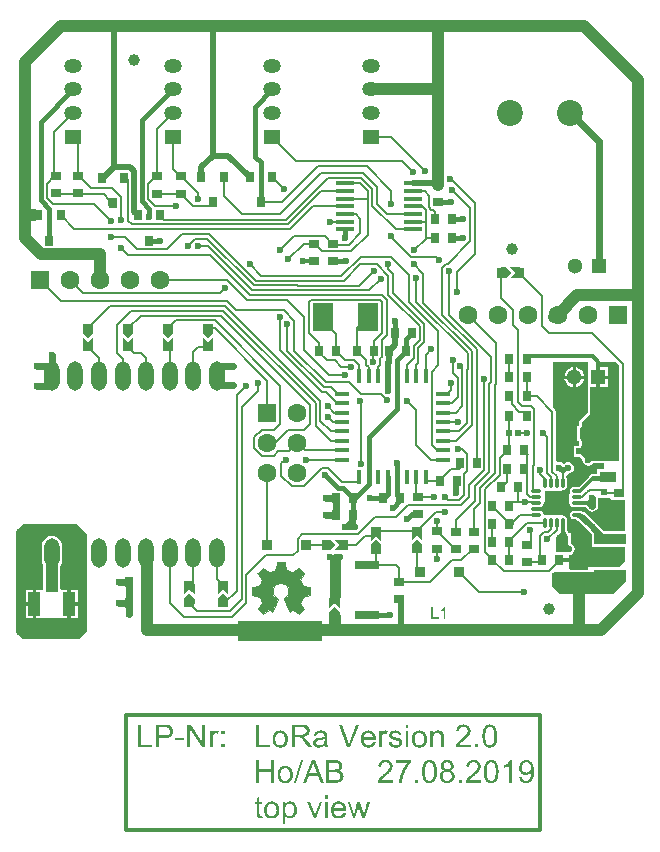
<source format=gtl>
G04*
G04 #@! TF.GenerationSoftware,Altium Limited,Altium Designer,18.1.9 (240)*
G04*
G04 Layer_Physical_Order=1*
G04 Layer_Color=16711680*
%FSLAX44Y44*%
%MOMM*%
G71*
G01*
G75*
%ADD10C,0.2000*%
%ADD11C,0.3000*%
%ADD27C,0.0269*%
%ADD28R,0.9000X0.6500*%
%ADD29R,0.6500X0.9000*%
G04:AMPARAMS|DCode=30|XSize=0.3mm|YSize=0.85mm|CornerRadius=0.15mm|HoleSize=0mm|Usage=FLASHONLY|Rotation=0.000|XOffset=0mm|YOffset=0mm|HoleType=Round|Shape=RoundedRectangle|*
%AMROUNDEDRECTD30*
21,1,0.3000,0.5500,0,0,0.0*
21,1,0.0000,0.8500,0,0,0.0*
1,1,0.3000,0.0000,-0.2750*
1,1,0.3000,0.0000,-0.2750*
1,1,0.3000,0.0000,0.2750*
1,1,0.3000,0.0000,0.2750*
%
%ADD30ROUNDEDRECTD30*%
G04:AMPARAMS|DCode=31|XSize=0.3mm|YSize=0.85mm|CornerRadius=0.15mm|HoleSize=0mm|Usage=FLASHONLY|Rotation=90.000|XOffset=0mm|YOffset=0mm|HoleType=Round|Shape=RoundedRectangle|*
%AMROUNDEDRECTD31*
21,1,0.3000,0.5500,0,0,90.0*
21,1,0.0000,0.8500,0,0,90.0*
1,1,0.3000,0.2750,0.0000*
1,1,0.3000,0.2750,0.0000*
1,1,0.3000,-0.2750,0.0000*
1,1,0.3000,-0.2750,0.0000*
%
%ADD31ROUNDEDRECTD31*%
%ADD32R,2.1000X2.1000*%
%ADD33R,1.5500X0.3500*%
%ADD34R,0.9000X0.7500*%
%ADD35R,0.7500X0.9000*%
%ADD36R,0.8500X0.8500*%
%ADD37R,0.8000X0.8500*%
%ADD39R,1.4000X0.9000*%
%ADD40R,0.5000X0.5500*%
%ADD41R,2.7000X0.9500*%
%ADD42R,1.4000X0.9500*%
%ADD43R,0.5500X0.5000*%
%ADD44R,0.4500X1.2000*%
%ADD45R,1.2000X0.4500*%
%ADD46R,1.0000X1.0500*%
%ADD47R,1.0500X2.0000*%
G04:AMPARAMS|DCode=48|XSize=1.3mm|YSize=2.5mm|CornerRadius=0.65mm|HoleSize=0mm|Usage=FLASHONLY|Rotation=180.000|XOffset=0mm|YOffset=0mm|HoleType=Round|Shape=RoundedRectangle|*
%AMROUNDEDRECTD48*
21,1,1.3000,1.2000,0,0,180.0*
21,1,0.0000,2.5000,0,0,180.0*
1,1,1.3000,0.0000,0.6000*
1,1,1.3000,0.0000,0.6000*
1,1,1.3000,0.0000,-0.6000*
1,1,1.3000,0.0000,-0.6000*
%
%ADD48ROUNDEDRECTD48*%
%ADD49R,1.8000X2.4000*%
%ADD50R,2.0000X0.8000*%
%ADD51C,1.3000*%
%ADD52R,1.3000X1.3000*%
%ADD53C,1.6000*%
%ADD54R,1.6000X1.6000*%
%ADD55R,1.4000X1.2000*%
%ADD56O,1.5000X1.2000*%
%ADD57C,2.2000*%
%ADD59C,1.0000*%
%ADD60C,0.5000*%
%ADD61C,0.6000*%
%ADD62C,1.0000*%
%ADD63C,0.4000*%
%ADD64C,0.9000*%
%ADD65R,7.1350X1.7000*%
%ADD66C,0.6000*%
G36*
X1469367Y1417830D02*
X1460867D01*
X1464867Y1422330D01*
X1460867Y1426830D01*
X1469367D01*
Y1417830D01*
D02*
G37*
G36*
X1461867Y1422330D02*
X1457117Y1417830D01*
X1452992D01*
Y1426830D01*
X1457117D01*
X1461867Y1422330D01*
D02*
G37*
G36*
X1209148Y1371330D02*
X1204648Y1366580D01*
X1200148Y1371330D01*
Y1375455D01*
X1209148D01*
Y1371330D01*
D02*
G37*
G36*
X1175314D02*
X1170814Y1366580D01*
X1166314Y1371330D01*
Y1375455D01*
X1175314D01*
Y1371330D01*
D02*
G37*
G36*
X1141481D02*
X1136981Y1366580D01*
X1132481Y1371330D01*
Y1375455D01*
X1141481D01*
Y1371330D01*
D02*
G37*
G36*
X1107648D02*
X1103148Y1366580D01*
X1098648Y1371330D01*
Y1375455D01*
X1107648D01*
Y1371330D01*
D02*
G37*
G36*
X1209148Y1359080D02*
X1200148D01*
Y1367580D01*
X1204648Y1363580D01*
X1209148Y1367580D01*
Y1359080D01*
D02*
G37*
G36*
X1175314D02*
X1166314D01*
Y1367580D01*
X1170814Y1363580D01*
X1175314Y1367580D01*
Y1359080D01*
D02*
G37*
G36*
X1141481D02*
X1132481D01*
Y1367580D01*
X1136981Y1363580D01*
X1141481Y1367580D01*
Y1359080D01*
D02*
G37*
G36*
X1107648D02*
X1098648D01*
Y1367580D01*
X1103148Y1363580D01*
X1107648Y1367580D01*
Y1359080D01*
D02*
G37*
G36*
X1552940Y1343815D02*
Y1263266D01*
X1525408D01*
X1525140Y1263406D01*
X1525131Y1263411D01*
X1524958Y1263524D01*
X1523741Y1264932D01*
X1523709Y1265011D01*
X1523702Y1265095D01*
X1523557Y1265376D01*
X1523437Y1265667D01*
X1523377Y1265727D01*
X1523338Y1265803D01*
X1521750Y1267803D01*
X1521660Y1267878D01*
X1521595Y1267976D01*
X1521359Y1268134D01*
X1521143Y1268317D01*
X1521031Y1268353D01*
X1520933Y1268418D01*
X1520656Y1268474D01*
X1520386Y1268560D01*
X1520268Y1268551D01*
X1520153Y1268574D01*
X1516342D01*
Y1273995D01*
X1518999D01*
X1519779Y1274150D01*
X1520441Y1274593D01*
X1520883Y1275254D01*
X1521038Y1276034D01*
Y1279784D01*
X1520883Y1280565D01*
X1520441Y1281226D01*
X1519779Y1281668D01*
X1519592Y1281705D01*
Y1290863D01*
X1519779Y1290900D01*
X1520441Y1291342D01*
X1520883Y1292004D01*
X1521038Y1292784D01*
Y1295735D01*
X1527805Y1302503D01*
X1528247Y1303164D01*
X1528403Y1303945D01*
X1528403Y1325330D01*
X1533499D01*
Y1333830D01*
Y1342330D01*
X1533399D01*
Y1346633D01*
X1550122D01*
X1552940Y1343815D01*
D02*
G37*
G36*
X1526363Y1303945D02*
X1518999Y1296580D01*
Y1292784D01*
X1517553D01*
Y1279784D01*
X1518999D01*
Y1276034D01*
X1514303D01*
Y1266534D01*
X1520153D01*
X1521741Y1264534D01*
X1521651Y1264080D01*
X1522039Y1262129D01*
X1523144Y1260475D01*
X1524798Y1259370D01*
X1526749Y1258982D01*
X1528699Y1259370D01*
X1530353Y1260475D01*
X1530815Y1261165D01*
X1540473D01*
Y1256080D01*
X1534499D01*
Y1252325D01*
X1530925D01*
X1529364Y1252014D01*
X1528041Y1251130D01*
X1527157Y1249807D01*
X1527087Y1249455D01*
X1518575Y1240943D01*
X1514553D01*
X1513188Y1240672D01*
X1512030Y1239898D01*
X1511256Y1238740D01*
X1510985Y1237375D01*
X1511205Y1236265D01*
X1510803Y1235069D01*
Y1227469D01*
X1510803Y1227469D01*
X1511256Y1226009D01*
X1511484Y1225669D01*
X1512030Y1224851D01*
X1513188Y1224078D01*
X1514553Y1223806D01*
X1517303D01*
X1517303Y1223806D01*
X1524536D01*
X1525304Y1223038D01*
X1526349Y1221475D01*
X1528003Y1220370D01*
X1529954Y1219982D01*
X1531905Y1220370D01*
X1533559Y1221475D01*
X1534664Y1223129D01*
X1535052Y1225080D01*
Y1229911D01*
X1535216Y1231512D01*
X1537121Y1231830D01*
X1544749D01*
X1545999Y1230348D01*
Y1230330D01*
X1557999D01*
Y1203378D01*
X1540190D01*
X1533958Y1209610D01*
X1533743Y1209931D01*
X1529350Y1214324D01*
X1529028Y1214539D01*
X1524993Y1218574D01*
X1523504Y1219569D01*
X1522688Y1219731D01*
X1522577Y1219898D01*
X1521419Y1220672D01*
X1520053Y1220943D01*
X1514553D01*
X1513188Y1220672D01*
X1512030Y1219898D01*
X1511256Y1218740D01*
X1510985Y1217375D01*
X1511256Y1216009D01*
X1512030Y1214851D01*
X1513188Y1214078D01*
X1514553Y1213806D01*
X1515825D01*
X1516825Y1212806D01*
X1517983Y1212033D01*
X1518699Y1211890D01*
X1522754Y1207835D01*
X1523075Y1207621D01*
X1527040Y1203657D01*
X1527254Y1203335D01*
X1529998Y1200592D01*
Y1189877D01*
X1557999D01*
Y1177878D01*
X1553576Y1173455D01*
X1526365D01*
Y1171080D01*
X1512217Y1171080D01*
X1510803Y1172494D01*
X1510803Y1175830D01*
X1510803Y1177080D01*
X1509321Y1177080D01*
X1503718Y1177080D01*
X1502304Y1178494D01*
X1502304Y1181080D01*
X1510804Y1181080D01*
X1510804Y1183438D01*
X1512200Y1183715D01*
X1513853Y1184820D01*
X1514958Y1186474D01*
X1515347Y1188425D01*
X1514958Y1190376D01*
X1513853Y1192030D01*
X1512200Y1193135D01*
X1511987Y1193177D01*
Y1197085D01*
X1511899Y1197528D01*
Y1201834D01*
X1510698D01*
X1510695Y1201847D01*
X1509922Y1203005D01*
X1508622Y1204305D01*
Y1210125D01*
X1508622Y1210126D01*
Y1212875D01*
X1508350Y1214241D01*
X1507577Y1215398D01*
X1506419Y1216172D01*
X1505369Y1216381D01*
X1505276Y1216855D01*
X1489998Y1216901D01*
X1489998Y1217634D01*
X1489070D01*
X1488850Y1218740D01*
X1488077Y1219898D01*
X1486919Y1220672D01*
X1485553Y1220944D01*
X1480999D01*
X1480343Y1221456D01*
X1480284Y1221930D01*
X1481779Y1223806D01*
X1485553D01*
X1486919Y1224078D01*
X1488077Y1224852D01*
X1488850Y1226009D01*
X1489122Y1227375D01*
X1489600Y1227958D01*
X1489999D01*
X1489999Y1237580D01*
X1495999Y1237580D01*
X1496006Y1237854D01*
X1501898D01*
X1503749Y1237854D01*
X1505086Y1238265D01*
X1506419Y1238578D01*
X1506941Y1238927D01*
X1507577Y1239351D01*
X1508350Y1240509D01*
X1508622Y1241875D01*
Y1247375D01*
X1508350Y1248740D01*
X1508112Y1249097D01*
Y1250551D01*
X1509749Y1251982D01*
X1511700Y1252370D01*
X1513353Y1253475D01*
X1514458Y1255129D01*
X1514847Y1257080D01*
X1514458Y1259031D01*
X1513353Y1260685D01*
X1511700Y1261790D01*
X1509749Y1262178D01*
X1507798Y1261790D01*
X1506144Y1260685D01*
X1505853D01*
X1504200Y1261790D01*
X1502249Y1262178D01*
X1501307Y1261991D01*
X1499307Y1263350D01*
Y1304315D01*
X1499075Y1305486D01*
X1498412Y1306478D01*
X1496647Y1308243D01*
X1496999Y1346580D01*
X1526363D01*
X1526363Y1303945D01*
D02*
G37*
G36*
X1386249Y1195779D02*
X1381749Y1199779D01*
X1377249Y1195779D01*
Y1204279D01*
X1386249D01*
Y1195779D01*
D02*
G37*
G36*
X1351436Y1195627D02*
X1346936Y1199627D01*
X1342436Y1195627D01*
Y1204127D01*
X1351436D01*
Y1195627D01*
D02*
G37*
G36*
X1386249Y1192029D02*
Y1187904D01*
X1377249D01*
Y1192029D01*
X1381749Y1196779D01*
X1386249Y1192029D01*
D02*
G37*
G36*
X1351436Y1191877D02*
Y1187752D01*
X1342436D01*
Y1191877D01*
X1346936Y1196627D01*
X1351436Y1191877D01*
D02*
G37*
G36*
X1320498Y1187175D02*
X1311998D01*
X1315998Y1191675D01*
X1311998Y1196175D01*
X1320498D01*
Y1187175D01*
D02*
G37*
G36*
X1312998Y1191675D02*
X1308248Y1187175D01*
X1304124D01*
Y1196175D01*
X1308248D01*
X1312998Y1191675D01*
D02*
G37*
G36*
X1263617Y1177173D02*
X1269631Y1177200D01*
X1269874Y1177099D01*
X1269950Y1176917D01*
X1269943Y1176916D01*
X1271075Y1171014D01*
X1271150Y1170833D01*
X1271272Y1170782D01*
X1276214Y1168735D01*
X1276336Y1168685D01*
X1276517Y1168760D01*
X1276514Y1168765D01*
X1281487Y1172138D01*
X1281669Y1172214D01*
X1281912Y1172113D01*
X1281912Y1172113D01*
X1281893Y1172094D01*
X1286164Y1167860D01*
X1286265Y1167617D01*
X1286190Y1167436D01*
X1286184Y1167439D01*
X1282812Y1162466D01*
X1282736Y1162284D01*
X1282787Y1162163D01*
Y1162163D01*
X1284834Y1157220D01*
X1284884Y1157099D01*
X1285066Y1157023D01*
X1285067Y1157030D01*
X1290969Y1155898D01*
X1291151Y1155823D01*
X1291251Y1155580D01*
X1291225D01*
X1291251Y1149566D01*
X1291151Y1149323D01*
X1290969Y1149248D01*
X1290968Y1149254D01*
X1285066Y1148122D01*
X1284884Y1148047D01*
X1284834Y1147925D01*
X1282787Y1142983D01*
X1282736Y1142861D01*
X1282812Y1142680D01*
X1282817Y1142683D01*
X1286190Y1137710D01*
X1286265Y1137528D01*
X1286164Y1137285D01*
X1286146Y1137304D01*
X1281912Y1133033D01*
X1281669Y1132932D01*
X1281487Y1133007D01*
X1281491Y1133013D01*
X1276517Y1136385D01*
X1276336Y1136461D01*
X1276214Y1136410D01*
X1276214D01*
X1273951Y1135473D01*
X1273829Y1135423D01*
X1273586Y1135523D01*
X1273536Y1135646D01*
Y1135646D01*
X1269369Y1145851D01*
X1269319Y1145971D01*
X1269420Y1146214D01*
X1269530Y1146260D01*
X1269567Y1146180D01*
X1271635Y1147562D01*
X1273171Y1149861D01*
X1273710Y1152573D01*
X1273171Y1155285D01*
X1271635Y1157583D01*
X1269336Y1159119D01*
X1266624Y1159659D01*
X1263913Y1159119D01*
X1261614Y1157583D01*
X1260078Y1155285D01*
X1259538Y1152573D01*
X1260078Y1149861D01*
X1261614Y1147562D01*
X1263682Y1146180D01*
X1263719Y1146260D01*
X1263829Y1146214D01*
X1263930Y1145971D01*
X1263880Y1145851D01*
X1263880Y1145851D01*
X1259713Y1135646D01*
X1259662Y1135523D01*
X1259419Y1135423D01*
X1259298Y1135473D01*
Y1135473D01*
X1257035Y1136410D01*
X1256913Y1136461D01*
X1256731Y1136385D01*
X1256735Y1136380D01*
X1251762Y1133007D01*
X1251580Y1132932D01*
X1251337Y1133033D01*
X1251355Y1133051D01*
X1247084Y1137285D01*
X1247084Y1137285D01*
X1246984Y1137528D01*
X1247059Y1137710D01*
X1247064Y1137706D01*
X1250437Y1142680D01*
X1250512Y1142861D01*
X1250462Y1142983D01*
Y1142983D01*
X1248415Y1147925D01*
X1248365Y1148047D01*
X1248183Y1148122D01*
X1248182Y1148116D01*
X1242280Y1149248D01*
X1242098Y1149323D01*
X1241998Y1149566D01*
X1242024D01*
X1241998Y1155580D01*
X1241998D01*
X1242098Y1155823D01*
X1242280Y1155898D01*
X1242281Y1155892D01*
X1248183Y1157023D01*
X1248364Y1157099D01*
X1248415Y1157220D01*
X1248415D01*
X1250462Y1162163D01*
X1250512Y1162284D01*
X1250437Y1162466D01*
X1250432Y1162462D01*
X1247059Y1167436D01*
X1246984Y1167617D01*
X1247084Y1167860D01*
X1247084Y1167860D01*
X1247103Y1167842D01*
X1251337Y1172113D01*
X1251337Y1172113D01*
X1251580Y1172214D01*
X1251762Y1172138D01*
X1251758Y1172133D01*
X1256731Y1168760D01*
X1256913Y1168685D01*
X1257035Y1168735D01*
X1261977Y1170782D01*
X1262098Y1170833D01*
X1262174Y1171014D01*
X1262167Y1171016D01*
X1263299Y1176917D01*
X1263374Y1177099D01*
X1263617Y1177200D01*
Y1177173D01*
D02*
G37*
G36*
X1558999Y1161080D02*
X1548499Y1150580D01*
X1502713D01*
X1495999Y1157294D01*
X1495998Y1167215D01*
X1497489Y1168705D01*
X1531375Y1168705D01*
X1533249Y1170580D01*
X1558999Y1170580D01*
X1558999Y1161080D01*
D02*
G37*
G36*
X1221999Y1150205D02*
X1217499Y1154205D01*
X1212999Y1150205D01*
Y1158705D01*
X1221999D01*
Y1150205D01*
D02*
G37*
G36*
X1193499Y1149955D02*
X1188999Y1153955D01*
X1184499Y1149955D01*
Y1158455D01*
X1193499D01*
Y1149955D01*
D02*
G37*
G36*
X1221999Y1146455D02*
Y1142330D01*
X1212999D01*
Y1146455D01*
X1217499Y1151205D01*
X1221999Y1146455D01*
D02*
G37*
G36*
X1193499Y1146205D02*
Y1142080D01*
X1184499D01*
Y1146205D01*
X1188999Y1150955D01*
X1193499Y1146205D01*
D02*
G37*
G36*
X1316548Y1138580D02*
X1312048Y1142580D01*
X1307549Y1138580D01*
Y1147080D01*
X1316548D01*
Y1138580D01*
D02*
G37*
G36*
Y1134830D02*
Y1130705D01*
X1307549D01*
Y1134830D01*
X1312048Y1139580D01*
X1316548Y1134830D01*
D02*
G37*
G36*
X1405471Y1129580D02*
X1404296D01*
Y1137090D01*
X1404271Y1137078D01*
X1404221Y1137028D01*
X1404121Y1136940D01*
X1403996Y1136841D01*
X1403834Y1136715D01*
X1403634Y1136578D01*
X1403421Y1136428D01*
X1403171Y1136278D01*
X1403159D01*
X1403146Y1136266D01*
X1403109Y1136241D01*
X1403059Y1136216D01*
X1402921Y1136141D01*
X1402759Y1136053D01*
X1402571Y1135953D01*
X1402359Y1135853D01*
X1402146Y1135753D01*
X1401934Y1135666D01*
Y1136815D01*
X1401947D01*
X1401984Y1136841D01*
X1402034Y1136865D01*
X1402097Y1136903D01*
X1402184Y1136940D01*
X1402284Y1137003D01*
X1402521Y1137128D01*
X1402784Y1137290D01*
X1403084Y1137490D01*
X1403371Y1137703D01*
X1403659Y1137940D01*
X1403671Y1137953D01*
X1403696Y1137965D01*
X1403734Y1138003D01*
X1403784Y1138053D01*
X1403909Y1138178D01*
X1404071Y1138353D01*
X1404234Y1138540D01*
X1404408Y1138765D01*
X1404571Y1138990D01*
X1404708Y1139227D01*
X1405471D01*
Y1129580D01*
D02*
G37*
G36*
X1395273Y1130717D02*
X1399997D01*
Y1129580D01*
X1393999D01*
Y1139190D01*
X1395273D01*
Y1130717D01*
D02*
G37*
G36*
X1102749Y1200072D02*
X1102748Y1119085D01*
X1096243Y1112580D01*
X1047499D01*
X1041999Y1118080D01*
X1041999Y1203580D01*
X1047749Y1209330D01*
X1093491Y1209330D01*
X1102749Y1200072D01*
D02*
G37*
G36*
X1374509Y1037101D02*
X1372160D01*
Y1039800D01*
X1374509D01*
Y1037101D01*
D02*
G37*
G36*
X1400027Y1034776D02*
X1400352Y1034751D01*
X1400702Y1034676D01*
X1401102Y1034601D01*
X1401502Y1034476D01*
X1401902Y1034326D01*
X1401952Y1034301D01*
X1402077Y1034251D01*
X1402252Y1034151D01*
X1402502Y1034001D01*
X1402752Y1033851D01*
X1403002Y1033652D01*
X1403252Y1033401D01*
X1403477Y1033152D01*
X1403502Y1033127D01*
X1403552Y1033027D01*
X1403652Y1032877D01*
X1403777Y1032652D01*
X1403876Y1032402D01*
X1404001Y1032102D01*
X1404102Y1031777D01*
X1404201Y1031402D01*
Y1031377D01*
X1404226Y1031277D01*
X1404251Y1031102D01*
X1404276Y1030877D01*
X1404301Y1030552D01*
X1404326Y1030177D01*
X1404351Y1029703D01*
Y1029128D01*
Y1020580D01*
X1402002D01*
Y1029028D01*
Y1029053D01*
Y1029103D01*
Y1029153D01*
Y1029253D01*
X1401977Y1029528D01*
Y1029827D01*
X1401927Y1030177D01*
X1401877Y1030527D01*
X1401802Y1030852D01*
X1401702Y1031152D01*
Y1031177D01*
X1401652Y1031277D01*
X1401577Y1031402D01*
X1401477Y1031577D01*
X1401352Y1031752D01*
X1401177Y1031952D01*
X1400977Y1032127D01*
X1400727Y1032302D01*
X1400702Y1032327D01*
X1400602Y1032377D01*
X1400452Y1032452D01*
X1400252Y1032527D01*
X1400027Y1032602D01*
X1399753Y1032677D01*
X1399428Y1032727D01*
X1399103Y1032752D01*
X1398953D01*
X1398853Y1032727D01*
X1398553Y1032702D01*
X1398203Y1032627D01*
X1397803Y1032527D01*
X1397353Y1032352D01*
X1396903Y1032102D01*
X1396478Y1031777D01*
X1396428Y1031727D01*
X1396378Y1031677D01*
X1396304Y1031577D01*
X1396228Y1031477D01*
X1396129Y1031327D01*
X1396053Y1031177D01*
X1395954Y1030977D01*
X1395854Y1030727D01*
X1395754Y1030477D01*
X1395654Y1030177D01*
X1395579Y1029852D01*
X1395504Y1029477D01*
X1395454Y1029078D01*
X1395429Y1028628D01*
X1395404Y1028153D01*
Y1020580D01*
X1393054D01*
Y1034501D01*
X1395179D01*
Y1032502D01*
X1395204Y1032527D01*
X1395254Y1032602D01*
X1395329Y1032727D01*
X1395454Y1032852D01*
X1395629Y1033027D01*
X1395804Y1033227D01*
X1396028Y1033427D01*
X1396304Y1033652D01*
X1396603Y1033876D01*
X1396928Y1034076D01*
X1397278Y1034276D01*
X1397678Y1034451D01*
X1398103Y1034601D01*
X1398553Y1034701D01*
X1399053Y1034776D01*
X1399578Y1034801D01*
X1399803D01*
X1400027Y1034776D01*
D02*
G37*
G36*
X1355339Y1034751D02*
X1355639Y1034701D01*
X1356014Y1034601D01*
X1356439Y1034476D01*
X1356864Y1034276D01*
X1357338Y1034026D01*
X1356514Y1031852D01*
X1356464Y1031877D01*
X1356364Y1031927D01*
X1356189Y1032002D01*
X1355964Y1032102D01*
X1355714Y1032202D01*
X1355414Y1032277D01*
X1355089Y1032327D01*
X1354764Y1032352D01*
X1354639D01*
X1354489Y1032327D01*
X1354289Y1032302D01*
X1354089Y1032227D01*
X1353839Y1032152D01*
X1353614Y1032027D01*
X1353365Y1031877D01*
X1353340Y1031852D01*
X1353264Y1031802D01*
X1353165Y1031677D01*
X1353040Y1031527D01*
X1352890Y1031352D01*
X1352740Y1031127D01*
X1352615Y1030877D01*
X1352490Y1030577D01*
Y1030552D01*
X1352465Y1030527D01*
Y1030452D01*
X1352440Y1030352D01*
X1352365Y1030102D01*
X1352315Y1029778D01*
X1352240Y1029353D01*
X1352165Y1028903D01*
X1352140Y1028378D01*
X1352115Y1027828D01*
Y1020580D01*
X1349765D01*
Y1034501D01*
X1351890D01*
Y1032377D01*
X1351915Y1032427D01*
X1351965Y1032502D01*
X1352015Y1032602D01*
X1352190Y1032852D01*
X1352365Y1033152D01*
X1352590Y1033502D01*
X1352840Y1033826D01*
X1353114Y1034101D01*
X1353365Y1034326D01*
X1353389Y1034351D01*
X1353489Y1034401D01*
X1353639Y1034476D01*
X1353814Y1034576D01*
X1354039Y1034651D01*
X1354314Y1034726D01*
X1354589Y1034776D01*
X1354889Y1034801D01*
X1355089D01*
X1355339Y1034751D01*
D02*
G37*
G36*
X1212075D02*
X1212375Y1034701D01*
X1212750Y1034601D01*
X1213175Y1034476D01*
X1213600Y1034276D01*
X1214074Y1034026D01*
X1213250Y1031852D01*
X1213200Y1031877D01*
X1213100Y1031927D01*
X1212925Y1032002D01*
X1212700Y1032102D01*
X1212450Y1032202D01*
X1212150Y1032277D01*
X1211825Y1032327D01*
X1211500Y1032352D01*
X1211375D01*
X1211225Y1032327D01*
X1211025Y1032302D01*
X1210825Y1032227D01*
X1210575Y1032152D01*
X1210350Y1032027D01*
X1210100Y1031877D01*
X1210076Y1031852D01*
X1210001Y1031802D01*
X1209901Y1031677D01*
X1209776Y1031527D01*
X1209626Y1031352D01*
X1209476Y1031127D01*
X1209351Y1030877D01*
X1209226Y1030577D01*
Y1030552D01*
X1209201Y1030527D01*
Y1030452D01*
X1209176Y1030352D01*
X1209101Y1030102D01*
X1209051Y1029778D01*
X1208976Y1029353D01*
X1208901Y1028903D01*
X1208876Y1028378D01*
X1208851Y1027828D01*
Y1020580D01*
X1206501D01*
Y1034501D01*
X1208626D01*
Y1032377D01*
X1208651Y1032427D01*
X1208701Y1032502D01*
X1208751Y1032602D01*
X1208926Y1032852D01*
X1209101Y1033152D01*
X1209326Y1033502D01*
X1209576Y1033826D01*
X1209851Y1034101D01*
X1210100Y1034326D01*
X1210126Y1034351D01*
X1210226Y1034401D01*
X1210376Y1034476D01*
X1210550Y1034576D01*
X1210775Y1034651D01*
X1211050Y1034726D01*
X1211325Y1034776D01*
X1211625Y1034801D01*
X1211825D01*
X1212075Y1034751D01*
D02*
G37*
G36*
X1218823Y1031802D02*
X1216124D01*
Y1034501D01*
X1218823D01*
Y1031802D01*
D02*
G37*
G36*
X1363737Y1034776D02*
X1363887D01*
X1364287Y1034751D01*
X1364711Y1034676D01*
X1365211Y1034601D01*
X1365686Y1034476D01*
X1366161Y1034326D01*
X1366186D01*
X1366211Y1034301D01*
X1366361Y1034251D01*
X1366586Y1034126D01*
X1366861Y1033976D01*
X1367161Y1033801D01*
X1367461Y1033577D01*
X1367761Y1033327D01*
X1368011Y1033027D01*
X1368036Y1033002D01*
X1368111Y1032877D01*
X1368211Y1032702D01*
X1368336Y1032452D01*
X1368486Y1032152D01*
X1368611Y1031802D01*
X1368736Y1031377D01*
X1368835Y1030902D01*
X1366536Y1030577D01*
Y1030627D01*
X1366486Y1030752D01*
X1366436Y1030952D01*
X1366361Y1031177D01*
X1366236Y1031452D01*
X1366061Y1031727D01*
X1365861Y1031977D01*
X1365611Y1032227D01*
X1365586Y1032252D01*
X1365461Y1032327D01*
X1365311Y1032427D01*
X1365061Y1032552D01*
X1364762Y1032652D01*
X1364387Y1032752D01*
X1363962Y1032827D01*
X1363462Y1032852D01*
X1363187D01*
X1362912Y1032827D01*
X1362562Y1032777D01*
X1362187Y1032727D01*
X1361787Y1032627D01*
X1361437Y1032477D01*
X1361138Y1032302D01*
X1361113Y1032277D01*
X1361037Y1032202D01*
X1360912Y1032102D01*
X1360813Y1031952D01*
X1360688Y1031777D01*
X1360563Y1031552D01*
X1360488Y1031327D01*
X1360463Y1031052D01*
Y1031027D01*
Y1030977D01*
X1360488Y1030902D01*
Y1030777D01*
X1360588Y1030527D01*
X1360638Y1030377D01*
X1360738Y1030227D01*
X1360763Y1030202D01*
X1360788Y1030177D01*
X1360862Y1030102D01*
X1360963Y1030002D01*
X1361087Y1029902D01*
X1361237Y1029802D01*
X1361437Y1029703D01*
X1361637Y1029603D01*
X1361662D01*
X1361712Y1029577D01*
X1361837Y1029528D01*
X1362037Y1029477D01*
X1362312Y1029403D01*
X1362487Y1029353D01*
X1362687Y1029303D01*
X1362912Y1029228D01*
X1363162Y1029178D01*
X1363437Y1029078D01*
X1363737Y1029003D01*
X1363762D01*
X1363837Y1028978D01*
X1363987Y1028953D01*
X1364137Y1028903D01*
X1364337Y1028828D01*
X1364587Y1028778D01*
X1365111Y1028628D01*
X1365686Y1028453D01*
X1366261Y1028278D01*
X1366786Y1028103D01*
X1367011Y1028003D01*
X1367211Y1027928D01*
X1367261Y1027903D01*
X1367386Y1027853D01*
X1367561Y1027753D01*
X1367786Y1027603D01*
X1368036Y1027428D01*
X1368286Y1027228D01*
X1368561Y1026978D01*
X1368786Y1026678D01*
X1368810Y1026653D01*
X1368885Y1026528D01*
X1368961Y1026353D01*
X1369085Y1026128D01*
X1369185Y1025828D01*
X1369260Y1025504D01*
X1369335Y1025104D01*
X1369360Y1024679D01*
Y1024654D01*
Y1024629D01*
Y1024479D01*
X1369335Y1024254D01*
X1369285Y1023954D01*
X1369185Y1023604D01*
X1369060Y1023229D01*
X1368885Y1022829D01*
X1368660Y1022429D01*
X1368636Y1022379D01*
X1368536Y1022254D01*
X1368361Y1022079D01*
X1368161Y1021854D01*
X1367861Y1021580D01*
X1367511Y1021330D01*
X1367111Y1021055D01*
X1366661Y1020830D01*
X1366636D01*
X1366611Y1020805D01*
X1366536Y1020780D01*
X1366436Y1020755D01*
X1366161Y1020655D01*
X1365811Y1020555D01*
X1365386Y1020455D01*
X1364886Y1020355D01*
X1364337Y1020305D01*
X1363737Y1020280D01*
X1363487D01*
X1363287Y1020305D01*
X1363062D01*
X1362812Y1020330D01*
X1362512Y1020380D01*
X1362187Y1020430D01*
X1361537Y1020555D01*
X1360838Y1020755D01*
X1360188Y1021030D01*
X1359863Y1021180D01*
X1359588Y1021380D01*
X1359563Y1021405D01*
X1359538Y1021430D01*
X1359463Y1021505D01*
X1359363Y1021580D01*
X1359238Y1021704D01*
X1359113Y1021854D01*
X1358988Y1022029D01*
X1358838Y1022229D01*
X1358688Y1022454D01*
X1358513Y1022704D01*
X1358363Y1022979D01*
X1358238Y1023279D01*
X1358088Y1023604D01*
X1357963Y1023954D01*
X1357863Y1024329D01*
X1357788Y1024729D01*
X1360113Y1025104D01*
Y1025079D01*
Y1025054D01*
X1360138Y1024979D01*
X1360163Y1024879D01*
X1360213Y1024629D01*
X1360313Y1024304D01*
X1360463Y1023954D01*
X1360638Y1023604D01*
X1360887Y1023254D01*
X1361187Y1022954D01*
X1361237Y1022929D01*
X1361362Y1022854D01*
X1361562Y1022729D01*
X1361837Y1022604D01*
X1362212Y1022454D01*
X1362637Y1022354D01*
X1363137Y1022254D01*
X1363712Y1022229D01*
X1363987D01*
X1364262Y1022254D01*
X1364637Y1022304D01*
X1365011Y1022379D01*
X1365411Y1022504D01*
X1365811Y1022654D01*
X1366136Y1022879D01*
X1366161Y1022904D01*
X1366261Y1023004D01*
X1366386Y1023129D01*
X1366536Y1023329D01*
X1366686Y1023554D01*
X1366811Y1023804D01*
X1366911Y1024104D01*
X1366936Y1024429D01*
Y1024454D01*
Y1024554D01*
X1366911Y1024704D01*
X1366861Y1024879D01*
X1366761Y1025079D01*
X1366636Y1025279D01*
X1366461Y1025479D01*
X1366236Y1025678D01*
X1366211Y1025704D01*
X1366136Y1025729D01*
X1365986Y1025804D01*
X1365736Y1025879D01*
X1365586Y1025953D01*
X1365436Y1026003D01*
X1365236Y1026053D01*
X1365011Y1026128D01*
X1364762Y1026203D01*
X1364462Y1026278D01*
X1364162Y1026378D01*
X1363812Y1026453D01*
X1363787D01*
X1363687Y1026478D01*
X1363562Y1026528D01*
X1363387Y1026578D01*
X1363187Y1026628D01*
X1362937Y1026703D01*
X1362387Y1026853D01*
X1361787Y1027028D01*
X1361187Y1027228D01*
X1360912Y1027328D01*
X1360663Y1027428D01*
X1360413Y1027503D01*
X1360213Y1027603D01*
X1360163Y1027628D01*
X1360038Y1027703D01*
X1359863Y1027803D01*
X1359638Y1027953D01*
X1359413Y1028128D01*
X1359138Y1028353D01*
X1358913Y1028603D01*
X1358688Y1028903D01*
X1358663Y1028953D01*
X1358613Y1029053D01*
X1358538Y1029228D01*
X1358438Y1029453D01*
X1358338Y1029727D01*
X1358263Y1030052D01*
X1358213Y1030402D01*
X1358188Y1030777D01*
Y1030827D01*
Y1030927D01*
X1358213Y1031102D01*
X1358238Y1031352D01*
X1358288Y1031602D01*
X1358363Y1031902D01*
X1358463Y1032202D01*
X1358613Y1032502D01*
X1358638Y1032527D01*
X1358688Y1032627D01*
X1358788Y1032777D01*
X1358913Y1032977D01*
X1359088Y1033177D01*
X1359288Y1033401D01*
X1359513Y1033626D01*
X1359763Y1033826D01*
X1359788Y1033851D01*
X1359863Y1033901D01*
X1359988Y1033976D01*
X1360163Y1034051D01*
X1360363Y1034176D01*
X1360638Y1034276D01*
X1360938Y1034401D01*
X1361262Y1034501D01*
X1361312Y1034526D01*
X1361437Y1034551D01*
X1361612Y1034601D01*
X1361887Y1034651D01*
X1362187Y1034701D01*
X1362537Y1034751D01*
X1362912Y1034801D01*
X1363587D01*
X1363737Y1034776D01*
D02*
G37*
G36*
X1184507Y1026353D02*
X1177259D01*
Y1028728D01*
X1184507D01*
Y1026353D01*
D02*
G37*
G36*
X1202552Y1020580D02*
X1199928D01*
X1189856Y1035651D01*
Y1020580D01*
X1187406D01*
Y1039800D01*
X1190006D01*
X1200103Y1024704D01*
Y1039800D01*
X1202552D01*
Y1020580D01*
D02*
G37*
G36*
X1325397D02*
X1322747D01*
X1315299Y1039800D01*
X1318073D01*
X1323072Y1025828D01*
Y1025804D01*
X1323097Y1025753D01*
X1323122Y1025654D01*
X1323172Y1025554D01*
X1323222Y1025404D01*
X1323272Y1025229D01*
X1323422Y1024804D01*
X1323572Y1024329D01*
X1323747Y1023804D01*
X1323922Y1023229D01*
X1324072Y1022679D01*
Y1022704D01*
X1324097Y1022754D01*
X1324122Y1022829D01*
X1324147Y1022954D01*
X1324197Y1023104D01*
X1324247Y1023254D01*
X1324372Y1023654D01*
X1324522Y1024129D01*
X1324697Y1024679D01*
X1324897Y1025254D01*
X1325122Y1025828D01*
X1330320Y1039800D01*
X1332895D01*
X1325397Y1020580D01*
D02*
G37*
G36*
X1433719D02*
X1431020D01*
Y1023279D01*
X1433719D01*
Y1020580D01*
D02*
G37*
G36*
X1421547Y1039850D02*
X1421797Y1039825D01*
X1422072Y1039800D01*
X1422372Y1039750D01*
X1422697Y1039675D01*
X1423396Y1039500D01*
X1423746Y1039375D01*
X1424121Y1039225D01*
X1424496Y1039050D01*
X1424846Y1038825D01*
X1425171Y1038600D01*
X1425496Y1038325D01*
X1425521Y1038300D01*
X1425571Y1038250D01*
X1425646Y1038175D01*
X1425746Y1038050D01*
X1425871Y1037900D01*
X1426021Y1037725D01*
X1426146Y1037525D01*
X1426321Y1037275D01*
X1426471Y1037026D01*
X1426596Y1036726D01*
X1426871Y1036076D01*
X1426971Y1035726D01*
X1427046Y1035351D01*
X1427096Y1034951D01*
X1427121Y1034526D01*
Y1034476D01*
Y1034326D01*
X1427096Y1034101D01*
X1427071Y1033801D01*
X1426996Y1033476D01*
X1426921Y1033077D01*
X1426796Y1032677D01*
X1426646Y1032252D01*
X1426621Y1032202D01*
X1426546Y1032052D01*
X1426446Y1031827D01*
X1426271Y1031552D01*
X1426046Y1031202D01*
X1425771Y1030802D01*
X1425446Y1030352D01*
X1425071Y1029902D01*
Y1029877D01*
X1425021Y1029852D01*
X1424946Y1029778D01*
X1424871Y1029678D01*
X1424746Y1029553D01*
X1424596Y1029403D01*
X1424421Y1029228D01*
X1424196Y1029028D01*
X1423971Y1028803D01*
X1423696Y1028553D01*
X1423396Y1028253D01*
X1423072Y1027953D01*
X1422697Y1027628D01*
X1422322Y1027303D01*
X1421872Y1026928D01*
X1421422Y1026528D01*
X1421397Y1026503D01*
X1421322Y1026453D01*
X1421222Y1026353D01*
X1421072Y1026253D01*
X1420922Y1026103D01*
X1420722Y1025928D01*
X1420297Y1025554D01*
X1419822Y1025154D01*
X1419373Y1024754D01*
X1419173Y1024579D01*
X1418998Y1024404D01*
X1418823Y1024229D01*
X1418698Y1024104D01*
X1418673Y1024079D01*
X1418598Y1024004D01*
X1418498Y1023879D01*
X1418348Y1023704D01*
X1418198Y1023529D01*
X1418023Y1023304D01*
X1417698Y1022854D01*
X1427146D01*
Y1020580D01*
X1414424D01*
Y1020630D01*
Y1020730D01*
Y1020880D01*
X1414449Y1021105D01*
X1414474Y1021355D01*
X1414524Y1021630D01*
X1414599Y1021905D01*
X1414699Y1022204D01*
Y1022229D01*
X1414724Y1022254D01*
X1414749Y1022329D01*
X1414799Y1022429D01*
X1414899Y1022679D01*
X1415074Y1023004D01*
X1415299Y1023404D01*
X1415549Y1023829D01*
X1415873Y1024279D01*
X1416248Y1024754D01*
X1416273Y1024779D01*
X1416298Y1024804D01*
X1416373Y1024879D01*
X1416448Y1024979D01*
X1416698Y1025254D01*
X1417048Y1025603D01*
X1417473Y1026028D01*
X1417998Y1026528D01*
X1418623Y1027078D01*
X1419348Y1027678D01*
X1419373Y1027703D01*
X1419473Y1027803D01*
X1419648Y1027928D01*
X1419847Y1028103D01*
X1420097Y1028328D01*
X1420397Y1028578D01*
X1420722Y1028853D01*
X1421047Y1029153D01*
X1421747Y1029802D01*
X1422447Y1030477D01*
X1422772Y1030827D01*
X1423072Y1031152D01*
X1423347Y1031452D01*
X1423571Y1031752D01*
X1423596Y1031777D01*
X1423622Y1031827D01*
X1423671Y1031902D01*
X1423746Y1032002D01*
X1423821Y1032152D01*
X1423921Y1032302D01*
X1424146Y1032677D01*
X1424346Y1033102D01*
X1424521Y1033577D01*
X1424646Y1034101D01*
X1424696Y1034351D01*
Y1034601D01*
Y1034626D01*
Y1034676D01*
Y1034726D01*
X1424671Y1034826D01*
X1424646Y1035101D01*
X1424571Y1035426D01*
X1424446Y1035801D01*
X1424271Y1036176D01*
X1424021Y1036576D01*
X1423671Y1036951D01*
X1423622Y1037001D01*
X1423497Y1037101D01*
X1423272Y1037251D01*
X1422972Y1037450D01*
X1422597Y1037626D01*
X1422147Y1037775D01*
X1421622Y1037875D01*
X1421047Y1037925D01*
X1420872D01*
X1420772Y1037900D01*
X1420622D01*
X1420447Y1037875D01*
X1420072Y1037800D01*
X1419648Y1037675D01*
X1419173Y1037501D01*
X1418723Y1037251D01*
X1418323Y1036901D01*
X1418273Y1036851D01*
X1418173Y1036726D01*
X1417998Y1036476D01*
X1417823Y1036176D01*
X1417623Y1035751D01*
X1417448Y1035276D01*
X1417348Y1034726D01*
X1417298Y1034076D01*
X1414874Y1034326D01*
Y1034351D01*
X1414899Y1034451D01*
Y1034576D01*
X1414924Y1034776D01*
X1414974Y1035001D01*
X1415024Y1035251D01*
X1415099Y1035551D01*
X1415199Y1035851D01*
X1415424Y1036526D01*
X1415573Y1036876D01*
X1415748Y1037201D01*
X1415948Y1037551D01*
X1416173Y1037875D01*
X1416423Y1038175D01*
X1416723Y1038450D01*
X1416748Y1038475D01*
X1416798Y1038500D01*
X1416898Y1038575D01*
X1417023Y1038675D01*
X1417198Y1038775D01*
X1417398Y1038900D01*
X1417623Y1039025D01*
X1417898Y1039175D01*
X1418198Y1039300D01*
X1418523Y1039425D01*
X1418873Y1039550D01*
X1419273Y1039650D01*
X1419673Y1039750D01*
X1420122Y1039825D01*
X1420597Y1039850D01*
X1421097Y1039875D01*
X1421372D01*
X1421547Y1039850D01*
D02*
G37*
G36*
X1374509Y1020580D02*
X1372160D01*
Y1034501D01*
X1374509D01*
Y1020580D01*
D02*
G37*
G36*
X1301103Y1034776D02*
X1301503Y1034751D01*
X1301953Y1034701D01*
X1302453Y1034626D01*
X1302902Y1034526D01*
X1303352Y1034376D01*
X1303377D01*
X1303402Y1034351D01*
X1303527Y1034301D01*
X1303727Y1034201D01*
X1303977Y1034076D01*
X1304252Y1033926D01*
X1304527Y1033752D01*
X1304777Y1033527D01*
X1305002Y1033302D01*
X1305027Y1033277D01*
X1305077Y1033202D01*
X1305177Y1033052D01*
X1305302Y1032877D01*
X1305427Y1032652D01*
X1305552Y1032377D01*
X1305652Y1032077D01*
X1305752Y1031727D01*
Y1031702D01*
X1305777Y1031602D01*
X1305802Y1031452D01*
X1305827Y1031227D01*
Y1030927D01*
X1305852Y1030552D01*
X1305877Y1030102D01*
Y1029553D01*
Y1026403D01*
Y1026378D01*
Y1026253D01*
Y1026103D01*
Y1025879D01*
Y1025629D01*
Y1025329D01*
Y1025004D01*
X1305902Y1024654D01*
Y1023954D01*
X1305927Y1023279D01*
X1305952Y1022954D01*
Y1022679D01*
X1305977Y1022454D01*
X1306002Y1022254D01*
Y1022204D01*
X1306027Y1022104D01*
X1306077Y1021929D01*
X1306127Y1021730D01*
X1306227Y1021455D01*
X1306326Y1021180D01*
X1306452Y1020880D01*
X1306601Y1020580D01*
X1304127D01*
X1304102Y1020605D01*
X1304077Y1020705D01*
X1304002Y1020855D01*
X1303952Y1021080D01*
X1303852Y1021330D01*
X1303802Y1021630D01*
X1303727Y1021954D01*
X1303677Y1022329D01*
X1303652D01*
X1303627Y1022279D01*
X1303552Y1022229D01*
X1303452Y1022154D01*
X1303202Y1021954D01*
X1302852Y1021704D01*
X1302478Y1021455D01*
X1302053Y1021180D01*
X1301578Y1020930D01*
X1301128Y1020730D01*
X1301103D01*
X1301078Y1020705D01*
X1301003Y1020680D01*
X1300928Y1020655D01*
X1300678Y1020580D01*
X1300353Y1020505D01*
X1299978Y1020430D01*
X1299528Y1020355D01*
X1299053Y1020305D01*
X1298553Y1020280D01*
X1298329D01*
X1298179Y1020305D01*
X1297979D01*
X1297754Y1020330D01*
X1297254Y1020430D01*
X1296679Y1020555D01*
X1296104Y1020755D01*
X1295529Y1021030D01*
X1295279Y1021180D01*
X1295029Y1021380D01*
X1295004Y1021405D01*
X1294979Y1021430D01*
X1294829Y1021580D01*
X1294655Y1021830D01*
X1294429Y1022154D01*
X1294205Y1022579D01*
X1294005Y1023054D01*
X1293855Y1023604D01*
X1293830Y1023904D01*
X1293805Y1024229D01*
Y1024279D01*
Y1024404D01*
X1293830Y1024604D01*
X1293855Y1024854D01*
X1293905Y1025129D01*
X1294005Y1025454D01*
X1294105Y1025779D01*
X1294255Y1026103D01*
X1294280Y1026153D01*
X1294330Y1026253D01*
X1294454Y1026403D01*
X1294579Y1026603D01*
X1294754Y1026803D01*
X1294979Y1027028D01*
X1295204Y1027253D01*
X1295479Y1027453D01*
X1295504Y1027478D01*
X1295604Y1027528D01*
X1295779Y1027628D01*
X1295979Y1027753D01*
X1296229Y1027878D01*
X1296504Y1028003D01*
X1296829Y1028128D01*
X1297179Y1028228D01*
X1297204D01*
X1297304Y1028253D01*
X1297479Y1028303D01*
X1297704Y1028328D01*
X1298004Y1028403D01*
X1298353Y1028453D01*
X1298778Y1028503D01*
X1299278Y1028578D01*
X1299303D01*
X1299403Y1028603D01*
X1299553D01*
X1299753Y1028653D01*
X1299978Y1028678D01*
X1300253Y1028703D01*
X1300553Y1028753D01*
X1300878Y1028803D01*
X1301553Y1028928D01*
X1302253Y1029078D01*
X1302902Y1029228D01*
X1303202Y1029328D01*
X1303477Y1029403D01*
Y1029428D01*
Y1029477D01*
Y1029553D01*
X1303502Y1029652D01*
Y1029852D01*
Y1029952D01*
Y1030002D01*
Y1030027D01*
Y1030077D01*
Y1030152D01*
Y1030227D01*
X1303477Y1030502D01*
X1303427Y1030802D01*
X1303327Y1031152D01*
X1303227Y1031477D01*
X1303052Y1031802D01*
X1302827Y1032052D01*
X1302777Y1032077D01*
X1302652Y1032177D01*
X1302453Y1032302D01*
X1302153Y1032452D01*
X1301753Y1032602D01*
X1301303Y1032727D01*
X1300753Y1032827D01*
X1300128Y1032852D01*
X1299853D01*
X1299553Y1032827D01*
X1299203Y1032777D01*
X1298778Y1032702D01*
X1298378Y1032602D01*
X1297979Y1032452D01*
X1297654Y1032252D01*
X1297629Y1032227D01*
X1297529Y1032152D01*
X1297379Y1032002D01*
X1297229Y1031777D01*
X1297029Y1031502D01*
X1296854Y1031152D01*
X1296654Y1030702D01*
X1296504Y1030202D01*
X1294205Y1030527D01*
Y1030552D01*
X1294230Y1030602D01*
Y1030677D01*
X1294255Y1030777D01*
X1294330Y1031052D01*
X1294454Y1031377D01*
X1294579Y1031752D01*
X1294754Y1032152D01*
X1294979Y1032552D01*
X1295229Y1032902D01*
X1295254Y1032952D01*
X1295354Y1033052D01*
X1295529Y1033202D01*
X1295754Y1033427D01*
X1296054Y1033652D01*
X1296404Y1033876D01*
X1296829Y1034101D01*
X1297304Y1034301D01*
X1297329D01*
X1297379Y1034326D01*
X1297454Y1034351D01*
X1297554Y1034376D01*
X1297679Y1034426D01*
X1297829Y1034451D01*
X1298229Y1034551D01*
X1298678Y1034651D01*
X1299228Y1034726D01*
X1299828Y1034776D01*
X1300478Y1034801D01*
X1300928D01*
X1301103Y1034776D01*
D02*
G37*
G36*
X1284707Y1039775D02*
X1284932D01*
X1285207Y1039750D01*
X1285507Y1039725D01*
X1286132Y1039675D01*
X1286781Y1039575D01*
X1287406Y1039450D01*
X1287706Y1039375D01*
X1287956Y1039275D01*
X1287981D01*
X1288006Y1039250D01*
X1288081Y1039225D01*
X1288181Y1039175D01*
X1288431Y1039050D01*
X1288731Y1038850D01*
X1289081Y1038600D01*
X1289431Y1038275D01*
X1289781Y1037875D01*
X1290106Y1037426D01*
Y1037401D01*
X1290131Y1037375D01*
X1290181Y1037300D01*
X1290231Y1037201D01*
X1290356Y1036926D01*
X1290506Y1036576D01*
X1290656Y1036151D01*
X1290780Y1035651D01*
X1290880Y1035101D01*
X1290905Y1034526D01*
Y1034501D01*
Y1034426D01*
Y1034326D01*
X1290880Y1034176D01*
X1290856Y1034001D01*
X1290831Y1033801D01*
X1290730Y1033327D01*
X1290580Y1032777D01*
X1290356Y1032202D01*
X1290206Y1031927D01*
X1290031Y1031627D01*
X1289806Y1031352D01*
X1289581Y1031077D01*
X1289556Y1031052D01*
X1289531Y1031027D01*
X1289431Y1030952D01*
X1289331Y1030852D01*
X1289181Y1030752D01*
X1289006Y1030627D01*
X1288806Y1030477D01*
X1288581Y1030327D01*
X1288306Y1030177D01*
X1288006Y1030027D01*
X1287656Y1029877D01*
X1287281Y1029727D01*
X1286882Y1029603D01*
X1286457Y1029477D01*
X1285982Y1029378D01*
X1285482Y1029303D01*
X1285532Y1029278D01*
X1285657Y1029228D01*
X1285832Y1029128D01*
X1286057Y1029003D01*
X1286557Y1028678D01*
X1286781Y1028503D01*
X1287006Y1028328D01*
X1287031D01*
X1287056Y1028278D01*
X1287206Y1028153D01*
X1287406Y1027928D01*
X1287706Y1027628D01*
X1288031Y1027278D01*
X1288381Y1026828D01*
X1288756Y1026328D01*
X1289131Y1025779D01*
X1292455Y1020580D01*
X1289256D01*
X1286732Y1024554D01*
Y1024579D01*
X1286682Y1024629D01*
X1286631Y1024729D01*
X1286557Y1024829D01*
X1286457Y1024979D01*
X1286332Y1025154D01*
X1286082Y1025529D01*
X1285782Y1025953D01*
X1285482Y1026378D01*
X1285182Y1026803D01*
X1284882Y1027178D01*
X1284857Y1027228D01*
X1284757Y1027328D01*
X1284632Y1027503D01*
X1284457Y1027678D01*
X1284257Y1027903D01*
X1284032Y1028128D01*
X1283807Y1028303D01*
X1283582Y1028478D01*
X1283557Y1028503D01*
X1283482Y1028528D01*
X1283382Y1028603D01*
X1283232Y1028678D01*
X1283058Y1028778D01*
X1282858Y1028853D01*
X1282433Y1029003D01*
X1282408D01*
X1282358Y1029028D01*
X1282258D01*
X1282108Y1029053D01*
X1281908Y1029078D01*
X1281658D01*
X1281383Y1029103D01*
X1278084D01*
Y1020580D01*
X1275534D01*
Y1039800D01*
X1284482D01*
X1284707Y1039775D01*
D02*
G37*
G36*
X1248116Y1022854D02*
X1257564D01*
Y1020580D01*
X1245567D01*
Y1039800D01*
X1248116D01*
Y1022854D01*
D02*
G37*
G36*
X1218823Y1020580D02*
X1216124D01*
Y1023279D01*
X1218823D01*
Y1020580D01*
D02*
G37*
G36*
X1168911Y1039775D02*
X1169361Y1039750D01*
X1169861Y1039725D01*
X1170336Y1039675D01*
X1170736Y1039600D01*
X1170811D01*
X1170861Y1039575D01*
X1170960Y1039550D01*
X1171236Y1039500D01*
X1171560Y1039400D01*
X1171935Y1039275D01*
X1172310Y1039125D01*
X1172710Y1038925D01*
X1173085Y1038700D01*
X1173135Y1038675D01*
X1173235Y1038575D01*
X1173435Y1038425D01*
X1173635Y1038225D01*
X1173885Y1037975D01*
X1174160Y1037651D01*
X1174410Y1037275D01*
X1174635Y1036851D01*
Y1036826D01*
X1174660Y1036801D01*
X1174685Y1036726D01*
X1174735Y1036651D01*
X1174835Y1036401D01*
X1174934Y1036076D01*
X1175034Y1035676D01*
X1175135Y1035226D01*
X1175210Y1034751D01*
X1175235Y1034226D01*
Y1034201D01*
Y1034126D01*
Y1034001D01*
X1175210Y1033826D01*
X1175184Y1033602D01*
X1175160Y1033352D01*
X1175109Y1033077D01*
X1175034Y1032802D01*
X1174860Y1032127D01*
X1174735Y1031802D01*
X1174560Y1031452D01*
X1174385Y1031102D01*
X1174185Y1030752D01*
X1173935Y1030402D01*
X1173660Y1030077D01*
X1173635Y1030052D01*
X1173585Y1030002D01*
X1173485Y1029927D01*
X1173360Y1029802D01*
X1173185Y1029678D01*
X1172960Y1029553D01*
X1172685Y1029378D01*
X1172385Y1029228D01*
X1172010Y1029078D01*
X1171610Y1028928D01*
X1171135Y1028778D01*
X1170636Y1028653D01*
X1170061Y1028528D01*
X1169436Y1028453D01*
X1168761Y1028403D01*
X1168036Y1028378D01*
X1163138D01*
Y1020580D01*
X1160588D01*
Y1039800D01*
X1168486D01*
X1168911Y1039775D01*
D02*
G37*
G36*
X1148116Y1022854D02*
X1157564D01*
Y1020580D01*
X1145567D01*
Y1039800D01*
X1148116D01*
Y1022854D01*
D02*
G37*
G36*
X1384232Y1034776D02*
X1384482Y1034751D01*
X1384756Y1034701D01*
X1385081Y1034651D01*
X1385431Y1034576D01*
X1385781Y1034476D01*
X1386156Y1034326D01*
X1386556Y1034176D01*
X1386956Y1034001D01*
X1387356Y1033776D01*
X1387731Y1033527D01*
X1388106Y1033227D01*
X1388456Y1032902D01*
X1388481Y1032877D01*
X1388530Y1032827D01*
X1388630Y1032702D01*
X1388730Y1032552D01*
X1388880Y1032377D01*
X1389030Y1032127D01*
X1389205Y1031852D01*
X1389380Y1031552D01*
X1389530Y1031202D01*
X1389705Y1030827D01*
X1389855Y1030402D01*
X1390005Y1029927D01*
X1390105Y1029428D01*
X1390205Y1028903D01*
X1390255Y1028328D01*
X1390280Y1027728D01*
Y1027703D01*
Y1027603D01*
Y1027478D01*
Y1027278D01*
X1390255Y1027053D01*
X1390230Y1026803D01*
X1390205Y1026503D01*
X1390180Y1026203D01*
X1390080Y1025529D01*
X1389930Y1024829D01*
X1389730Y1024129D01*
X1389605Y1023804D01*
X1389455Y1023504D01*
Y1023479D01*
X1389430Y1023429D01*
X1389380Y1023354D01*
X1389305Y1023254D01*
X1389130Y1022979D01*
X1388855Y1022629D01*
X1388530Y1022254D01*
X1388130Y1021854D01*
X1387656Y1021480D01*
X1387106Y1021130D01*
X1387081D01*
X1387031Y1021105D01*
X1386956Y1021055D01*
X1386831Y1021005D01*
X1386706Y1020930D01*
X1386531Y1020855D01*
X1386106Y1020705D01*
X1385631Y1020555D01*
X1385056Y1020405D01*
X1384431Y1020305D01*
X1383757Y1020280D01*
X1383632D01*
X1383482Y1020305D01*
X1383282D01*
X1383032Y1020330D01*
X1382757Y1020380D01*
X1382432Y1020430D01*
X1382082Y1020505D01*
X1381707Y1020605D01*
X1381332Y1020730D01*
X1380957Y1020880D01*
X1380558Y1021055D01*
X1380158Y1021280D01*
X1379783Y1021530D01*
X1379408Y1021805D01*
X1379058Y1022129D01*
X1379033Y1022154D01*
X1378983Y1022229D01*
X1378883Y1022329D01*
X1378783Y1022479D01*
X1378633Y1022679D01*
X1378483Y1022904D01*
X1378333Y1023179D01*
X1378158Y1023504D01*
X1377983Y1023879D01*
X1377833Y1024279D01*
X1377683Y1024704D01*
X1377533Y1025204D01*
X1377433Y1025729D01*
X1377333Y1026278D01*
X1377283Y1026878D01*
X1377258Y1027528D01*
Y1027578D01*
Y1027703D01*
X1377283Y1027903D01*
Y1028153D01*
X1377333Y1028478D01*
X1377383Y1028853D01*
X1377433Y1029253D01*
X1377533Y1029678D01*
X1377633Y1030152D01*
X1377783Y1030627D01*
X1377958Y1031102D01*
X1378158Y1031577D01*
X1378408Y1032027D01*
X1378683Y1032477D01*
X1379008Y1032877D01*
X1379383Y1033252D01*
X1379408Y1033277D01*
X1379458Y1033327D01*
X1379558Y1033401D01*
X1379708Y1033502D01*
X1379883Y1033602D01*
X1380083Y1033752D01*
X1380332Y1033876D01*
X1380607Y1034026D01*
X1380907Y1034176D01*
X1381232Y1034301D01*
X1381607Y1034451D01*
X1381982Y1034551D01*
X1382407Y1034651D01*
X1382832Y1034726D01*
X1383282Y1034776D01*
X1383757Y1034801D01*
X1384032D01*
X1384232Y1034776D01*
D02*
G37*
G36*
X1341018D02*
X1341243Y1034751D01*
X1341517Y1034701D01*
X1341842Y1034651D01*
X1342167Y1034576D01*
X1342517Y1034476D01*
X1342892Y1034326D01*
X1343267Y1034176D01*
X1343642Y1034001D01*
X1344042Y1033776D01*
X1344417Y1033527D01*
X1344767Y1033227D01*
X1345117Y1032902D01*
X1345142Y1032877D01*
X1345191Y1032802D01*
X1345291Y1032702D01*
X1345392Y1032552D01*
X1345517Y1032352D01*
X1345666Y1032127D01*
X1345841Y1031852D01*
X1346016Y1031527D01*
X1346166Y1031152D01*
X1346341Y1030752D01*
X1346491Y1030327D01*
X1346616Y1029852D01*
X1346716Y1029328D01*
X1346816Y1028778D01*
X1346866Y1028178D01*
X1346891Y1027553D01*
Y1027503D01*
Y1027403D01*
Y1027203D01*
X1346866Y1026928D01*
X1336494D01*
Y1026903D01*
Y1026828D01*
X1336519Y1026703D01*
X1336544Y1026553D01*
X1336569Y1026353D01*
X1336594Y1026128D01*
X1336694Y1025629D01*
X1336869Y1025054D01*
X1337094Y1024479D01*
X1337393Y1023929D01*
X1337569Y1023679D01*
X1337768Y1023429D01*
X1337793Y1023404D01*
X1337818Y1023379D01*
X1337893Y1023329D01*
X1337968Y1023254D01*
X1338243Y1023054D01*
X1338568Y1022829D01*
X1338993Y1022604D01*
X1339493Y1022429D01*
X1340068Y1022279D01*
X1340368Y1022254D01*
X1340693Y1022229D01*
X1340918D01*
X1341143Y1022254D01*
X1341467Y1022304D01*
X1341792Y1022404D01*
X1342167Y1022504D01*
X1342542Y1022679D01*
X1342892Y1022904D01*
X1342942Y1022929D01*
X1343042Y1023029D01*
X1343217Y1023204D01*
X1343417Y1023429D01*
X1343642Y1023729D01*
X1343892Y1024129D01*
X1344142Y1024579D01*
X1344342Y1025104D01*
X1346791Y1024779D01*
Y1024754D01*
X1346766Y1024679D01*
X1346741Y1024579D01*
X1346666Y1024429D01*
X1346616Y1024254D01*
X1346516Y1024029D01*
X1346316Y1023554D01*
X1346016Y1023029D01*
X1345641Y1022479D01*
X1345191Y1021929D01*
X1344667Y1021455D01*
X1344642D01*
X1344592Y1021405D01*
X1344517Y1021355D01*
X1344392Y1021280D01*
X1344242Y1021180D01*
X1344042Y1021080D01*
X1343842Y1020980D01*
X1343592Y1020880D01*
X1343317Y1020755D01*
X1343017Y1020655D01*
X1342692Y1020555D01*
X1342342Y1020455D01*
X1341568Y1020330D01*
X1341143Y1020305D01*
X1340693Y1020280D01*
X1340568D01*
X1340393Y1020305D01*
X1340193D01*
X1339943Y1020330D01*
X1339643Y1020380D01*
X1339293Y1020430D01*
X1338943Y1020505D01*
X1338568Y1020605D01*
X1338168Y1020730D01*
X1337768Y1020880D01*
X1337368Y1021080D01*
X1336969Y1021280D01*
X1336569Y1021530D01*
X1336194Y1021830D01*
X1335844Y1022154D01*
X1335819Y1022179D01*
X1335769Y1022254D01*
X1335669Y1022354D01*
X1335569Y1022504D01*
X1335444Y1022704D01*
X1335294Y1022929D01*
X1335119Y1023204D01*
X1334969Y1023504D01*
X1334794Y1023879D01*
X1334619Y1024254D01*
X1334469Y1024704D01*
X1334344Y1025154D01*
X1334244Y1025678D01*
X1334144Y1026203D01*
X1334094Y1026778D01*
X1334069Y1027403D01*
Y1027453D01*
Y1027553D01*
X1334094Y1027753D01*
Y1027978D01*
X1334119Y1028278D01*
X1334169Y1028628D01*
X1334219Y1029003D01*
X1334294Y1029403D01*
X1334394Y1029827D01*
X1334519Y1030277D01*
X1334644Y1030727D01*
X1334819Y1031177D01*
X1335044Y1031627D01*
X1335269Y1032077D01*
X1335544Y1032477D01*
X1335869Y1032852D01*
X1335894Y1032877D01*
X1335944Y1032927D01*
X1336044Y1033027D01*
X1336194Y1033152D01*
X1336369Y1033302D01*
X1336594Y1033476D01*
X1336844Y1033652D01*
X1337119Y1033826D01*
X1337444Y1034001D01*
X1337793Y1034176D01*
X1338193Y1034351D01*
X1338593Y1034501D01*
X1339043Y1034626D01*
X1339518Y1034726D01*
X1340018Y1034776D01*
X1340543Y1034801D01*
X1340818D01*
X1341018Y1034776D01*
D02*
G37*
G36*
X1266387D02*
X1266637Y1034751D01*
X1266912Y1034701D01*
X1267236Y1034651D01*
X1267586Y1034576D01*
X1267936Y1034476D01*
X1268311Y1034326D01*
X1268711Y1034176D01*
X1269111Y1034001D01*
X1269511Y1033776D01*
X1269886Y1033527D01*
X1270261Y1033227D01*
X1270611Y1032902D01*
X1270636Y1032877D01*
X1270686Y1032827D01*
X1270786Y1032702D01*
X1270886Y1032552D01*
X1271036Y1032377D01*
X1271186Y1032127D01*
X1271360Y1031852D01*
X1271535Y1031552D01*
X1271685Y1031202D01*
X1271860Y1030827D01*
X1272010Y1030402D01*
X1272160Y1029927D01*
X1272260Y1029428D01*
X1272360Y1028903D01*
X1272410Y1028328D01*
X1272435Y1027728D01*
Y1027703D01*
Y1027603D01*
Y1027478D01*
Y1027278D01*
X1272410Y1027053D01*
X1272385Y1026803D01*
X1272360Y1026503D01*
X1272335Y1026203D01*
X1272235Y1025529D01*
X1272085Y1024829D01*
X1271885Y1024129D01*
X1271760Y1023804D01*
X1271610Y1023504D01*
Y1023479D01*
X1271585Y1023429D01*
X1271535Y1023354D01*
X1271460Y1023254D01*
X1271285Y1022979D01*
X1271011Y1022629D01*
X1270686Y1022254D01*
X1270286Y1021854D01*
X1269811Y1021480D01*
X1269261Y1021130D01*
X1269236D01*
X1269186Y1021105D01*
X1269111Y1021055D01*
X1268986Y1021005D01*
X1268861Y1020930D01*
X1268686Y1020855D01*
X1268261Y1020705D01*
X1267786Y1020555D01*
X1267212Y1020405D01*
X1266587Y1020305D01*
X1265912Y1020280D01*
X1265787D01*
X1265637Y1020305D01*
X1265437D01*
X1265187Y1020330D01*
X1264912Y1020380D01*
X1264587Y1020430D01*
X1264237Y1020505D01*
X1263862Y1020605D01*
X1263487Y1020730D01*
X1263113Y1020880D01*
X1262713Y1021055D01*
X1262313Y1021280D01*
X1261938Y1021530D01*
X1261563Y1021805D01*
X1261213Y1022129D01*
X1261188Y1022154D01*
X1261138Y1022229D01*
X1261038Y1022329D01*
X1260938Y1022479D01*
X1260788Y1022679D01*
X1260638Y1022904D01*
X1260488Y1023179D01*
X1260313Y1023504D01*
X1260138Y1023879D01*
X1259988Y1024279D01*
X1259838Y1024704D01*
X1259688Y1025204D01*
X1259588Y1025729D01*
X1259489Y1026278D01*
X1259438Y1026878D01*
X1259414Y1027528D01*
Y1027578D01*
Y1027703D01*
X1259438Y1027903D01*
Y1028153D01*
X1259489Y1028478D01*
X1259538Y1028853D01*
X1259588Y1029253D01*
X1259688Y1029678D01*
X1259788Y1030152D01*
X1259938Y1030627D01*
X1260113Y1031102D01*
X1260313Y1031577D01*
X1260563Y1032027D01*
X1260838Y1032477D01*
X1261163Y1032877D01*
X1261538Y1033252D01*
X1261563Y1033277D01*
X1261613Y1033327D01*
X1261713Y1033401D01*
X1261863Y1033502D01*
X1262038Y1033602D01*
X1262238Y1033752D01*
X1262488Y1033876D01*
X1262763Y1034026D01*
X1263063Y1034176D01*
X1263388Y1034301D01*
X1263762Y1034451D01*
X1264137Y1034551D01*
X1264562Y1034651D01*
X1264987Y1034726D01*
X1265437Y1034776D01*
X1265912Y1034801D01*
X1266187D01*
X1266387Y1034776D01*
D02*
G37*
G36*
X1443791Y1039850D02*
X1443941D01*
X1444316Y1039800D01*
X1444741Y1039725D01*
X1445191Y1039600D01*
X1445666Y1039450D01*
X1446116Y1039250D01*
X1446141D01*
X1446166Y1039225D01*
X1446316Y1039125D01*
X1446516Y1039000D01*
X1446790Y1038800D01*
X1447090Y1038525D01*
X1447415Y1038225D01*
X1447740Y1037875D01*
X1448040Y1037450D01*
Y1037426D01*
X1448065Y1037401D01*
X1448115Y1037326D01*
X1448165Y1037251D01*
X1448290Y1037001D01*
X1448465Y1036651D01*
X1448665Y1036226D01*
X1448865Y1035751D01*
X1449040Y1035176D01*
X1449215Y1034576D01*
Y1034551D01*
X1449240Y1034501D01*
X1449265Y1034401D01*
X1449290Y1034276D01*
X1449315Y1034101D01*
X1449365Y1033901D01*
X1449390Y1033652D01*
X1449440Y1033376D01*
X1449490Y1033077D01*
X1449515Y1032727D01*
X1449565Y1032377D01*
X1449590Y1031952D01*
X1449615Y1031527D01*
X1449640Y1031077D01*
X1449665Y1030577D01*
Y1030052D01*
Y1030002D01*
Y1029902D01*
Y1029727D01*
Y1029477D01*
X1449640Y1029203D01*
Y1028878D01*
X1449615Y1028503D01*
X1449590Y1028103D01*
X1449490Y1027228D01*
X1449365Y1026303D01*
X1449190Y1025404D01*
X1449090Y1024979D01*
X1448965Y1024579D01*
Y1024554D01*
X1448940Y1024479D01*
X1448890Y1024379D01*
X1448840Y1024229D01*
X1448765Y1024054D01*
X1448665Y1023854D01*
X1448440Y1023404D01*
X1448140Y1022879D01*
X1447790Y1022354D01*
X1447365Y1021830D01*
X1446866Y1021380D01*
X1446841D01*
X1446815Y1021330D01*
X1446716Y1021280D01*
X1446616Y1021205D01*
X1446491Y1021130D01*
X1446316Y1021030D01*
X1446141Y1020930D01*
X1445916Y1020830D01*
X1445416Y1020605D01*
X1444816Y1020430D01*
X1444141Y1020305D01*
X1443766Y1020280D01*
X1443391Y1020255D01*
X1443266D01*
X1443116Y1020280D01*
X1442941D01*
X1442692Y1020305D01*
X1442442Y1020355D01*
X1442142Y1020430D01*
X1441817Y1020505D01*
X1441467Y1020605D01*
X1441117Y1020730D01*
X1440742Y1020905D01*
X1440367Y1021080D01*
X1440017Y1021305D01*
X1439667Y1021580D01*
X1439342Y1021880D01*
X1439017Y1022229D01*
X1438992Y1022254D01*
X1438943Y1022354D01*
X1438843Y1022479D01*
X1438718Y1022679D01*
X1438593Y1022954D01*
X1438418Y1023279D01*
X1438268Y1023654D01*
X1438093Y1024104D01*
X1437918Y1024629D01*
X1437743Y1025204D01*
X1437568Y1025828D01*
X1437443Y1026553D01*
X1437318Y1027328D01*
X1437218Y1028153D01*
X1437168Y1029078D01*
X1437143Y1030052D01*
Y1030102D01*
Y1030202D01*
Y1030377D01*
Y1030627D01*
X1437168Y1030902D01*
X1437193Y1031227D01*
Y1031602D01*
X1437243Y1032002D01*
X1437318Y1032877D01*
X1437443Y1033801D01*
X1437618Y1034701D01*
X1437718Y1035126D01*
X1437843Y1035526D01*
Y1035551D01*
X1437868Y1035626D01*
X1437918Y1035726D01*
X1437968Y1035876D01*
X1438043Y1036051D01*
X1438143Y1036251D01*
X1438368Y1036726D01*
X1438668Y1037226D01*
X1439017Y1037775D01*
X1439442Y1038300D01*
X1439917Y1038750D01*
X1439942Y1038775D01*
X1439992Y1038800D01*
X1440067Y1038850D01*
X1440167Y1038925D01*
X1440292Y1039000D01*
X1440467Y1039100D01*
X1440642Y1039200D01*
X1440867Y1039325D01*
X1441367Y1039525D01*
X1441967Y1039700D01*
X1442642Y1039825D01*
X1443017Y1039875D01*
X1443641D01*
X1443791Y1039850D01*
D02*
G37*
G36*
X1260613Y990580D02*
X1258064D01*
Y999628D01*
X1248116D01*
Y990580D01*
X1245567D01*
Y1009800D01*
X1248116D01*
Y1001902D01*
X1258064D01*
Y1009800D01*
X1260613D01*
Y990580D01*
D02*
G37*
G36*
X1474470Y1009850D02*
X1474620D01*
X1474820Y1009825D01*
X1475269Y1009750D01*
X1475794Y1009625D01*
X1476369Y1009450D01*
X1476969Y1009200D01*
X1477569Y1008850D01*
X1477594D01*
X1477644Y1008800D01*
X1477719Y1008750D01*
X1477819Y1008675D01*
X1478094Y1008425D01*
X1478444Y1008125D01*
X1478819Y1007700D01*
X1479218Y1007226D01*
X1479593Y1006651D01*
X1479918Y1005976D01*
Y1005951D01*
X1479943Y1005901D01*
X1479993Y1005776D01*
X1480043Y1005626D01*
X1480118Y1005426D01*
X1480168Y1005201D01*
X1480243Y1004926D01*
X1480343Y1004601D01*
X1480418Y1004226D01*
X1480493Y1003826D01*
X1480543Y1003401D01*
X1480618Y1002902D01*
X1480668Y1002377D01*
X1480718Y1001827D01*
X1480743Y1001227D01*
Y1000577D01*
Y1000527D01*
Y1000427D01*
Y1000227D01*
Y999977D01*
X1480718Y999652D01*
X1480693Y999303D01*
X1480668Y998903D01*
X1480643Y998453D01*
X1480593Y998003D01*
X1480543Y997528D01*
X1480418Y996528D01*
X1480218Y995579D01*
X1480093Y995129D01*
X1479943Y994704D01*
Y994679D01*
X1479918Y994604D01*
X1479868Y994504D01*
X1479793Y994354D01*
X1479718Y994154D01*
X1479618Y993954D01*
X1479343Y993479D01*
X1479019Y992929D01*
X1478594Y992379D01*
X1478119Y991854D01*
X1477544Y991380D01*
X1477519D01*
X1477469Y991330D01*
X1477394Y991280D01*
X1477269Y991205D01*
X1477119Y991130D01*
X1476944Y991030D01*
X1476719Y990930D01*
X1476494Y990830D01*
X1475944Y990605D01*
X1475320Y990430D01*
X1474620Y990305D01*
X1474245Y990280D01*
X1473845Y990255D01*
X1473620D01*
X1473470Y990280D01*
X1473270Y990305D01*
X1473070Y990330D01*
X1472820Y990355D01*
X1472545Y990405D01*
X1471970Y990555D01*
X1471346Y990780D01*
X1471046Y990930D01*
X1470746Y991105D01*
X1470446Y991280D01*
X1470171Y991505D01*
X1470146Y991530D01*
X1470121Y991555D01*
X1470046Y991630D01*
X1469946Y991730D01*
X1469821Y991854D01*
X1469696Y992029D01*
X1469571Y992204D01*
X1469421Y992404D01*
X1469271Y992654D01*
X1469121Y992904D01*
X1468996Y993204D01*
X1468846Y993529D01*
X1468721Y993854D01*
X1468621Y994229D01*
X1468546Y994604D01*
X1468471Y995029D01*
X1470746Y995204D01*
Y995179D01*
X1470771Y995129D01*
Y995054D01*
X1470796Y994954D01*
X1470871Y994654D01*
X1470996Y994329D01*
X1471120Y993929D01*
X1471320Y993554D01*
X1471545Y993204D01*
X1471820Y992904D01*
X1471870Y992879D01*
X1471970Y992804D01*
X1472145Y992679D01*
X1472395Y992554D01*
X1472695Y992429D01*
X1473045Y992304D01*
X1473470Y992229D01*
X1473920Y992204D01*
X1474095D01*
X1474295Y992229D01*
X1474570Y992254D01*
X1474845Y992329D01*
X1475170Y992404D01*
X1475494Y992529D01*
X1475819Y992679D01*
X1475844Y992704D01*
X1475969Y992779D01*
X1476119Y992879D01*
X1476294Y993029D01*
X1476519Y993229D01*
X1476744Y993454D01*
X1476969Y993704D01*
X1477169Y994004D01*
X1477194Y994054D01*
X1477269Y994154D01*
X1477344Y994354D01*
X1477469Y994604D01*
X1477619Y994929D01*
X1477769Y995304D01*
X1477919Y995753D01*
X1478044Y996253D01*
Y996278D01*
X1478069Y996328D01*
Y996403D01*
X1478094Y996503D01*
X1478119Y996628D01*
X1478144Y996778D01*
X1478219Y997153D01*
X1478294Y997578D01*
X1478344Y998078D01*
X1478369Y998603D01*
X1478394Y999153D01*
Y999178D01*
Y999278D01*
Y999428D01*
Y999628D01*
X1478369Y999577D01*
X1478269Y999453D01*
X1478094Y999228D01*
X1477869Y998978D01*
X1477594Y998678D01*
X1477269Y998378D01*
X1476869Y998078D01*
X1476444Y997803D01*
X1476419D01*
X1476394Y997778D01*
X1476319Y997728D01*
X1476219Y997703D01*
X1475994Y997578D01*
X1475644Y997453D01*
X1475269Y997328D01*
X1474820Y997203D01*
X1474320Y997128D01*
X1473795Y997103D01*
X1473570D01*
X1473395Y997128D01*
X1473195Y997153D01*
X1472945Y997203D01*
X1472695Y997253D01*
X1472395Y997328D01*
X1472095Y997403D01*
X1471770Y997528D01*
X1471445Y997653D01*
X1471095Y997828D01*
X1470746Y998028D01*
X1470421Y998253D01*
X1470096Y998528D01*
X1469771Y998828D01*
X1469746Y998853D01*
X1469696Y998903D01*
X1469621Y999003D01*
X1469521Y999153D01*
X1469396Y999303D01*
X1469246Y999528D01*
X1469096Y999778D01*
X1468946Y1000052D01*
X1468796Y1000352D01*
X1468646Y1000702D01*
X1468496Y1001077D01*
X1468371Y1001477D01*
X1468271Y1001902D01*
X1468196Y1002377D01*
X1468146Y1002852D01*
X1468121Y1003377D01*
Y1003401D01*
Y1003502D01*
Y1003652D01*
X1468146Y1003851D01*
X1468171Y1004101D01*
X1468221Y1004401D01*
X1468271Y1004726D01*
X1468346Y1005051D01*
X1468546Y1005801D01*
X1468671Y1006201D01*
X1468846Y1006601D01*
X1469046Y1006976D01*
X1469271Y1007375D01*
X1469521Y1007725D01*
X1469821Y1008075D01*
X1469846Y1008100D01*
X1469896Y1008150D01*
X1469996Y1008250D01*
X1470121Y1008350D01*
X1470296Y1008500D01*
X1470496Y1008650D01*
X1470746Y1008800D01*
X1471021Y1008975D01*
X1471295Y1009150D01*
X1471645Y1009300D01*
X1471995Y1009450D01*
X1472370Y1009600D01*
X1472770Y1009700D01*
X1473220Y1009800D01*
X1473670Y1009850D01*
X1474145Y1009875D01*
X1474320D01*
X1474470Y1009850D01*
D02*
G37*
G36*
X1462073Y990580D02*
X1459723D01*
Y1005601D01*
X1459673Y1005576D01*
X1459574Y1005476D01*
X1459373Y1005301D01*
X1459124Y1005101D01*
X1458799Y1004851D01*
X1458399Y1004576D01*
X1457974Y1004276D01*
X1457474Y1003976D01*
X1457449D01*
X1457424Y1003951D01*
X1457349Y1003901D01*
X1457249Y1003851D01*
X1456974Y1003701D01*
X1456649Y1003527D01*
X1456274Y1003327D01*
X1455849Y1003127D01*
X1455424Y1002927D01*
X1455000Y1002752D01*
Y1005051D01*
X1455025D01*
X1455100Y1005101D01*
X1455200Y1005151D01*
X1455325Y1005226D01*
X1455500Y1005301D01*
X1455699Y1005426D01*
X1456174Y1005676D01*
X1456699Y1006001D01*
X1457299Y1006401D01*
X1457874Y1006826D01*
X1458449Y1007301D01*
X1458474Y1007326D01*
X1458524Y1007350D01*
X1458599Y1007426D01*
X1458699Y1007525D01*
X1458949Y1007775D01*
X1459274Y1008125D01*
X1459599Y1008500D01*
X1459948Y1008950D01*
X1460273Y1009400D01*
X1460548Y1009875D01*
X1462073D01*
Y990580D01*
D02*
G37*
G36*
X1430131Y1009850D02*
X1430381Y1009825D01*
X1430656Y1009800D01*
X1430956Y1009750D01*
X1431281Y1009675D01*
X1431980Y1009500D01*
X1432330Y1009375D01*
X1432705Y1009225D01*
X1433080Y1009050D01*
X1433430Y1008825D01*
X1433755Y1008600D01*
X1434080Y1008325D01*
X1434105Y1008300D01*
X1434155Y1008250D01*
X1434230Y1008175D01*
X1434330Y1008050D01*
X1434455Y1007900D01*
X1434605Y1007725D01*
X1434730Y1007525D01*
X1434905Y1007276D01*
X1435055Y1007026D01*
X1435180Y1006726D01*
X1435455Y1006076D01*
X1435555Y1005726D01*
X1435630Y1005351D01*
X1435680Y1004951D01*
X1435705Y1004526D01*
Y1004476D01*
Y1004326D01*
X1435680Y1004101D01*
X1435655Y1003801D01*
X1435580Y1003476D01*
X1435505Y1003077D01*
X1435380Y1002677D01*
X1435230Y1002252D01*
X1435205Y1002202D01*
X1435130Y1002052D01*
X1435030Y1001827D01*
X1434855Y1001552D01*
X1434630Y1001202D01*
X1434355Y1000802D01*
X1434030Y1000352D01*
X1433655Y999902D01*
Y999877D01*
X1433605Y999853D01*
X1433530Y999778D01*
X1433455Y999678D01*
X1433330Y999553D01*
X1433180Y999403D01*
X1433005Y999228D01*
X1432780Y999028D01*
X1432555Y998803D01*
X1432280Y998553D01*
X1431980Y998253D01*
X1431656Y997953D01*
X1431281Y997628D01*
X1430906Y997303D01*
X1430456Y996928D01*
X1430006Y996528D01*
X1429981Y996503D01*
X1429906Y996453D01*
X1429806Y996353D01*
X1429656Y996253D01*
X1429506Y996103D01*
X1429306Y995928D01*
X1428881Y995554D01*
X1428407Y995154D01*
X1427957Y994754D01*
X1427757Y994579D01*
X1427582Y994404D01*
X1427407Y994229D01*
X1427282Y994104D01*
X1427257Y994079D01*
X1427182Y994004D01*
X1427082Y993879D01*
X1426932Y993704D01*
X1426782Y993529D01*
X1426607Y993304D01*
X1426282Y992854D01*
X1435730D01*
Y990580D01*
X1423008D01*
Y990630D01*
Y990730D01*
Y990880D01*
X1423033Y991105D01*
X1423058Y991355D01*
X1423108Y991630D01*
X1423183Y991905D01*
X1423283Y992204D01*
Y992229D01*
X1423308Y992254D01*
X1423333Y992329D01*
X1423383Y992429D01*
X1423483Y992679D01*
X1423658Y993004D01*
X1423883Y993404D01*
X1424133Y993829D01*
X1424458Y994279D01*
X1424832Y994754D01*
X1424857Y994779D01*
X1424882Y994804D01*
X1424957Y994879D01*
X1425032Y994979D01*
X1425282Y995254D01*
X1425632Y995603D01*
X1426057Y996028D01*
X1426582Y996528D01*
X1427207Y997078D01*
X1427932Y997678D01*
X1427957Y997703D01*
X1428057Y997803D01*
X1428232Y997928D01*
X1428432Y998103D01*
X1428681Y998328D01*
X1428981Y998578D01*
X1429306Y998853D01*
X1429631Y999153D01*
X1430331Y999802D01*
X1431031Y1000477D01*
X1431356Y1000827D01*
X1431656Y1001152D01*
X1431931Y1001452D01*
X1432155Y1001752D01*
X1432180Y1001777D01*
X1432206Y1001827D01*
X1432256Y1001902D01*
X1432330Y1002002D01*
X1432405Y1002152D01*
X1432505Y1002302D01*
X1432730Y1002677D01*
X1432930Y1003102D01*
X1433105Y1003577D01*
X1433230Y1004101D01*
X1433280Y1004351D01*
Y1004601D01*
Y1004626D01*
Y1004676D01*
Y1004726D01*
X1433255Y1004826D01*
X1433230Y1005101D01*
X1433155Y1005426D01*
X1433030Y1005801D01*
X1432855Y1006176D01*
X1432605Y1006576D01*
X1432256Y1006951D01*
X1432206Y1007001D01*
X1432081Y1007101D01*
X1431856Y1007251D01*
X1431556Y1007450D01*
X1431181Y1007626D01*
X1430731Y1007775D01*
X1430206Y1007875D01*
X1429631Y1007925D01*
X1429456D01*
X1429356Y1007900D01*
X1429206D01*
X1429031Y1007875D01*
X1428656Y1007800D01*
X1428232Y1007675D01*
X1427757Y1007501D01*
X1427307Y1007251D01*
X1426907Y1006901D01*
X1426857Y1006851D01*
X1426757Y1006726D01*
X1426582Y1006476D01*
X1426407Y1006176D01*
X1426207Y1005751D01*
X1426032Y1005276D01*
X1425932Y1004726D01*
X1425882Y1004076D01*
X1423458Y1004326D01*
Y1004351D01*
X1423483Y1004451D01*
Y1004576D01*
X1423508Y1004776D01*
X1423558Y1005001D01*
X1423608Y1005251D01*
X1423683Y1005551D01*
X1423783Y1005851D01*
X1424008Y1006526D01*
X1424158Y1006876D01*
X1424332Y1007201D01*
X1424532Y1007551D01*
X1424757Y1007875D01*
X1425007Y1008175D01*
X1425307Y1008450D01*
X1425332Y1008475D01*
X1425382Y1008500D01*
X1425482Y1008575D01*
X1425607Y1008675D01*
X1425782Y1008775D01*
X1425982Y1008900D01*
X1426207Y1009025D01*
X1426482Y1009175D01*
X1426782Y1009300D01*
X1427107Y1009425D01*
X1427457Y1009550D01*
X1427857Y1009650D01*
X1428257Y1009750D01*
X1428706Y1009825D01*
X1429181Y1009850D01*
X1429681Y1009875D01*
X1429956D01*
X1430131Y1009850D01*
D02*
G37*
G36*
X1419934Y990580D02*
X1417234D01*
Y993279D01*
X1419934D01*
Y990580D01*
D02*
G37*
G36*
X1382643D02*
X1379944D01*
Y993279D01*
X1382643D01*
Y990580D01*
D02*
G37*
G36*
X1376270Y1007700D02*
X1376245Y1007675D01*
X1376195Y1007600D01*
X1376095Y1007501D01*
X1375945Y1007350D01*
X1375795Y1007151D01*
X1375595Y1006901D01*
X1375370Y1006626D01*
X1375120Y1006326D01*
X1374845Y1005976D01*
X1374570Y1005576D01*
X1374270Y1005151D01*
X1373945Y1004676D01*
X1373620Y1004201D01*
X1373296Y1003652D01*
X1372971Y1003102D01*
X1372621Y1002502D01*
X1372596Y1002477D01*
X1372546Y1002352D01*
X1372446Y1002177D01*
X1372321Y1001952D01*
X1372171Y1001652D01*
X1372021Y1001302D01*
X1371821Y1000902D01*
X1371621Y1000452D01*
X1371396Y999977D01*
X1371171Y999453D01*
X1370946Y998903D01*
X1370721Y998328D01*
X1370271Y997128D01*
X1369872Y995854D01*
Y995828D01*
X1369846Y995753D01*
X1369796Y995603D01*
X1369747Y995429D01*
X1369697Y995204D01*
X1369621Y994929D01*
X1369572Y994629D01*
X1369496Y994279D01*
X1369422Y993904D01*
X1369322Y993504D01*
X1369247Y993054D01*
X1369197Y992604D01*
X1369072Y991630D01*
X1368972Y990580D01*
X1366547D01*
Y990605D01*
Y990680D01*
Y990805D01*
X1366572Y990980D01*
Y991205D01*
X1366597Y991455D01*
X1366622Y991755D01*
X1366672Y992104D01*
X1366722Y992479D01*
X1366772Y992904D01*
X1366847Y993354D01*
X1366922Y993829D01*
X1367022Y994329D01*
X1367147Y994879D01*
X1367272Y995429D01*
X1367422Y996028D01*
Y996078D01*
X1367472Y996178D01*
X1367522Y996353D01*
X1367572Y996578D01*
X1367672Y996878D01*
X1367772Y997203D01*
X1367897Y997578D01*
X1368047Y998003D01*
X1368197Y998478D01*
X1368397Y998953D01*
X1368797Y1000002D01*
X1369297Y1001102D01*
X1369846Y1002227D01*
X1369872Y1002252D01*
X1369921Y1002352D01*
X1369996Y1002527D01*
X1370121Y1002727D01*
X1370271Y1002977D01*
X1370446Y1003277D01*
X1370646Y1003626D01*
X1370871Y1003976D01*
X1371371Y1004776D01*
X1371946Y1005626D01*
X1372596Y1006476D01*
X1373246Y1007276D01*
X1363848D01*
Y1009550D01*
X1376270D01*
Y1007700D01*
D02*
G37*
G36*
X1355550Y1009850D02*
X1355800Y1009825D01*
X1356075Y1009800D01*
X1356375Y1009750D01*
X1356700Y1009675D01*
X1357400Y1009500D01*
X1357750Y1009375D01*
X1358125Y1009225D01*
X1358499Y1009050D01*
X1358849Y1008825D01*
X1359174Y1008600D01*
X1359499Y1008325D01*
X1359524Y1008300D01*
X1359574Y1008250D01*
X1359649Y1008175D01*
X1359749Y1008050D01*
X1359874Y1007900D01*
X1360024Y1007725D01*
X1360149Y1007525D01*
X1360324Y1007276D01*
X1360474Y1007026D01*
X1360599Y1006726D01*
X1360874Y1006076D01*
X1360974Y1005726D01*
X1361049Y1005351D01*
X1361099Y1004951D01*
X1361124Y1004526D01*
Y1004476D01*
Y1004326D01*
X1361099Y1004101D01*
X1361074Y1003801D01*
X1360999Y1003476D01*
X1360924Y1003077D01*
X1360799Y1002677D01*
X1360649Y1002252D01*
X1360624Y1002202D01*
X1360549Y1002052D01*
X1360449Y1001827D01*
X1360274Y1001552D01*
X1360049Y1001202D01*
X1359774Y1000802D01*
X1359449Y1000352D01*
X1359074Y999902D01*
Y999877D01*
X1359024Y999853D01*
X1358949Y999778D01*
X1358874Y999678D01*
X1358749Y999553D01*
X1358599Y999403D01*
X1358424Y999228D01*
X1358199Y999028D01*
X1357975Y998803D01*
X1357700Y998553D01*
X1357400Y998253D01*
X1357075Y997953D01*
X1356700Y997628D01*
X1356325Y997303D01*
X1355875Y996928D01*
X1355425Y996528D01*
X1355400Y996503D01*
X1355325Y996453D01*
X1355225Y996353D01*
X1355075Y996253D01*
X1354925Y996103D01*
X1354725Y995928D01*
X1354300Y995554D01*
X1353826Y995154D01*
X1353376Y994754D01*
X1353176Y994579D01*
X1353001Y994404D01*
X1352826Y994229D01*
X1352701Y994104D01*
X1352676Y994079D01*
X1352601Y994004D01*
X1352501Y993879D01*
X1352351Y993704D01*
X1352201Y993529D01*
X1352026Y993304D01*
X1351701Y992854D01*
X1361149D01*
Y990580D01*
X1348427D01*
Y990630D01*
Y990730D01*
Y990880D01*
X1348452Y991105D01*
X1348477Y991355D01*
X1348527Y991630D01*
X1348602Y991905D01*
X1348702Y992204D01*
Y992229D01*
X1348727Y992254D01*
X1348752Y992329D01*
X1348802Y992429D01*
X1348902Y992679D01*
X1349077Y993004D01*
X1349302Y993404D01*
X1349552Y993829D01*
X1349877Y994279D01*
X1350251Y994754D01*
X1350276Y994779D01*
X1350302Y994804D01*
X1350376Y994879D01*
X1350451Y994979D01*
X1350701Y995254D01*
X1351051Y995603D01*
X1351476Y996028D01*
X1352001Y996528D01*
X1352626Y997078D01*
X1353351Y997678D01*
X1353376Y997703D01*
X1353476Y997803D01*
X1353651Y997928D01*
X1353851Y998103D01*
X1354100Y998328D01*
X1354400Y998578D01*
X1354725Y998853D01*
X1355050Y999153D01*
X1355750Y999802D01*
X1356450Y1000477D01*
X1356775Y1000827D01*
X1357075Y1001152D01*
X1357350Y1001452D01*
X1357575Y1001752D01*
X1357600Y1001777D01*
X1357625Y1001827D01*
X1357675Y1001902D01*
X1357750Y1002002D01*
X1357825Y1002152D01*
X1357924Y1002302D01*
X1358150Y1002677D01*
X1358349Y1003102D01*
X1358524Y1003577D01*
X1358649Y1004101D01*
X1358699Y1004351D01*
Y1004601D01*
Y1004626D01*
Y1004676D01*
Y1004726D01*
X1358674Y1004826D01*
X1358649Y1005101D01*
X1358574Y1005426D01*
X1358449Y1005801D01*
X1358274Y1006176D01*
X1358024Y1006576D01*
X1357675Y1006951D01*
X1357625Y1007001D01*
X1357500Y1007101D01*
X1357275Y1007251D01*
X1356975Y1007450D01*
X1356600Y1007626D01*
X1356150Y1007775D01*
X1355625Y1007875D01*
X1355050Y1007925D01*
X1354875D01*
X1354775Y1007900D01*
X1354625D01*
X1354450Y1007875D01*
X1354075Y1007800D01*
X1353651Y1007675D01*
X1353176Y1007501D01*
X1352726Y1007251D01*
X1352326Y1006901D01*
X1352276Y1006851D01*
X1352176Y1006726D01*
X1352001Y1006476D01*
X1351826Y1006176D01*
X1351626Y1005751D01*
X1351451Y1005276D01*
X1351351Y1004726D01*
X1351301Y1004076D01*
X1348877Y1004326D01*
Y1004351D01*
X1348902Y1004451D01*
Y1004576D01*
X1348927Y1004776D01*
X1348977Y1005001D01*
X1349027Y1005251D01*
X1349102Y1005551D01*
X1349202Y1005851D01*
X1349427Y1006526D01*
X1349577Y1006876D01*
X1349752Y1007201D01*
X1349952Y1007551D01*
X1350177Y1007875D01*
X1350426Y1008175D01*
X1350726Y1008450D01*
X1350751Y1008475D01*
X1350801Y1008500D01*
X1350901Y1008575D01*
X1351026Y1008675D01*
X1351201Y1008775D01*
X1351401Y1008900D01*
X1351626Y1009025D01*
X1351901Y1009175D01*
X1352201Y1009300D01*
X1352526Y1009425D01*
X1352876Y1009550D01*
X1353276Y1009650D01*
X1353676Y1009750D01*
X1354126Y1009825D01*
X1354600Y1009850D01*
X1355100Y1009875D01*
X1355375D01*
X1355550Y1009850D01*
D02*
G37*
G36*
X1312775Y1009775D02*
X1313000D01*
X1313500Y1009725D01*
X1314050Y1009650D01*
X1314649Y1009550D01*
X1315224Y1009400D01*
X1315749Y1009200D01*
X1315774D01*
X1315799Y1009175D01*
X1315874Y1009150D01*
X1315974Y1009100D01*
X1316199Y1008950D01*
X1316499Y1008750D01*
X1316849Y1008500D01*
X1317174Y1008200D01*
X1317524Y1007825D01*
X1317824Y1007401D01*
Y1007375D01*
X1317849Y1007350D01*
X1317948Y1007201D01*
X1318073Y1006951D01*
X1318223Y1006626D01*
X1318348Y1006251D01*
X1318473Y1005826D01*
X1318573Y1005376D01*
X1318598Y1004876D01*
Y1004851D01*
Y1004826D01*
Y1004751D01*
Y1004676D01*
X1318573Y1004426D01*
X1318523Y1004126D01*
X1318423Y1003752D01*
X1318323Y1003352D01*
X1318148Y1002952D01*
X1317923Y1002527D01*
X1317899Y1002477D01*
X1317799Y1002352D01*
X1317649Y1002152D01*
X1317424Y1001902D01*
X1317124Y1001627D01*
X1316774Y1001352D01*
X1316374Y1001052D01*
X1315899Y1000802D01*
X1315924D01*
X1315974Y1000777D01*
X1316074Y1000752D01*
X1316199Y1000702D01*
X1316324Y1000652D01*
X1316499Y1000577D01*
X1316899Y1000377D01*
X1317324Y1000127D01*
X1317774Y999827D01*
X1318199Y999453D01*
X1318573Y999028D01*
Y999003D01*
X1318623Y998978D01*
X1318673Y998903D01*
X1318723Y998803D01*
X1318873Y998553D01*
X1319048Y998203D01*
X1319223Y997778D01*
X1319373Y997278D01*
X1319473Y996728D01*
X1319523Y996128D01*
Y996103D01*
Y996078D01*
Y996003D01*
Y995903D01*
X1319498Y995654D01*
X1319448Y995304D01*
X1319373Y994929D01*
X1319273Y994504D01*
X1319148Y994079D01*
X1318948Y993629D01*
X1318923Y993579D01*
X1318848Y993429D01*
X1318723Y993229D01*
X1318548Y992979D01*
X1318348Y992679D01*
X1318098Y992379D01*
X1317824Y992104D01*
X1317524Y991830D01*
X1317499Y991805D01*
X1317374Y991730D01*
X1317199Y991605D01*
X1316949Y991480D01*
X1316649Y991330D01*
X1316299Y991155D01*
X1315874Y991005D01*
X1315424Y990880D01*
X1315374D01*
X1315299Y990855D01*
X1315199Y990830D01*
X1315074Y990805D01*
X1314924Y990780D01*
X1314574Y990730D01*
X1314124Y990680D01*
X1313600Y990630D01*
X1313000Y990605D01*
X1312325Y990580D01*
X1305027D01*
Y1009800D01*
X1312600D01*
X1312775Y1009775D01*
D02*
G37*
G36*
X1303052Y990580D02*
X1300178D01*
X1297954Y996403D01*
X1289906D01*
X1287806Y990580D01*
X1285132D01*
X1292455Y1009800D01*
X1295229D01*
X1303052Y990580D01*
D02*
G37*
G36*
X1270661Y1004776D02*
X1270911Y1004751D01*
X1271186Y1004701D01*
X1271510Y1004651D01*
X1271860Y1004576D01*
X1272210Y1004476D01*
X1272585Y1004326D01*
X1272985Y1004176D01*
X1273385Y1004001D01*
X1273785Y1003776D01*
X1274160Y1003527D01*
X1274535Y1003227D01*
X1274884Y1002902D01*
X1274910Y1002877D01*
X1274959Y1002827D01*
X1275060Y1002702D01*
X1275160Y1002552D01*
X1275309Y1002377D01*
X1275459Y1002127D01*
X1275634Y1001852D01*
X1275809Y1001552D01*
X1275959Y1001202D01*
X1276134Y1000827D01*
X1276284Y1000402D01*
X1276434Y999927D01*
X1276534Y999428D01*
X1276634Y998903D01*
X1276684Y998328D01*
X1276709Y997728D01*
Y997703D01*
Y997603D01*
Y997478D01*
Y997278D01*
X1276684Y997053D01*
X1276659Y996803D01*
X1276634Y996503D01*
X1276609Y996203D01*
X1276509Y995529D01*
X1276359Y994829D01*
X1276159Y994129D01*
X1276034Y993804D01*
X1275884Y993504D01*
Y993479D01*
X1275859Y993429D01*
X1275809Y993354D01*
X1275734Y993254D01*
X1275559Y992979D01*
X1275284Y992629D01*
X1274959Y992254D01*
X1274560Y991854D01*
X1274085Y991480D01*
X1273535Y991130D01*
X1273510D01*
X1273460Y991105D01*
X1273385Y991055D01*
X1273260Y991005D01*
X1273135Y990930D01*
X1272960Y990855D01*
X1272535Y990705D01*
X1272060Y990555D01*
X1271485Y990405D01*
X1270861Y990305D01*
X1270186Y990280D01*
X1270061D01*
X1269911Y990305D01*
X1269711D01*
X1269461Y990330D01*
X1269186Y990380D01*
X1268861Y990430D01*
X1268511Y990505D01*
X1268136Y990605D01*
X1267761Y990730D01*
X1267386Y990880D01*
X1266987Y991055D01*
X1266587Y991280D01*
X1266212Y991530D01*
X1265837Y991805D01*
X1265487Y992129D01*
X1265462Y992154D01*
X1265412Y992229D01*
X1265312Y992329D01*
X1265212Y992479D01*
X1265062Y992679D01*
X1264912Y992904D01*
X1264762Y993179D01*
X1264587Y993504D01*
X1264412Y993879D01*
X1264262Y994279D01*
X1264112Y994704D01*
X1263962Y995204D01*
X1263862Y995729D01*
X1263762Y996278D01*
X1263712Y996878D01*
X1263687Y997528D01*
Y997578D01*
Y997703D01*
X1263712Y997903D01*
Y998153D01*
X1263762Y998478D01*
X1263812Y998853D01*
X1263862Y999253D01*
X1263962Y999678D01*
X1264062Y1000152D01*
X1264212Y1000627D01*
X1264387Y1001102D01*
X1264587Y1001577D01*
X1264837Y1002027D01*
X1265112Y1002477D01*
X1265437Y1002877D01*
X1265812Y1003252D01*
X1265837Y1003277D01*
X1265887Y1003327D01*
X1265987Y1003401D01*
X1266137Y1003502D01*
X1266312Y1003602D01*
X1266512Y1003752D01*
X1266762Y1003876D01*
X1267037Y1004026D01*
X1267337Y1004176D01*
X1267661Y1004301D01*
X1268036Y1004451D01*
X1268411Y1004551D01*
X1268836Y1004651D01*
X1269261Y1004726D01*
X1269711Y1004776D01*
X1270186Y1004801D01*
X1270461D01*
X1270661Y1004776D01*
D02*
G37*
G36*
X1444927Y1009850D02*
X1445077D01*
X1445452Y1009800D01*
X1445877Y1009725D01*
X1446327Y1009600D01*
X1446802Y1009450D01*
X1447252Y1009250D01*
X1447277D01*
X1447302Y1009225D01*
X1447452Y1009125D01*
X1447652Y1009000D01*
X1447926Y1008800D01*
X1448226Y1008525D01*
X1448551Y1008225D01*
X1448876Y1007875D01*
X1449176Y1007450D01*
Y1007426D01*
X1449201Y1007401D01*
X1449251Y1007326D01*
X1449301Y1007251D01*
X1449426Y1007001D01*
X1449601Y1006651D01*
X1449801Y1006226D01*
X1450001Y1005751D01*
X1450176Y1005176D01*
X1450351Y1004576D01*
Y1004551D01*
X1450376Y1004501D01*
X1450401Y1004401D01*
X1450426Y1004276D01*
X1450451Y1004101D01*
X1450501Y1003901D01*
X1450526Y1003652D01*
X1450576Y1003377D01*
X1450626Y1003077D01*
X1450651Y1002727D01*
X1450701Y1002377D01*
X1450726Y1001952D01*
X1450751Y1001527D01*
X1450776Y1001077D01*
X1450801Y1000577D01*
Y1000052D01*
Y1000002D01*
Y999902D01*
Y999727D01*
Y999478D01*
X1450776Y999203D01*
Y998878D01*
X1450751Y998503D01*
X1450726Y998103D01*
X1450626Y997228D01*
X1450501Y996303D01*
X1450326Y995404D01*
X1450226Y994979D01*
X1450101Y994579D01*
Y994554D01*
X1450076Y994479D01*
X1450026Y994379D01*
X1449976Y994229D01*
X1449901Y994054D01*
X1449801Y993854D01*
X1449576Y993404D01*
X1449276Y992879D01*
X1448926Y992354D01*
X1448501Y991830D01*
X1448001Y991380D01*
X1447977D01*
X1447952Y991330D01*
X1447852Y991280D01*
X1447751Y991205D01*
X1447626Y991130D01*
X1447452Y991030D01*
X1447277Y990930D01*
X1447052Y990830D01*
X1446552Y990605D01*
X1445952Y990430D01*
X1445277Y990305D01*
X1444902Y990280D01*
X1444527Y990255D01*
X1444402D01*
X1444252Y990280D01*
X1444077D01*
X1443828Y990305D01*
X1443578Y990355D01*
X1443278Y990430D01*
X1442953Y990505D01*
X1442603Y990605D01*
X1442253Y990730D01*
X1441878Y990905D01*
X1441503Y991080D01*
X1441153Y991305D01*
X1440803Y991580D01*
X1440478Y991880D01*
X1440154Y992229D01*
X1440128Y992254D01*
X1440078Y992354D01*
X1439978Y992479D01*
X1439854Y992679D01*
X1439729Y992954D01*
X1439554Y993279D01*
X1439404Y993654D01*
X1439229Y994104D01*
X1439054Y994629D01*
X1438879Y995204D01*
X1438704Y995828D01*
X1438579Y996553D01*
X1438454Y997328D01*
X1438354Y998153D01*
X1438304Y999078D01*
X1438279Y1000052D01*
Y1000102D01*
Y1000202D01*
Y1000377D01*
Y1000627D01*
X1438304Y1000902D01*
X1438329Y1001227D01*
Y1001602D01*
X1438379Y1002002D01*
X1438454Y1002877D01*
X1438579Y1003801D01*
X1438754Y1004701D01*
X1438854Y1005126D01*
X1438979Y1005526D01*
Y1005551D01*
X1439004Y1005626D01*
X1439054Y1005726D01*
X1439104Y1005876D01*
X1439179Y1006051D01*
X1439279Y1006251D01*
X1439504Y1006726D01*
X1439803Y1007226D01*
X1440154Y1007775D01*
X1440578Y1008300D01*
X1441053Y1008750D01*
X1441078Y1008775D01*
X1441128Y1008800D01*
X1441203Y1008850D01*
X1441303Y1008925D01*
X1441428Y1009000D01*
X1441603Y1009100D01*
X1441778Y1009200D01*
X1442003Y1009325D01*
X1442503Y1009525D01*
X1443103Y1009700D01*
X1443777Y1009825D01*
X1444152Y1009875D01*
X1444777D01*
X1444927Y1009850D01*
D02*
G37*
G36*
X1407662D02*
X1407862Y1009825D01*
X1408112Y1009800D01*
X1408387Y1009750D01*
X1408687Y1009700D01*
X1409336Y1009525D01*
X1409661Y1009400D01*
X1410011Y1009250D01*
X1410336Y1009075D01*
X1410686Y1008900D01*
X1410986Y1008650D01*
X1411286Y1008400D01*
X1411311Y1008375D01*
X1411361Y1008325D01*
X1411436Y1008250D01*
X1411536Y1008150D01*
X1411636Y1008000D01*
X1411786Y1007825D01*
X1411911Y1007626D01*
X1412061Y1007426D01*
X1412336Y1006901D01*
X1412585Y1006301D01*
X1412686Y1005951D01*
X1412760Y1005601D01*
X1412811Y1005226D01*
X1412836Y1004851D01*
Y1004826D01*
Y1004801D01*
Y1004726D01*
Y1004626D01*
X1412811Y1004376D01*
X1412735Y1004051D01*
X1412661Y1003677D01*
X1412536Y1003302D01*
X1412361Y1002902D01*
X1412111Y1002502D01*
X1412086Y1002452D01*
X1411986Y1002352D01*
X1411811Y1002177D01*
X1411586Y1001952D01*
X1411286Y1001702D01*
X1410911Y1001452D01*
X1410486Y1001202D01*
X1409986Y1000977D01*
X1410011D01*
X1410061Y1000952D01*
X1410161Y1000927D01*
X1410286Y1000877D01*
X1410436Y1000802D01*
X1410586Y1000727D01*
X1410986Y1000527D01*
X1411436Y1000277D01*
X1411886Y999952D01*
X1412311Y999577D01*
X1412686Y999128D01*
Y999103D01*
X1412735Y999078D01*
X1412760Y999003D01*
X1412836Y998903D01*
X1412910Y998778D01*
X1412985Y998628D01*
X1413160Y998278D01*
X1413310Y997828D01*
X1413460Y997303D01*
X1413560Y996703D01*
X1413610Y996053D01*
Y996028D01*
Y995954D01*
Y995828D01*
X1413585Y995654D01*
X1413560Y995429D01*
X1413510Y995179D01*
X1413460Y994929D01*
X1413385Y994629D01*
X1413310Y994304D01*
X1413185Y993979D01*
X1413035Y993629D01*
X1412885Y993279D01*
X1412661Y992929D01*
X1412436Y992579D01*
X1412161Y992254D01*
X1411861Y991929D01*
X1411836Y991905D01*
X1411786Y991854D01*
X1411686Y991779D01*
X1411536Y991680D01*
X1411361Y991530D01*
X1411161Y991405D01*
X1410911Y991255D01*
X1410636Y991105D01*
X1410311Y990930D01*
X1409986Y990780D01*
X1409611Y990655D01*
X1409186Y990530D01*
X1408761Y990405D01*
X1408287Y990330D01*
X1407812Y990280D01*
X1407287Y990255D01*
X1407012D01*
X1406812Y990280D01*
X1406562Y990305D01*
X1406287Y990355D01*
X1405987Y990405D01*
X1405637Y990455D01*
X1404913Y990655D01*
X1404538Y990805D01*
X1404138Y990955D01*
X1403763Y991155D01*
X1403388Y991380D01*
X1403038Y991630D01*
X1402688Y991929D01*
X1402663Y991954D01*
X1402613Y992004D01*
X1402538Y992104D01*
X1402413Y992229D01*
X1402288Y992404D01*
X1402138Y992604D01*
X1401988Y992829D01*
X1401838Y993079D01*
X1401663Y993379D01*
X1401513Y993679D01*
X1401363Y994029D01*
X1401238Y994404D01*
X1401113Y994804D01*
X1401039Y995229D01*
X1400988Y995678D01*
X1400963Y996128D01*
Y996153D01*
Y996203D01*
Y996303D01*
X1400988Y996453D01*
Y996603D01*
X1401013Y996778D01*
X1401089Y997228D01*
X1401188Y997728D01*
X1401363Y998228D01*
X1401588Y998753D01*
X1401913Y999253D01*
Y999278D01*
X1401963Y999303D01*
X1402088Y999453D01*
X1402313Y999678D01*
X1402613Y999952D01*
X1402988Y1000227D01*
X1403463Y1000527D01*
X1403988Y1000777D01*
X1404613Y1000977D01*
X1404588D01*
X1404538Y1001002D01*
X1404463Y1001027D01*
X1404363Y1001077D01*
X1404113Y1001202D01*
X1403788Y1001377D01*
X1403438Y1001602D01*
X1403063Y1001852D01*
X1402738Y1002177D01*
X1402438Y1002527D01*
X1402413Y1002577D01*
X1402338Y1002702D01*
X1402213Y1002927D01*
X1402088Y1003202D01*
X1401963Y1003551D01*
X1401838Y1003951D01*
X1401763Y1004401D01*
X1401738Y1004901D01*
Y1004926D01*
Y1005001D01*
Y1005101D01*
X1401763Y1005251D01*
X1401788Y1005426D01*
X1401813Y1005651D01*
X1401938Y1006126D01*
X1402113Y1006676D01*
X1402238Y1006976D01*
X1402363Y1007276D01*
X1402538Y1007576D01*
X1402738Y1007875D01*
X1402963Y1008150D01*
X1403238Y1008425D01*
X1403263Y1008450D01*
X1403313Y1008500D01*
X1403388Y1008550D01*
X1403513Y1008650D01*
X1403663Y1008750D01*
X1403838Y1008875D01*
X1404063Y1009025D01*
X1404313Y1009150D01*
X1404563Y1009275D01*
X1404863Y1009425D01*
X1405212Y1009550D01*
X1405562Y1009650D01*
X1405937Y1009750D01*
X1406337Y1009825D01*
X1406787Y1009850D01*
X1407237Y1009875D01*
X1407487D01*
X1407662Y1009850D01*
D02*
G37*
G36*
X1392716D02*
X1392866D01*
X1393241Y1009800D01*
X1393665Y1009725D01*
X1394115Y1009600D01*
X1394590Y1009450D01*
X1395040Y1009250D01*
X1395065D01*
X1395090Y1009225D01*
X1395240Y1009125D01*
X1395440Y1009000D01*
X1395715Y1008800D01*
X1396015Y1008525D01*
X1396340Y1008225D01*
X1396665Y1007875D01*
X1396965Y1007450D01*
Y1007426D01*
X1396989Y1007401D01*
X1397039Y1007326D01*
X1397090Y1007251D01*
X1397215Y1007001D01*
X1397389Y1006651D01*
X1397589Y1006226D01*
X1397789Y1005751D01*
X1397964Y1005176D01*
X1398139Y1004576D01*
Y1004551D01*
X1398164Y1004501D01*
X1398189Y1004401D01*
X1398214Y1004276D01*
X1398239Y1004101D01*
X1398289Y1003901D01*
X1398314Y1003652D01*
X1398364Y1003377D01*
X1398414Y1003077D01*
X1398439Y1002727D01*
X1398489Y1002377D01*
X1398514Y1001952D01*
X1398539Y1001527D01*
X1398564Y1001077D01*
X1398589Y1000577D01*
Y1000052D01*
Y1000002D01*
Y999902D01*
Y999727D01*
Y999478D01*
X1398564Y999203D01*
Y998878D01*
X1398539Y998503D01*
X1398514Y998103D01*
X1398414Y997228D01*
X1398289Y996303D01*
X1398114Y995404D01*
X1398014Y994979D01*
X1397889Y994579D01*
Y994554D01*
X1397864Y994479D01*
X1397814Y994379D01*
X1397764Y994229D01*
X1397689Y994054D01*
X1397589Y993854D01*
X1397364Y993404D01*
X1397065Y992879D01*
X1396715Y992354D01*
X1396290Y991830D01*
X1395790Y991380D01*
X1395765D01*
X1395740Y991330D01*
X1395640Y991280D01*
X1395540Y991205D01*
X1395415Y991130D01*
X1395240Y991030D01*
X1395065Y990930D01*
X1394840Y990830D01*
X1394340Y990605D01*
X1393740Y990430D01*
X1393065Y990305D01*
X1392691Y990280D01*
X1392316Y990255D01*
X1392191D01*
X1392041Y990280D01*
X1391866D01*
X1391616Y990305D01*
X1391366Y990355D01*
X1391066Y990430D01*
X1390741Y990505D01*
X1390391Y990605D01*
X1390041Y990730D01*
X1389666Y990905D01*
X1389292Y991080D01*
X1388942Y991305D01*
X1388592Y991580D01*
X1388267Y991880D01*
X1387942Y992229D01*
X1387917Y992254D01*
X1387867Y992354D01*
X1387767Y992479D01*
X1387642Y992679D01*
X1387517Y992954D01*
X1387342Y993279D01*
X1387192Y993654D01*
X1387017Y994104D01*
X1386842Y994629D01*
X1386667Y995204D01*
X1386492Y995828D01*
X1386367Y996553D01*
X1386242Y997328D01*
X1386142Y998153D01*
X1386092Y999078D01*
X1386067Y1000052D01*
Y1000102D01*
Y1000202D01*
Y1000377D01*
Y1000627D01*
X1386092Y1000902D01*
X1386117Y1001227D01*
Y1001602D01*
X1386167Y1002002D01*
X1386242Y1002877D01*
X1386367Y1003801D01*
X1386542Y1004701D01*
X1386642Y1005126D01*
X1386767Y1005526D01*
Y1005551D01*
X1386792Y1005626D01*
X1386842Y1005726D01*
X1386892Y1005876D01*
X1386967Y1006051D01*
X1387067Y1006251D01*
X1387292Y1006726D01*
X1387592Y1007226D01*
X1387942Y1007775D01*
X1388367Y1008300D01*
X1388842Y1008750D01*
X1388867Y1008775D01*
X1388917Y1008800D01*
X1388992Y1008850D01*
X1389091Y1008925D01*
X1389216Y1009000D01*
X1389391Y1009100D01*
X1389566Y1009200D01*
X1389791Y1009325D01*
X1390291Y1009525D01*
X1390891Y1009700D01*
X1391566Y1009825D01*
X1391941Y1009875D01*
X1392566D01*
X1392716Y1009850D01*
D02*
G37*
G36*
X1279608Y990255D02*
X1277709D01*
X1283282Y1010125D01*
X1285182D01*
X1279608Y990255D01*
D02*
G37*
G36*
X1306156Y977101D02*
X1303807D01*
Y979800D01*
X1306156D01*
Y977101D01*
D02*
G37*
G36*
X1274489Y974776D02*
X1274639D01*
X1274839Y974751D01*
X1275264Y974676D01*
X1275739Y974576D01*
X1276289Y974401D01*
X1276814Y974176D01*
X1277339Y973876D01*
X1277364D01*
X1277389Y973826D01*
X1277464Y973776D01*
X1277563Y973701D01*
X1277813Y973502D01*
X1278113Y973202D01*
X1278438Y972827D01*
X1278788Y972402D01*
X1279113Y971877D01*
X1279413Y971277D01*
Y971252D01*
X1279438Y971202D01*
X1279488Y971102D01*
X1279513Y970977D01*
X1279588Y970827D01*
X1279638Y970652D01*
X1279688Y970427D01*
X1279763Y970202D01*
X1279888Y969652D01*
X1280013Y969053D01*
X1280088Y968353D01*
X1280113Y967628D01*
Y967603D01*
Y967528D01*
Y967428D01*
Y967278D01*
X1280088Y967078D01*
X1280063Y966853D01*
X1280038Y966628D01*
X1280013Y966353D01*
X1279913Y965753D01*
X1279788Y965104D01*
X1279588Y964429D01*
X1279338Y963779D01*
Y963754D01*
X1279313Y963704D01*
X1279263Y963629D01*
X1279188Y963504D01*
X1279113Y963354D01*
X1279013Y963204D01*
X1278763Y962829D01*
X1278438Y962404D01*
X1278063Y961954D01*
X1277614Y961555D01*
X1277089Y961180D01*
X1277064D01*
X1277014Y961130D01*
X1276939Y961105D01*
X1276839Y961030D01*
X1276714Y960980D01*
X1276539Y960905D01*
X1276164Y960730D01*
X1275714Y960555D01*
X1275189Y960430D01*
X1274614Y960330D01*
X1274014Y960280D01*
X1273814D01*
X1273590Y960305D01*
X1273315Y960355D01*
X1272990Y960405D01*
X1272615Y960480D01*
X1272265Y960605D01*
X1271890Y960780D01*
X1271840Y960805D01*
X1271740Y960880D01*
X1271565Y960980D01*
X1271365Y961130D01*
X1271115Y961305D01*
X1270865Y961530D01*
X1270615Y961755D01*
X1270365Y962029D01*
Y955256D01*
X1268016D01*
Y974501D01*
X1270165D01*
Y972677D01*
X1270190Y972727D01*
X1270290Y972852D01*
X1270465Y973027D01*
X1270665Y973277D01*
X1270915Y973527D01*
X1271190Y973776D01*
X1271515Y974026D01*
X1271865Y974251D01*
X1271915Y974276D01*
X1272040Y974326D01*
X1272240Y974426D01*
X1272515Y974526D01*
X1272865Y974626D01*
X1273265Y974726D01*
X1273715Y974776D01*
X1274189Y974801D01*
X1274364D01*
X1274489Y974776D01*
D02*
G37*
G36*
X1337698Y960580D02*
X1335274D01*
X1333049Y968903D01*
X1332500Y971277D01*
X1329675Y960580D01*
X1327201D01*
X1322977Y974501D01*
X1325426D01*
X1327651Y966453D01*
X1328450Y963454D01*
Y963479D01*
X1328475Y963529D01*
X1328501Y963654D01*
X1328526Y963779D01*
X1328551Y963904D01*
X1328600Y964054D01*
X1328651Y964254D01*
X1328700Y964479D01*
X1328775Y964754D01*
X1328850Y965079D01*
X1328950Y965454D01*
X1329050Y965854D01*
X1329175Y966328D01*
X1331375Y974501D01*
X1333799D01*
X1335899Y966403D01*
X1336573Y963754D01*
X1337373Y966453D01*
X1339773Y974501D01*
X1342072D01*
X1337698Y960580D01*
D02*
G37*
G36*
X1296459D02*
X1294184D01*
X1288936Y974501D01*
X1291435D01*
X1294409Y966153D01*
Y966128D01*
X1294434Y966103D01*
X1294459Y966028D01*
X1294484Y965928D01*
X1294584Y965654D01*
X1294709Y965304D01*
X1294859Y964879D01*
X1295009Y964404D01*
X1295159Y963879D01*
X1295309Y963354D01*
Y963379D01*
X1295334Y963404D01*
X1295359Y963554D01*
X1295434Y963779D01*
X1295534Y964104D01*
X1295659Y964479D01*
X1295809Y964929D01*
X1295984Y965454D01*
X1296184Y966003D01*
X1299258Y974501D01*
X1301707D01*
X1296459Y960580D01*
D02*
G37*
G36*
X1306156D02*
X1303807D01*
Y974501D01*
X1306156D01*
Y960580D01*
D02*
G37*
G36*
X1248396Y974501D02*
X1250770D01*
Y972677D01*
X1248396D01*
Y964529D01*
Y964479D01*
Y964354D01*
Y964179D01*
X1248421Y963979D01*
Y963754D01*
X1248446Y963529D01*
X1248471Y963354D01*
X1248496Y963204D01*
X1248521Y963154D01*
X1248596Y963054D01*
X1248721Y962904D01*
X1248896Y962754D01*
X1248921D01*
X1248946Y962729D01*
X1249021Y962704D01*
X1249121Y962679D01*
X1249371Y962629D01*
X1249721Y962604D01*
X1249996D01*
X1250146Y962629D01*
X1250346D01*
X1250546Y962654D01*
X1250770Y962679D01*
X1251095Y960605D01*
X1251045D01*
X1250920Y960580D01*
X1250745Y960555D01*
X1250496Y960505D01*
X1250220Y960480D01*
X1249921Y960430D01*
X1249296Y960405D01*
X1249096D01*
X1248846Y960430D01*
X1248571Y960455D01*
X1248246Y960505D01*
X1247921Y960580D01*
X1247596Y960680D01*
X1247321Y960805D01*
X1247296Y960830D01*
X1247196Y960880D01*
X1247096Y960955D01*
X1246946Y961080D01*
X1246771Y961230D01*
X1246597Y961430D01*
X1246447Y961630D01*
X1246321Y961854D01*
Y961880D01*
X1246272Y962004D01*
X1246247Y962179D01*
X1246197Y962454D01*
X1246172Y962629D01*
X1246147Y962829D01*
X1246122Y963054D01*
X1246097Y963329D01*
X1246072Y963604D01*
Y963929D01*
X1246047Y964279D01*
Y964654D01*
Y972677D01*
X1244297D01*
Y974501D01*
X1246047D01*
Y977925D01*
X1248396Y979350D01*
Y974501D01*
D02*
G37*
G36*
X1315929Y974776D02*
X1316154Y974751D01*
X1316429Y974701D01*
X1316754Y974651D01*
X1317078Y974576D01*
X1317428Y974476D01*
X1317803Y974326D01*
X1318178Y974176D01*
X1318553Y974001D01*
X1318953Y973776D01*
X1319328Y973527D01*
X1319678Y973227D01*
X1320028Y972902D01*
X1320053Y972877D01*
X1320103Y972802D01*
X1320203Y972702D01*
X1320303Y972552D01*
X1320428Y972352D01*
X1320578Y972127D01*
X1320753Y971852D01*
X1320927Y971527D01*
X1321077Y971152D01*
X1321252Y970752D01*
X1321402Y970327D01*
X1321527Y969853D01*
X1321627Y969328D01*
X1321727Y968778D01*
X1321777Y968178D01*
X1321802Y967553D01*
Y967503D01*
Y967403D01*
Y967203D01*
X1321777Y966928D01*
X1311405D01*
Y966903D01*
Y966828D01*
X1311430Y966703D01*
X1311455Y966553D01*
X1311480Y966353D01*
X1311505Y966128D01*
X1311605Y965629D01*
X1311780Y965054D01*
X1312005Y964479D01*
X1312305Y963929D01*
X1312480Y963679D01*
X1312679Y963429D01*
X1312704Y963404D01*
X1312729Y963379D01*
X1312805Y963329D01*
X1312879Y963254D01*
X1313154Y963054D01*
X1313479Y962829D01*
X1313904Y962604D01*
X1314404Y962429D01*
X1314979Y962279D01*
X1315279Y962254D01*
X1315604Y962229D01*
X1315829D01*
X1316054Y962254D01*
X1316379Y962304D01*
X1316703Y962404D01*
X1317078Y962504D01*
X1317453Y962679D01*
X1317803Y962904D01*
X1317853Y962929D01*
X1317953Y963029D01*
X1318128Y963204D01*
X1318328Y963429D01*
X1318553Y963729D01*
X1318803Y964129D01*
X1319053Y964579D01*
X1319253Y965104D01*
X1321702Y964779D01*
Y964754D01*
X1321677Y964679D01*
X1321652Y964579D01*
X1321577Y964429D01*
X1321527Y964254D01*
X1321427Y964029D01*
X1321227Y963554D01*
X1320927Y963029D01*
X1320553Y962479D01*
X1320103Y961929D01*
X1319578Y961455D01*
X1319553D01*
X1319503Y961405D01*
X1319428Y961355D01*
X1319303Y961280D01*
X1319153Y961180D01*
X1318953Y961080D01*
X1318753Y960980D01*
X1318503Y960880D01*
X1318228Y960755D01*
X1317928Y960655D01*
X1317603Y960555D01*
X1317253Y960455D01*
X1316479Y960330D01*
X1316054Y960305D01*
X1315604Y960280D01*
X1315479D01*
X1315304Y960305D01*
X1315104D01*
X1314854Y960330D01*
X1314554Y960380D01*
X1314204Y960430D01*
X1313854Y960505D01*
X1313479Y960605D01*
X1313079Y960730D01*
X1312679Y960880D01*
X1312280Y961080D01*
X1311880Y961280D01*
X1311480Y961530D01*
X1311105Y961830D01*
X1310755Y962154D01*
X1310730Y962179D01*
X1310680Y962254D01*
X1310580Y962354D01*
X1310480Y962504D01*
X1310355Y962704D01*
X1310205Y962929D01*
X1310030Y963204D01*
X1309880Y963504D01*
X1309705Y963879D01*
X1309530Y964254D01*
X1309380Y964704D01*
X1309255Y965154D01*
X1309155Y965678D01*
X1309055Y966203D01*
X1309005Y966778D01*
X1308981Y967403D01*
Y967453D01*
Y967553D01*
X1309005Y967753D01*
Y967978D01*
X1309030Y968278D01*
X1309081Y968628D01*
X1309131Y969003D01*
X1309205Y969403D01*
X1309305Y969827D01*
X1309430Y970277D01*
X1309555Y970727D01*
X1309730Y971177D01*
X1309955Y971627D01*
X1310180Y972077D01*
X1310455Y972477D01*
X1310780Y972852D01*
X1310805Y972877D01*
X1310855Y972927D01*
X1310955Y973027D01*
X1311105Y973152D01*
X1311280Y973302D01*
X1311505Y973476D01*
X1311755Y973652D01*
X1312030Y973826D01*
X1312355Y974001D01*
X1312704Y974176D01*
X1313104Y974351D01*
X1313504Y974501D01*
X1313954Y974626D01*
X1314429Y974726D01*
X1314929Y974776D01*
X1315454Y974801D01*
X1315729D01*
X1315929Y974776D01*
D02*
G37*
G36*
X1259193D02*
X1259443Y974751D01*
X1259718Y974701D01*
X1260043Y974651D01*
X1260393Y974576D01*
X1260743Y974476D01*
X1261118Y974326D01*
X1261518Y974176D01*
X1261917Y974001D01*
X1262317Y973776D01*
X1262692Y973527D01*
X1263067Y973227D01*
X1263417Y972902D01*
X1263442Y972877D01*
X1263492Y972827D01*
X1263592Y972702D01*
X1263692Y972552D01*
X1263842Y972377D01*
X1263992Y972127D01*
X1264167Y971852D01*
X1264342Y971552D01*
X1264492Y971202D01*
X1264667Y970827D01*
X1264817Y970402D01*
X1264967Y969927D01*
X1265067Y969428D01*
X1265167Y968903D01*
X1265217Y968328D01*
X1265242Y967728D01*
Y967703D01*
Y967603D01*
Y967478D01*
Y967278D01*
X1265217Y967053D01*
X1265192Y966803D01*
X1265167Y966503D01*
X1265142Y966203D01*
X1265042Y965529D01*
X1264892Y964829D01*
X1264692Y964129D01*
X1264567Y963804D01*
X1264417Y963504D01*
Y963479D01*
X1264392Y963429D01*
X1264342Y963354D01*
X1264267Y963254D01*
X1264092Y962979D01*
X1263817Y962629D01*
X1263492Y962254D01*
X1263092Y961854D01*
X1262617Y961480D01*
X1262067Y961130D01*
X1262042D01*
X1261992Y961105D01*
X1261917Y961055D01*
X1261793Y961005D01*
X1261668Y960930D01*
X1261493Y960855D01*
X1261068Y960705D01*
X1260593Y960555D01*
X1260018Y960405D01*
X1259393Y960305D01*
X1258718Y960280D01*
X1258593D01*
X1258443Y960305D01*
X1258243D01*
X1257993Y960330D01*
X1257719Y960380D01*
X1257394Y960430D01*
X1257044Y960505D01*
X1256669Y960605D01*
X1256294Y960730D01*
X1255919Y960880D01*
X1255519Y961055D01*
X1255119Y961280D01*
X1254744Y961530D01*
X1254370Y961805D01*
X1254020Y962129D01*
X1253995Y962154D01*
X1253945Y962229D01*
X1253845Y962329D01*
X1253745Y962479D01*
X1253595Y962679D01*
X1253445Y962904D01*
X1253295Y963179D01*
X1253120Y963504D01*
X1252945Y963879D01*
X1252795Y964279D01*
X1252645Y964704D01*
X1252495Y965204D01*
X1252395Y965729D01*
X1252295Y966278D01*
X1252245Y966878D01*
X1252220Y967528D01*
Y967578D01*
Y967703D01*
X1252245Y967903D01*
Y968153D01*
X1252295Y968478D01*
X1252345Y968853D01*
X1252395Y969253D01*
X1252495Y969678D01*
X1252595Y970152D01*
X1252745Y970627D01*
X1252920Y971102D01*
X1253120Y971577D01*
X1253370Y972027D01*
X1253645Y972477D01*
X1253970Y972877D01*
X1254344Y973252D01*
X1254370Y973277D01*
X1254419Y973327D01*
X1254519Y973402D01*
X1254669Y973502D01*
X1254844Y973602D01*
X1255044Y973752D01*
X1255294Y973876D01*
X1255569Y974026D01*
X1255869Y974176D01*
X1256194Y974301D01*
X1256569Y974451D01*
X1256944Y974551D01*
X1257369Y974651D01*
X1257794Y974726D01*
X1258243Y974776D01*
X1258718Y974801D01*
X1258993D01*
X1259193Y974776D01*
D02*
G37*
%LPC*%
G36*
X1543499Y1342330D02*
X1536499D01*
Y1335330D01*
X1543499D01*
Y1342330D01*
D02*
G37*
G36*
Y1332330D02*
X1536499D01*
Y1325330D01*
X1543499D01*
Y1332330D01*
D02*
G37*
G36*
X1516499Y1342206D02*
Y1335330D01*
X1523374D01*
X1523280Y1336049D01*
X1522423Y1338116D01*
X1521061Y1339892D01*
X1519285Y1341255D01*
X1517218Y1342111D01*
X1516499Y1342206D01*
D02*
G37*
G36*
X1513499Y1342206D02*
X1512780Y1342111D01*
X1510712Y1341255D01*
X1508936Y1339892D01*
X1507574Y1338116D01*
X1506717Y1336049D01*
X1506623Y1335330D01*
X1513499D01*
Y1342206D01*
D02*
G37*
G36*
X1523374Y1332330D02*
X1516499D01*
Y1325454D01*
X1517218Y1325549D01*
X1519285Y1326405D01*
X1521061Y1327768D01*
X1522423Y1329543D01*
X1523280Y1331611D01*
X1523374Y1332330D01*
D02*
G37*
G36*
X1513499D02*
X1506623D01*
X1506717Y1331611D01*
X1507574Y1329543D01*
X1508936Y1327768D01*
X1510712Y1326405D01*
X1512780Y1325549D01*
X1513499Y1325454D01*
Y1332330D01*
D02*
G37*
G36*
X1088748Y1153830D02*
Y1143330D01*
X1094499D01*
Y1153830D01*
X1088748D01*
D02*
G37*
G36*
X1056248D02*
X1050499D01*
Y1143330D01*
X1056248D01*
Y1153830D01*
D02*
G37*
G36*
X1094499Y1140330D02*
X1088748D01*
Y1129830D01*
X1094499D01*
Y1140330D01*
D02*
G37*
G36*
X1056248D02*
X1050499D01*
Y1129830D01*
X1056248D01*
Y1140330D01*
D02*
G37*
G36*
X1072499Y1199403D02*
X1070280Y1199111D01*
X1068212Y1198254D01*
X1066436Y1196892D01*
X1065074Y1195116D01*
X1064218Y1193049D01*
X1063925Y1190830D01*
Y1178830D01*
X1064218Y1176611D01*
X1065074Y1174543D01*
X1065438Y1174068D01*
Y1156880D01*
X1065499Y1156421D01*
Y1155622D01*
X1064998Y1153830D01*
X1059249D01*
Y1141830D01*
Y1129830D01*
X1064998D01*
Y1129829D01*
X1065056Y1129876D01*
X1065499Y1129788D01*
X1079499D01*
X1079941Y1129876D01*
X1079998Y1129829D01*
Y1129830D01*
X1085749D01*
Y1141830D01*
Y1153830D01*
X1079999D01*
X1079499Y1155623D01*
Y1156421D01*
X1079559Y1156880D01*
Y1174068D01*
X1079923Y1174543D01*
X1080780Y1176611D01*
X1081072Y1178830D01*
Y1190830D01*
X1080780Y1193049D01*
X1079923Y1195116D01*
X1078561Y1196892D01*
X1076785Y1198254D01*
X1074718Y1199111D01*
X1072499Y1199403D01*
D02*
G37*
G36*
X1303477Y1027553D02*
X1303452D01*
X1303427Y1027528D01*
X1303352Y1027503D01*
X1303227Y1027478D01*
X1303102Y1027428D01*
X1302927Y1027378D01*
X1302727Y1027303D01*
X1302502Y1027253D01*
X1302253Y1027178D01*
X1301978Y1027103D01*
X1301653Y1027028D01*
X1301303Y1026953D01*
X1300928Y1026878D01*
X1300528Y1026803D01*
X1300103Y1026728D01*
X1299628Y1026653D01*
X1299553D01*
X1299503Y1026628D01*
X1299403D01*
X1299128Y1026578D01*
X1298828Y1026528D01*
X1298504Y1026453D01*
X1298154Y1026378D01*
X1297829Y1026278D01*
X1297579Y1026178D01*
X1297554D01*
X1297479Y1026128D01*
X1297379Y1026078D01*
X1297229Y1026003D01*
X1296929Y1025753D01*
X1296779Y1025603D01*
X1296654Y1025429D01*
X1296629Y1025404D01*
X1296604Y1025354D01*
X1296554Y1025229D01*
X1296504Y1025104D01*
X1296429Y1024929D01*
X1296379Y1024754D01*
X1296354Y1024529D01*
X1296329Y1024304D01*
Y1024254D01*
Y1024154D01*
X1296379Y1023979D01*
X1296429Y1023754D01*
X1296504Y1023529D01*
X1296629Y1023254D01*
X1296804Y1023004D01*
X1297029Y1022754D01*
X1297054Y1022729D01*
X1297154Y1022654D01*
X1297329Y1022554D01*
X1297554Y1022454D01*
X1297854Y1022329D01*
X1298229Y1022229D01*
X1298654Y1022154D01*
X1299128Y1022129D01*
X1299353D01*
X1299603Y1022154D01*
X1299928Y1022204D01*
X1300303Y1022279D01*
X1300703Y1022379D01*
X1301128Y1022504D01*
X1301528Y1022704D01*
X1301553D01*
X1301578Y1022729D01*
X1301703Y1022804D01*
X1301903Y1022954D01*
X1302128Y1023129D01*
X1302377Y1023354D01*
X1302652Y1023654D01*
X1302902Y1023954D01*
X1303102Y1024329D01*
X1303127Y1024379D01*
X1303152Y1024479D01*
X1303227Y1024654D01*
X1303302Y1024929D01*
X1303352Y1025254D01*
X1303427Y1025654D01*
X1303452Y1026128D01*
X1303477Y1026678D01*
Y1027553D01*
D02*
G37*
G36*
X1284532Y1037675D02*
X1278084D01*
Y1031302D01*
X1283957D01*
X1284132Y1031327D01*
X1284532Y1031352D01*
X1284957Y1031377D01*
X1285432Y1031452D01*
X1285857Y1031527D01*
X1286257Y1031652D01*
X1286307Y1031677D01*
X1286432Y1031727D01*
X1286606Y1031802D01*
X1286832Y1031927D01*
X1287056Y1032077D01*
X1287306Y1032277D01*
X1287556Y1032527D01*
X1287756Y1032802D01*
X1287781Y1032827D01*
X1287831Y1032952D01*
X1287931Y1033102D01*
X1288031Y1033327D01*
X1288106Y1033577D01*
X1288206Y1033876D01*
X1288256Y1034176D01*
X1288281Y1034526D01*
Y1034551D01*
Y1034576D01*
Y1034651D01*
X1288256Y1034751D01*
X1288231Y1035001D01*
X1288156Y1035326D01*
X1288031Y1035676D01*
X1287856Y1036051D01*
X1287606Y1036426D01*
X1287281Y1036776D01*
X1287231Y1036826D01*
X1287081Y1036926D01*
X1286857Y1037051D01*
X1286507Y1037226D01*
X1286307Y1037300D01*
X1286082Y1037401D01*
X1285832Y1037476D01*
X1285532Y1037525D01*
X1285232Y1037600D01*
X1284907Y1037626D01*
X1284532Y1037675D01*
D02*
G37*
G36*
X1168636Y1037525D02*
X1163138D01*
Y1030652D01*
X1168311D01*
X1168486Y1030677D01*
X1168686D01*
X1168911Y1030702D01*
X1169436Y1030777D01*
X1170011Y1030877D01*
X1170586Y1031027D01*
X1171111Y1031252D01*
X1171360Y1031402D01*
X1171560Y1031552D01*
X1171610Y1031602D01*
X1171735Y1031727D01*
X1171885Y1031927D01*
X1172085Y1032227D01*
X1172285Y1032602D01*
X1172435Y1033052D01*
X1172560Y1033551D01*
X1172610Y1034151D01*
Y1034176D01*
Y1034201D01*
Y1034351D01*
X1172585Y1034576D01*
X1172535Y1034851D01*
X1172460Y1035176D01*
X1172335Y1035526D01*
X1172185Y1035876D01*
X1171985Y1036201D01*
X1171960Y1036251D01*
X1171885Y1036351D01*
X1171735Y1036501D01*
X1171560Y1036676D01*
X1171336Y1036876D01*
X1171060Y1037051D01*
X1170736Y1037226D01*
X1170386Y1037350D01*
X1170361D01*
X1170261Y1037375D01*
X1170086Y1037401D01*
X1169861Y1037450D01*
X1169536Y1037476D01*
X1169136Y1037501D01*
X1168636Y1037525D01*
D02*
G37*
G36*
X1383757Y1032852D02*
X1383582D01*
X1383457Y1032827D01*
X1383307Y1032802D01*
X1383132Y1032777D01*
X1382732Y1032677D01*
X1382282Y1032527D01*
X1381782Y1032302D01*
X1381532Y1032152D01*
X1381307Y1031977D01*
X1381057Y1031752D01*
X1380832Y1031527D01*
Y1031502D01*
X1380782Y1031477D01*
X1380732Y1031377D01*
X1380658Y1031277D01*
X1380558Y1031127D01*
X1380457Y1030977D01*
X1380358Y1030777D01*
X1380258Y1030527D01*
X1380158Y1030277D01*
X1380058Y1029977D01*
X1379958Y1029652D01*
X1379858Y1029278D01*
X1379783Y1028903D01*
X1379733Y1028478D01*
X1379708Y1028003D01*
X1379683Y1027528D01*
Y1027503D01*
Y1027403D01*
Y1027278D01*
X1379708Y1027103D01*
Y1026878D01*
X1379733Y1026628D01*
X1379783Y1026328D01*
X1379833Y1026028D01*
X1379958Y1025404D01*
X1380158Y1024729D01*
X1380457Y1024104D01*
X1380632Y1023829D01*
X1380832Y1023554D01*
X1380857Y1023529D01*
X1380882Y1023504D01*
X1380957Y1023429D01*
X1381032Y1023354D01*
X1381307Y1023129D01*
X1381632Y1022904D01*
X1382057Y1022654D01*
X1382557Y1022429D01*
X1383132Y1022279D01*
X1383432Y1022254D01*
X1383757Y1022229D01*
X1383932D01*
X1384057Y1022254D01*
X1384207Y1022279D01*
X1384382Y1022304D01*
X1384781Y1022404D01*
X1385231Y1022554D01*
X1385731Y1022779D01*
X1385981Y1022929D01*
X1386231Y1023129D01*
X1386456Y1023329D01*
X1386681Y1023554D01*
X1386706Y1023579D01*
X1386731Y1023629D01*
X1386781Y1023704D01*
X1386856Y1023804D01*
X1386956Y1023954D01*
X1387056Y1024129D01*
X1387156Y1024329D01*
X1387281Y1024554D01*
X1387381Y1024829D01*
X1387481Y1025129D01*
X1387581Y1025454D01*
X1387681Y1025828D01*
X1387756Y1026228D01*
X1387806Y1026653D01*
X1387856Y1027103D01*
Y1027603D01*
Y1027628D01*
Y1027728D01*
Y1027853D01*
X1387831Y1028028D01*
Y1028253D01*
X1387806Y1028478D01*
X1387756Y1028753D01*
X1387706Y1029053D01*
X1387581Y1029678D01*
X1387356Y1030327D01*
X1387081Y1030952D01*
X1386881Y1031252D01*
X1386681Y1031502D01*
X1386656Y1031527D01*
X1386631Y1031552D01*
X1386556Y1031627D01*
X1386481Y1031702D01*
X1386206Y1031927D01*
X1385881Y1032177D01*
X1385456Y1032427D01*
X1384956Y1032652D01*
X1384382Y1032802D01*
X1384082Y1032827D01*
X1383757Y1032852D01*
D02*
G37*
G36*
X1340568D02*
X1340418D01*
X1340293Y1032827D01*
X1340168D01*
X1339993Y1032802D01*
X1339618Y1032727D01*
X1339193Y1032577D01*
X1338718Y1032377D01*
X1338268Y1032127D01*
X1338043Y1031952D01*
X1337818Y1031752D01*
X1337768Y1031702D01*
X1337643Y1031552D01*
X1337469Y1031327D01*
X1337269Y1031002D01*
X1337044Y1030577D01*
X1336844Y1030077D01*
X1336694Y1029528D01*
X1336619Y1028878D01*
X1344392D01*
Y1028903D01*
Y1028953D01*
X1344367Y1029053D01*
X1344342Y1029153D01*
Y1029303D01*
X1344292Y1029477D01*
X1344217Y1029852D01*
X1344092Y1030277D01*
X1343942Y1030702D01*
X1343742Y1031127D01*
X1343492Y1031477D01*
Y1031502D01*
X1343442Y1031527D01*
X1343367Y1031602D01*
X1343292Y1031702D01*
X1343042Y1031902D01*
X1342717Y1032177D01*
X1342292Y1032427D01*
X1341792Y1032627D01*
X1341218Y1032802D01*
X1340893Y1032827D01*
X1340568Y1032852D01*
D02*
G37*
G36*
X1265912D02*
X1265737D01*
X1265612Y1032827D01*
X1265462Y1032802D01*
X1265287Y1032777D01*
X1264887Y1032677D01*
X1264437Y1032527D01*
X1263937Y1032302D01*
X1263687Y1032152D01*
X1263463Y1031977D01*
X1263213Y1031752D01*
X1262988Y1031527D01*
Y1031502D01*
X1262938Y1031477D01*
X1262888Y1031377D01*
X1262813Y1031277D01*
X1262713Y1031127D01*
X1262613Y1030977D01*
X1262513Y1030777D01*
X1262413Y1030527D01*
X1262313Y1030277D01*
X1262213Y1029977D01*
X1262113Y1029652D01*
X1262013Y1029278D01*
X1261938Y1028903D01*
X1261888Y1028478D01*
X1261863Y1028003D01*
X1261838Y1027528D01*
Y1027503D01*
Y1027403D01*
Y1027278D01*
X1261863Y1027103D01*
Y1026878D01*
X1261888Y1026628D01*
X1261938Y1026328D01*
X1261988Y1026028D01*
X1262113Y1025404D01*
X1262313Y1024729D01*
X1262613Y1024104D01*
X1262788Y1023829D01*
X1262988Y1023554D01*
X1263013Y1023529D01*
X1263038Y1023504D01*
X1263113Y1023429D01*
X1263187Y1023354D01*
X1263463Y1023129D01*
X1263787Y1022904D01*
X1264212Y1022654D01*
X1264712Y1022429D01*
X1265287Y1022279D01*
X1265587Y1022254D01*
X1265912Y1022229D01*
X1266087D01*
X1266212Y1022254D01*
X1266362Y1022279D01*
X1266537Y1022304D01*
X1266937Y1022404D01*
X1267386Y1022554D01*
X1267886Y1022779D01*
X1268136Y1022929D01*
X1268386Y1023129D01*
X1268611Y1023329D01*
X1268836Y1023554D01*
X1268861Y1023579D01*
X1268886Y1023629D01*
X1268936Y1023704D01*
X1269011Y1023804D01*
X1269111Y1023954D01*
X1269211Y1024129D01*
X1269311Y1024329D01*
X1269436Y1024554D01*
X1269536Y1024829D01*
X1269636Y1025129D01*
X1269736Y1025454D01*
X1269836Y1025828D01*
X1269911Y1026228D01*
X1269961Y1026653D01*
X1270011Y1027103D01*
Y1027603D01*
Y1027628D01*
Y1027728D01*
Y1027853D01*
X1269986Y1028028D01*
Y1028253D01*
X1269961Y1028478D01*
X1269911Y1028753D01*
X1269861Y1029053D01*
X1269736Y1029678D01*
X1269511Y1030327D01*
X1269236Y1030952D01*
X1269036Y1031252D01*
X1268836Y1031502D01*
X1268811Y1031527D01*
X1268786Y1031552D01*
X1268711Y1031627D01*
X1268636Y1031702D01*
X1268361Y1031927D01*
X1268036Y1032177D01*
X1267611Y1032427D01*
X1267112Y1032652D01*
X1266537Y1032802D01*
X1266237Y1032827D01*
X1265912Y1032852D01*
D02*
G37*
G36*
X1443366Y1037925D02*
X1443216D01*
X1443091Y1037900D01*
X1442792Y1037850D01*
X1442442Y1037750D01*
X1442017Y1037576D01*
X1441592Y1037326D01*
X1441367Y1037176D01*
X1441167Y1037001D01*
X1440967Y1036776D01*
X1440767Y1036526D01*
X1440742Y1036501D01*
X1440717Y1036451D01*
X1440667Y1036326D01*
X1440592Y1036176D01*
X1440492Y1035976D01*
X1440392Y1035726D01*
X1440292Y1035426D01*
X1440167Y1035051D01*
X1440067Y1034651D01*
X1439942Y1034176D01*
X1439842Y1033652D01*
X1439767Y1033052D01*
X1439667Y1032402D01*
X1439617Y1031677D01*
X1439592Y1030902D01*
X1439567Y1030052D01*
Y1030027D01*
Y1030002D01*
Y1029852D01*
Y1029603D01*
X1439592Y1029278D01*
Y1028903D01*
X1439617Y1028478D01*
X1439667Y1028003D01*
X1439717Y1027478D01*
X1439842Y1026428D01*
X1439917Y1025903D01*
X1440042Y1025404D01*
X1440167Y1024904D01*
X1440317Y1024479D01*
X1440467Y1024079D01*
X1440667Y1023754D01*
X1440692Y1023729D01*
X1440717Y1023679D01*
X1440792Y1023604D01*
X1440867Y1023504D01*
X1441092Y1023254D01*
X1441417Y1022979D01*
X1441817Y1022704D01*
X1442292Y1022454D01*
X1442542Y1022354D01*
X1442816Y1022279D01*
X1443091Y1022229D01*
X1443391Y1022204D01*
X1443541D01*
X1443666Y1022229D01*
X1443791Y1022254D01*
X1443966Y1022279D01*
X1444341Y1022404D01*
X1444766Y1022579D01*
X1444991Y1022704D01*
X1445216Y1022854D01*
X1445466Y1023029D01*
X1445691Y1023254D01*
X1445916Y1023479D01*
X1446116Y1023754D01*
X1446141Y1023779D01*
X1446166Y1023829D01*
X1446216Y1023929D01*
X1446291Y1024079D01*
X1446366Y1024254D01*
X1446466Y1024504D01*
X1446566Y1024779D01*
X1446691Y1025129D01*
X1446790Y1025529D01*
X1446891Y1025978D01*
X1446991Y1026503D01*
X1447065Y1027078D01*
X1447140Y1027728D01*
X1447190Y1028428D01*
X1447240Y1029203D01*
Y1030052D01*
Y1030077D01*
Y1030102D01*
Y1030252D01*
Y1030502D01*
X1447215Y1030827D01*
Y1031202D01*
X1447190Y1031627D01*
X1447140Y1032127D01*
X1447090Y1032627D01*
X1446965Y1033677D01*
X1446866Y1034201D01*
X1446765Y1034726D01*
X1446641Y1035201D01*
X1446491Y1035626D01*
X1446316Y1036026D01*
X1446116Y1036351D01*
Y1036376D01*
X1446066Y1036426D01*
X1446016Y1036501D01*
X1445916Y1036601D01*
X1445691Y1036851D01*
X1445366Y1037151D01*
X1444966Y1037426D01*
X1444491Y1037675D01*
X1444241Y1037775D01*
X1443966Y1037850D01*
X1443666Y1037900D01*
X1443366Y1037925D01*
D02*
G37*
G36*
X1474420Y1007925D02*
X1474270D01*
X1474145Y1007900D01*
X1474020Y1007875D01*
X1473870Y1007850D01*
X1473495Y1007775D01*
X1473070Y1007600D01*
X1472595Y1007375D01*
X1472370Y1007226D01*
X1472145Y1007051D01*
X1471920Y1006851D01*
X1471695Y1006626D01*
Y1006601D01*
X1471645Y1006576D01*
X1471595Y1006501D01*
X1471520Y1006401D01*
X1471420Y1006276D01*
X1471320Y1006126D01*
X1471221Y1005926D01*
X1471120Y1005726D01*
X1470921Y1005251D01*
X1470721Y1004676D01*
X1470596Y1004026D01*
X1470571Y1003677D01*
X1470546Y1003302D01*
Y1003277D01*
Y1003227D01*
Y1003127D01*
X1470571Y1003002D01*
Y1002827D01*
X1470596Y1002652D01*
X1470671Y1002227D01*
X1470821Y1001752D01*
X1470996Y1001252D01*
X1471270Y1000752D01*
X1471420Y1000527D01*
X1471620Y1000302D01*
X1471645D01*
X1471670Y1000252D01*
X1471820Y1000127D01*
X1472045Y999952D01*
X1472370Y999753D01*
X1472770Y999528D01*
X1473245Y999353D01*
X1473770Y999228D01*
X1474070Y999203D01*
X1474370Y999178D01*
X1474520D01*
X1474645Y999203D01*
X1474770D01*
X1474944Y999228D01*
X1475320Y999328D01*
X1475744Y999453D01*
X1476194Y999652D01*
X1476619Y999927D01*
X1476844Y1000102D01*
X1477044Y1000302D01*
X1477069Y1000327D01*
X1477094Y1000352D01*
X1477144Y1000427D01*
X1477219Y1000527D01*
X1477294Y1000627D01*
X1477394Y1000777D01*
X1477594Y1001127D01*
X1477769Y1001577D01*
X1477944Y1002127D01*
X1478069Y1002777D01*
X1478119Y1003127D01*
Y1003502D01*
Y1003527D01*
Y1003602D01*
Y1003701D01*
X1478094Y1003826D01*
Y1004001D01*
X1478069Y1004201D01*
X1477994Y1004676D01*
X1477869Y1005176D01*
X1477669Y1005726D01*
X1477394Y1006251D01*
X1477244Y1006501D01*
X1477044Y1006726D01*
Y1006751D01*
X1476994Y1006776D01*
X1476844Y1006926D01*
X1476619Y1007101D01*
X1476319Y1007326D01*
X1475944Y1007551D01*
X1475494Y1007750D01*
X1474969Y1007875D01*
X1474695Y1007900D01*
X1474420Y1007925D01*
D02*
G37*
G36*
X1312125Y1007525D02*
X1307576D01*
Y1001727D01*
X1312300D01*
X1312650Y1001752D01*
X1313050Y1001777D01*
X1313450Y1001802D01*
X1313825Y1001852D01*
X1314124Y1001927D01*
X1314174Y1001952D01*
X1314274Y1001977D01*
X1314449Y1002052D01*
X1314674Y1002152D01*
X1314924Y1002302D01*
X1315149Y1002452D01*
X1315399Y1002652D01*
X1315599Y1002877D01*
X1315624Y1002902D01*
X1315674Y1003002D01*
X1315749Y1003152D01*
X1315849Y1003352D01*
X1315949Y1003577D01*
X1316024Y1003876D01*
X1316074Y1004201D01*
X1316099Y1004576D01*
Y1004626D01*
Y1004726D01*
X1316074Y1004926D01*
X1316049Y1005151D01*
X1315974Y1005401D01*
X1315899Y1005676D01*
X1315774Y1005976D01*
X1315624Y1006251D01*
X1315599Y1006276D01*
X1315549Y1006376D01*
X1315449Y1006501D01*
X1315299Y1006651D01*
X1315099Y1006826D01*
X1314899Y1006976D01*
X1314624Y1007126D01*
X1314324Y1007251D01*
X1314274Y1007276D01*
X1314149Y1007301D01*
X1313949Y1007350D01*
X1313650Y1007401D01*
X1313450Y1007426D01*
X1313250Y1007450D01*
X1313000D01*
X1312725Y1007476D01*
X1312450Y1007501D01*
X1312125Y1007525D01*
D02*
G37*
G36*
X1312000Y999453D02*
X1307576D01*
Y992854D01*
X1313025D01*
X1313600Y992879D01*
X1313850Y992904D01*
X1314075Y992929D01*
X1314124D01*
X1314225Y992954D01*
X1314374Y993004D01*
X1314574Y993054D01*
X1314824Y993129D01*
X1315049Y993204D01*
X1315299Y993329D01*
X1315524Y993454D01*
X1315549Y993479D01*
X1315624Y993529D01*
X1315724Y993604D01*
X1315874Y993729D01*
X1316024Y993879D01*
X1316199Y994079D01*
X1316349Y994279D01*
X1316499Y994529D01*
X1316524Y994554D01*
X1316574Y994654D01*
X1316624Y994804D01*
X1316699Y995004D01*
X1316774Y995229D01*
X1316849Y995504D01*
X1316874Y995828D01*
X1316899Y996153D01*
Y996203D01*
Y996328D01*
X1316874Y996528D01*
X1316824Y996778D01*
X1316749Y997078D01*
X1316649Y997378D01*
X1316524Y997703D01*
X1316324Y998003D01*
X1316299Y998028D01*
X1316224Y998128D01*
X1316099Y998278D01*
X1315924Y998453D01*
X1315699Y998628D01*
X1315449Y998828D01*
X1315149Y998978D01*
X1314799Y999128D01*
X1314749Y999153D01*
X1314624Y999178D01*
X1314399Y999228D01*
X1314075Y999303D01*
X1313700Y999353D01*
X1313200Y999403D01*
X1312650Y999428D01*
X1312000Y999453D01*
D02*
G37*
G36*
X1293780Y1007800D02*
Y1007775D01*
X1293755Y1007725D01*
X1293730Y1007626D01*
X1293705Y1007476D01*
X1293680Y1007301D01*
X1293630Y1007101D01*
X1293580Y1006876D01*
X1293505Y1006626D01*
X1293355Y1006076D01*
X1293180Y1005451D01*
X1292980Y1004776D01*
X1292730Y1004101D01*
X1290630Y998478D01*
X1297154D01*
X1295154Y1003776D01*
Y1003801D01*
X1295104Y1003876D01*
X1295054Y1004001D01*
X1295004Y1004176D01*
X1294929Y1004376D01*
X1294829Y1004626D01*
X1294729Y1004901D01*
X1294630Y1005201D01*
X1294404Y1005826D01*
X1294180Y1006501D01*
X1293980Y1007176D01*
X1293780Y1007800D01*
D02*
G37*
G36*
X1270186Y1002852D02*
X1270011D01*
X1269886Y1002827D01*
X1269736Y1002802D01*
X1269561Y1002777D01*
X1269161Y1002677D01*
X1268711Y1002527D01*
X1268211Y1002302D01*
X1267961Y1002152D01*
X1267736Y1001977D01*
X1267486Y1001752D01*
X1267262Y1001527D01*
Y1001502D01*
X1267212Y1001477D01*
X1267161Y1001377D01*
X1267086Y1001277D01*
X1266987Y1001127D01*
X1266887Y1000977D01*
X1266787Y1000777D01*
X1266687Y1000527D01*
X1266587Y1000277D01*
X1266487Y999977D01*
X1266387Y999652D01*
X1266287Y999278D01*
X1266212Y998903D01*
X1266162Y998478D01*
X1266137Y998003D01*
X1266112Y997528D01*
Y997503D01*
Y997403D01*
Y997278D01*
X1266137Y997103D01*
Y996878D01*
X1266162Y996628D01*
X1266212Y996328D01*
X1266262Y996028D01*
X1266387Y995404D01*
X1266587Y994729D01*
X1266887Y994104D01*
X1267062Y993829D01*
X1267262Y993554D01*
X1267287Y993529D01*
X1267311Y993504D01*
X1267386Y993429D01*
X1267461Y993354D01*
X1267736Y993129D01*
X1268061Y992904D01*
X1268486Y992654D01*
X1268986Y992429D01*
X1269561Y992279D01*
X1269861Y992254D01*
X1270186Y992229D01*
X1270361D01*
X1270486Y992254D01*
X1270636Y992279D01*
X1270811Y992304D01*
X1271210Y992404D01*
X1271660Y992554D01*
X1272160Y992779D01*
X1272410Y992929D01*
X1272660Y993129D01*
X1272885Y993329D01*
X1273110Y993554D01*
X1273135Y993579D01*
X1273160Y993629D01*
X1273210Y993704D01*
X1273285Y993804D01*
X1273385Y993954D01*
X1273485Y994129D01*
X1273585Y994329D01*
X1273710Y994554D01*
X1273810Y994829D01*
X1273910Y995129D01*
X1274010Y995454D01*
X1274110Y995828D01*
X1274185Y996228D01*
X1274235Y996653D01*
X1274285Y997103D01*
Y997603D01*
Y997628D01*
Y997728D01*
Y997853D01*
X1274260Y998028D01*
Y998253D01*
X1274235Y998478D01*
X1274185Y998753D01*
X1274135Y999053D01*
X1274010Y999678D01*
X1273785Y1000327D01*
X1273510Y1000952D01*
X1273310Y1001252D01*
X1273110Y1001502D01*
X1273085Y1001527D01*
X1273060Y1001552D01*
X1272985Y1001627D01*
X1272910Y1001702D01*
X1272635Y1001927D01*
X1272310Y1002177D01*
X1271885Y1002427D01*
X1271385Y1002652D01*
X1270811Y1002802D01*
X1270511Y1002827D01*
X1270186Y1002852D01*
D02*
G37*
G36*
X1444502Y1007925D02*
X1444352D01*
X1444227Y1007900D01*
X1443927Y1007850D01*
X1443578Y1007750D01*
X1443153Y1007576D01*
X1442728Y1007326D01*
X1442503Y1007176D01*
X1442303Y1007001D01*
X1442103Y1006776D01*
X1441903Y1006526D01*
X1441878Y1006501D01*
X1441853Y1006451D01*
X1441803Y1006326D01*
X1441728Y1006176D01*
X1441628Y1005976D01*
X1441528Y1005726D01*
X1441428Y1005426D01*
X1441303Y1005051D01*
X1441203Y1004651D01*
X1441078Y1004176D01*
X1440978Y1003652D01*
X1440903Y1003052D01*
X1440803Y1002402D01*
X1440753Y1001677D01*
X1440728Y1000902D01*
X1440703Y1000052D01*
Y1000027D01*
Y1000002D01*
Y999853D01*
Y999603D01*
X1440728Y999278D01*
Y998903D01*
X1440753Y998478D01*
X1440803Y998003D01*
X1440853Y997478D01*
X1440978Y996428D01*
X1441053Y995903D01*
X1441178Y995404D01*
X1441303Y994904D01*
X1441453Y994479D01*
X1441603Y994079D01*
X1441803Y993754D01*
X1441828Y993729D01*
X1441853Y993679D01*
X1441928Y993604D01*
X1442003Y993504D01*
X1442228Y993254D01*
X1442553Y992979D01*
X1442953Y992704D01*
X1443428Y992454D01*
X1443678Y992354D01*
X1443952Y992279D01*
X1444227Y992229D01*
X1444527Y992204D01*
X1444677D01*
X1444802Y992229D01*
X1444927Y992254D01*
X1445102Y992279D01*
X1445477Y992404D01*
X1445902Y992579D01*
X1446127Y992704D01*
X1446352Y992854D01*
X1446602Y993029D01*
X1446827Y993254D01*
X1447052Y993479D01*
X1447252Y993754D01*
X1447277Y993779D01*
X1447302Y993829D01*
X1447352Y993929D01*
X1447427Y994079D01*
X1447502Y994254D01*
X1447601Y994504D01*
X1447702Y994779D01*
X1447827Y995129D01*
X1447926Y995529D01*
X1448026Y995978D01*
X1448126Y996503D01*
X1448201Y997078D01*
X1448276Y997728D01*
X1448326Y998428D01*
X1448376Y999203D01*
Y1000052D01*
Y1000077D01*
Y1000102D01*
Y1000252D01*
Y1000502D01*
X1448351Y1000827D01*
Y1001202D01*
X1448326Y1001627D01*
X1448276Y1002127D01*
X1448226Y1002627D01*
X1448101Y1003677D01*
X1448001Y1004201D01*
X1447901Y1004726D01*
X1447776Y1005201D01*
X1447626Y1005626D01*
X1447452Y1006026D01*
X1447252Y1006351D01*
Y1006376D01*
X1447202Y1006426D01*
X1447152Y1006501D01*
X1447052Y1006601D01*
X1446827Y1006851D01*
X1446502Y1007151D01*
X1446102Y1007426D01*
X1445627Y1007675D01*
X1445377Y1007775D01*
X1445102Y1007850D01*
X1444802Y1007900D01*
X1444502Y1007925D01*
D02*
G37*
G36*
X1407287D02*
X1407162D01*
X1407062Y1007900D01*
X1406812Y1007875D01*
X1406487Y1007825D01*
X1406137Y1007700D01*
X1405762Y1007551D01*
X1405387Y1007350D01*
X1405037Y1007051D01*
X1405013Y1007001D01*
X1404913Y1006901D01*
X1404763Y1006701D01*
X1404613Y1006476D01*
X1404438Y1006151D01*
X1404313Y1005801D01*
X1404213Y1005401D01*
X1404163Y1004976D01*
Y1004951D01*
Y1004926D01*
Y1004851D01*
X1404188Y1004751D01*
X1404213Y1004501D01*
X1404263Y1004201D01*
X1404363Y1003851D01*
X1404513Y1003476D01*
X1404738Y1003102D01*
X1405013Y1002752D01*
X1405062Y1002727D01*
X1405162Y1002627D01*
X1405362Y1002477D01*
X1405637Y1002327D01*
X1405962Y1002177D01*
X1406362Y1002027D01*
X1406812Y1001927D01*
X1407312Y1001902D01*
X1407437D01*
X1407537Y1001927D01*
X1407787Y1001952D01*
X1408087Y1002002D01*
X1408437Y1002102D01*
X1408811Y1002252D01*
X1409186Y1002477D01*
X1409536Y1002752D01*
X1409586Y1002802D01*
X1409686Y1002902D01*
X1409811Y1003077D01*
X1409986Y1003327D01*
X1410136Y1003626D01*
X1410286Y1004001D01*
X1410386Y1004401D01*
X1410411Y1004851D01*
Y1004876D01*
Y1004901D01*
Y1004976D01*
X1410386Y1005076D01*
X1410361Y1005301D01*
X1410311Y1005601D01*
X1410186Y1005951D01*
X1410036Y1006326D01*
X1409811Y1006676D01*
X1409511Y1007026D01*
X1409461Y1007076D01*
X1409361Y1007176D01*
X1409161Y1007301D01*
X1408887Y1007476D01*
X1408562Y1007651D01*
X1408187Y1007775D01*
X1407762Y1007875D01*
X1407287Y1007925D01*
D02*
G37*
G36*
X1407537Y999977D02*
X1407062D01*
X1406937Y999952D01*
X1406787D01*
X1406637Y999927D01*
X1406237Y999853D01*
X1405812Y999703D01*
X1405337Y999502D01*
X1404888Y999253D01*
X1404662Y999078D01*
X1404463Y998878D01*
X1404413Y998828D01*
X1404288Y998678D01*
X1404113Y998453D01*
X1403938Y998128D01*
X1403738Y997728D01*
X1403563Y997253D01*
X1403438Y996728D01*
X1403413Y996428D01*
X1403388Y996128D01*
Y996078D01*
Y995954D01*
X1403413Y995753D01*
X1403438Y995504D01*
X1403488Y995204D01*
X1403588Y994854D01*
X1403688Y994504D01*
X1403838Y994154D01*
X1403863Y994104D01*
X1403938Y994004D01*
X1404038Y993829D01*
X1404188Y993629D01*
X1404388Y993404D01*
X1404638Y993154D01*
X1404937Y992929D01*
X1405262Y992704D01*
X1405312Y992679D01*
X1405437Y992629D01*
X1405612Y992554D01*
X1405862Y992454D01*
X1406187Y992354D01*
X1406512Y992279D01*
X1406887Y992229D01*
X1407287Y992204D01*
X1407462D01*
X1407562Y992229D01*
X1407712D01*
X1407887Y992254D01*
X1408287Y992329D01*
X1408712Y992479D01*
X1409186Y992654D01*
X1409661Y992929D01*
X1409886Y993079D01*
X1410086Y993279D01*
X1410111Y993304D01*
X1410136Y993329D01*
X1410261Y993479D01*
X1410436Y993704D01*
X1410636Y994029D01*
X1410836Y994429D01*
X1411011Y994904D01*
X1411136Y995429D01*
X1411186Y995729D01*
Y996028D01*
Y996053D01*
Y996103D01*
Y996203D01*
X1411161Y996328D01*
Y996453D01*
X1411136Y996628D01*
X1411036Y997028D01*
X1410911Y997478D01*
X1410711Y997953D01*
X1410436Y998428D01*
X1410261Y998653D01*
X1410061Y998853D01*
Y998878D01*
X1410011Y998903D01*
X1409861Y999028D01*
X1409611Y999203D01*
X1409286Y999428D01*
X1408862Y999628D01*
X1408387Y999802D01*
X1407837Y999927D01*
X1407537Y999977D01*
D02*
G37*
G36*
X1392291Y1007925D02*
X1392141D01*
X1392016Y1007900D01*
X1391716Y1007850D01*
X1391366Y1007750D01*
X1390941Y1007576D01*
X1390516Y1007326D01*
X1390291Y1007176D01*
X1390091Y1007001D01*
X1389891Y1006776D01*
X1389691Y1006526D01*
X1389666Y1006501D01*
X1389641Y1006451D01*
X1389591Y1006326D01*
X1389516Y1006176D01*
X1389416Y1005976D01*
X1389317Y1005726D01*
X1389216Y1005426D01*
X1389091Y1005051D01*
X1388992Y1004651D01*
X1388867Y1004176D01*
X1388767Y1003652D01*
X1388692Y1003052D01*
X1388592Y1002402D01*
X1388542Y1001677D01*
X1388517Y1000902D01*
X1388492Y1000052D01*
Y1000027D01*
Y1000002D01*
Y999853D01*
Y999603D01*
X1388517Y999278D01*
Y998903D01*
X1388542Y998478D01*
X1388592Y998003D01*
X1388642Y997478D01*
X1388767Y996428D01*
X1388842Y995903D01*
X1388967Y995404D01*
X1389091Y994904D01*
X1389241Y994479D01*
X1389391Y994079D01*
X1389591Y993754D01*
X1389616Y993729D01*
X1389641Y993679D01*
X1389716Y993604D01*
X1389791Y993504D01*
X1390016Y993254D01*
X1390341Y992979D01*
X1390741Y992704D01*
X1391216Y992454D01*
X1391466Y992354D01*
X1391741Y992279D01*
X1392016Y992229D01*
X1392316Y992204D01*
X1392466D01*
X1392591Y992229D01*
X1392716Y992254D01*
X1392891Y992279D01*
X1393266Y992404D01*
X1393690Y992579D01*
X1393915Y992704D01*
X1394140Y992854D01*
X1394390Y993029D01*
X1394615Y993254D01*
X1394840Y993479D01*
X1395040Y993754D01*
X1395065Y993779D01*
X1395090Y993829D01*
X1395140Y993929D01*
X1395215Y994079D01*
X1395290Y994254D01*
X1395390Y994504D01*
X1395490Y994779D01*
X1395615Y995129D01*
X1395715Y995529D01*
X1395815Y995978D01*
X1395915Y996503D01*
X1395990Y997078D01*
X1396065Y997728D01*
X1396115Y998428D01*
X1396165Y999203D01*
Y1000052D01*
Y1000077D01*
Y1000102D01*
Y1000252D01*
Y1000502D01*
X1396140Y1000827D01*
Y1001202D01*
X1396115Y1001627D01*
X1396065Y1002127D01*
X1396015Y1002627D01*
X1395890Y1003677D01*
X1395790Y1004201D01*
X1395690Y1004726D01*
X1395565Y1005201D01*
X1395415Y1005626D01*
X1395240Y1006026D01*
X1395040Y1006351D01*
Y1006376D01*
X1394990Y1006426D01*
X1394940Y1006501D01*
X1394840Y1006601D01*
X1394615Y1006851D01*
X1394290Y1007151D01*
X1393890Y1007426D01*
X1393415Y1007675D01*
X1393165Y1007775D01*
X1392891Y1007850D01*
X1392591Y1007900D01*
X1392291Y1007925D01*
D02*
G37*
G36*
X1273964Y972952D02*
X1273814D01*
X1273715Y972927D01*
X1273415Y972877D01*
X1273065Y972777D01*
X1272640Y972602D01*
X1272415Y972502D01*
X1272190Y972352D01*
X1271965Y972177D01*
X1271740Y972002D01*
X1271515Y971777D01*
X1271290Y971527D01*
Y971502D01*
X1271240Y971452D01*
X1271190Y971377D01*
X1271115Y971277D01*
X1271015Y971127D01*
X1270915Y970952D01*
X1270815Y970727D01*
X1270715Y970502D01*
X1270615Y970227D01*
X1270515Y969927D01*
X1270415Y969577D01*
X1270315Y969228D01*
X1270240Y968828D01*
X1270190Y968403D01*
X1270165Y967928D01*
X1270140Y967453D01*
Y967428D01*
Y967328D01*
Y967203D01*
X1270165Y967028D01*
Y966803D01*
X1270190Y966528D01*
X1270240Y966253D01*
X1270265Y965954D01*
X1270415Y965304D01*
X1270590Y964654D01*
X1270865Y964029D01*
X1271015Y963754D01*
X1271215Y963504D01*
X1271240Y963479D01*
X1271265Y963454D01*
X1271415Y963304D01*
X1271640Y963104D01*
X1271965Y962879D01*
X1272340Y962629D01*
X1272790Y962429D01*
X1273315Y962279D01*
X1273590Y962254D01*
X1273865Y962229D01*
X1274014D01*
X1274139Y962254D01*
X1274264Y962279D01*
X1274414Y962304D01*
X1274789Y962404D01*
X1275214Y962554D01*
X1275664Y962779D01*
X1275889Y962929D01*
X1276114Y963129D01*
X1276339Y963329D01*
X1276564Y963554D01*
X1276589Y963579D01*
X1276614Y963629D01*
X1276664Y963704D01*
X1276739Y963804D01*
X1276814Y963954D01*
X1276914Y964129D01*
X1277014Y964329D01*
X1277139Y964554D01*
X1277239Y964829D01*
X1277339Y965129D01*
X1277439Y965479D01*
X1277514Y965854D01*
X1277589Y966253D01*
X1277638Y966678D01*
X1277689Y967153D01*
Y967653D01*
Y967678D01*
Y967778D01*
Y967903D01*
X1277663Y968078D01*
Y968303D01*
X1277638Y968553D01*
X1277589Y968853D01*
X1277563Y969153D01*
X1277414Y969778D01*
X1277214Y970452D01*
X1276964Y971077D01*
X1276789Y971377D01*
X1276589Y971627D01*
Y971652D01*
X1276539Y971677D01*
X1276389Y971827D01*
X1276164Y972052D01*
X1275839Y972302D01*
X1275464Y972527D01*
X1275014Y972752D01*
X1274514Y972902D01*
X1274239Y972927D01*
X1273964Y972952D01*
D02*
G37*
G36*
X1315479Y972852D02*
X1315329D01*
X1315204Y972827D01*
X1315079D01*
X1314904Y972802D01*
X1314529Y972727D01*
X1314104Y972577D01*
X1313629Y972377D01*
X1313179Y972127D01*
X1312955Y971952D01*
X1312729Y971752D01*
X1312679Y971702D01*
X1312555Y971552D01*
X1312380Y971327D01*
X1312180Y971002D01*
X1311955Y970577D01*
X1311755Y970077D01*
X1311605Y969528D01*
X1311530Y968878D01*
X1319303D01*
Y968903D01*
Y968953D01*
X1319278Y969053D01*
X1319253Y969153D01*
Y969303D01*
X1319203Y969478D01*
X1319128Y969853D01*
X1319003Y970277D01*
X1318853Y970702D01*
X1318653Y971127D01*
X1318403Y971477D01*
Y971502D01*
X1318353Y971527D01*
X1318278Y971602D01*
X1318203Y971702D01*
X1317953Y971902D01*
X1317628Y972177D01*
X1317203Y972427D01*
X1316703Y972627D01*
X1316129Y972802D01*
X1315804Y972827D01*
X1315479Y972852D01*
D02*
G37*
G36*
X1258718D02*
X1258543D01*
X1258418Y972827D01*
X1258269Y972802D01*
X1258093Y972777D01*
X1257694Y972677D01*
X1257244Y972527D01*
X1256744Y972302D01*
X1256494Y972152D01*
X1256269Y971977D01*
X1256019Y971752D01*
X1255794Y971527D01*
Y971502D01*
X1255744Y971477D01*
X1255694Y971377D01*
X1255619Y971277D01*
X1255519Y971127D01*
X1255419Y970977D01*
X1255319Y970777D01*
X1255219Y970527D01*
X1255119Y970277D01*
X1255019Y969977D01*
X1254919Y969652D01*
X1254819Y969278D01*
X1254744Y968903D01*
X1254694Y968478D01*
X1254669Y968003D01*
X1254644Y967528D01*
Y967503D01*
Y967403D01*
Y967278D01*
X1254669Y967103D01*
Y966878D01*
X1254694Y966628D01*
X1254744Y966328D01*
X1254794Y966028D01*
X1254919Y965404D01*
X1255119Y964729D01*
X1255419Y964104D01*
X1255594Y963829D01*
X1255794Y963554D01*
X1255819Y963529D01*
X1255844Y963504D01*
X1255919Y963429D01*
X1255994Y963354D01*
X1256269Y963129D01*
X1256594Y962904D01*
X1257019Y962654D01*
X1257519Y962429D01*
X1258093Y962279D01*
X1258393Y962254D01*
X1258718Y962229D01*
X1258893D01*
X1259018Y962254D01*
X1259168Y962279D01*
X1259343Y962304D01*
X1259743Y962404D01*
X1260193Y962554D01*
X1260693Y962779D01*
X1260943Y962929D01*
X1261193Y963129D01*
X1261418Y963329D01*
X1261643Y963554D01*
X1261668Y963579D01*
X1261693Y963629D01*
X1261743Y963704D01*
X1261818Y963804D01*
X1261917Y963954D01*
X1262018Y964129D01*
X1262117Y964329D01*
X1262243Y964554D01*
X1262342Y964829D01*
X1262442Y965129D01*
X1262542Y965454D01*
X1262642Y965828D01*
X1262717Y966228D01*
X1262767Y966653D01*
X1262817Y967103D01*
Y967603D01*
Y967628D01*
Y967728D01*
Y967853D01*
X1262792Y968028D01*
Y968253D01*
X1262767Y968478D01*
X1262717Y968753D01*
X1262667Y969053D01*
X1262542Y969678D01*
X1262317Y970327D01*
X1262042Y970952D01*
X1261843Y971252D01*
X1261643Y971502D01*
X1261618Y971527D01*
X1261593Y971552D01*
X1261518Y971627D01*
X1261443Y971702D01*
X1261168Y971927D01*
X1260843Y972177D01*
X1260418Y972427D01*
X1259918Y972652D01*
X1259343Y972802D01*
X1259043Y972827D01*
X1258718Y972852D01*
D02*
G37*
%LPD*%
D10*
X1405144Y1232375D02*
X1407939Y1229580D01*
X1398749Y1203279D02*
Y1211890D01*
X1381749Y1203904D02*
X1397424Y1219580D01*
X1405144D01*
X1373787Y1225580D02*
X1419140D01*
X1382749Y1232579D02*
X1395749D01*
X1419140Y1225580D02*
X1425749Y1232188D01*
X1364043Y1215836D02*
X1373787Y1225580D01*
X1406644Y1232375D02*
X1406774D01*
X1407939Y1229580D02*
X1417483D01*
X1398749Y1203279D02*
X1411948Y1190080D01*
X1459999Y1317582D02*
X1462249Y1315332D01*
X1462249Y1311073D02*
Y1315332D01*
Y1311073D02*
X1468491Y1304830D01*
X1474499Y1301330D02*
Y1304830D01*
X1468491D02*
X1474499D01*
X1304415Y1321580D02*
X1314006Y1311989D01*
X1301045Y1321580D02*
X1304415D01*
X1265999Y1356627D02*
X1301045Y1321580D01*
X1309331Y1325580D02*
X1314922Y1319989D01*
X1302702Y1325580D02*
X1309331D01*
X1304359Y1329580D02*
X1323999D01*
X1277999Y1355940D02*
X1304359Y1329580D01*
X1307165Y1335580D02*
X1320999D01*
X1292498Y1350246D02*
X1307165Y1335580D01*
X1323999Y1329580D02*
X1333999Y1319580D01*
X1351275D01*
X1356514Y1314340D01*
X1381249Y1276739D02*
Y1306080D01*
X1373493Y1313835D02*
X1381249Y1306080D01*
Y1276739D02*
X1393998Y1263989D01*
X1333890Y1313580D02*
X1333998Y1313472D01*
X1359749Y1452378D02*
Y1453830D01*
Y1452378D02*
X1376780Y1435346D01*
X1398107D01*
X1399999Y1433455D01*
X1363979Y1459080D02*
X1378249D01*
X1343999Y1479061D02*
X1363979Y1459080D01*
X1343999Y1479061D02*
Y1493237D01*
X1388999Y1451079D02*
Y1451580D01*
X1379265Y1441346D02*
X1388999Y1451079D01*
X1407589Y1430080D02*
X1426854Y1449345D01*
X1406513Y1430080D02*
X1407589D01*
X1402999Y1426565D02*
X1406513Y1430080D01*
X1402999Y1386881D02*
Y1426565D01*
Y1386881D02*
X1432517Y1357362D01*
X1344764Y1346842D02*
Y1359064D01*
X1298339Y1355579D02*
X1305429Y1348489D01*
X1439249Y1226016D02*
Y1238822D01*
X1431249Y1229330D02*
Y1242136D01*
X1435249Y1240479D02*
X1447749Y1252979D01*
X1435249Y1227673D02*
Y1240479D01*
X1431249Y1242136D02*
X1442999Y1253886D01*
X1426854Y1449345D02*
Y1476876D01*
X1408999Y1386537D02*
Y1424080D01*
Y1386537D02*
X1444499Y1351037D01*
Y1329816D02*
Y1351037D01*
X1442999Y1328315D02*
X1444499Y1329816D01*
X1442999Y1253886D02*
Y1328315D01*
X1415767Y1406095D02*
Y1423349D01*
X1430854Y1438435D01*
Y1481362D01*
X1432517Y1337293D02*
Y1357362D01*
X1387099Y1397124D02*
X1428517Y1355705D01*
X1387099Y1397124D02*
Y1421480D01*
X1428517Y1338949D02*
Y1355705D01*
X1381099Y1397467D02*
X1424517Y1354048D01*
X1381099Y1397467D02*
Y1417580D01*
X1424517Y1340606D02*
Y1354048D01*
X1375099Y1397810D02*
X1399766Y1373143D01*
X1375099Y1397810D02*
Y1420715D01*
X1399766Y1344083D02*
Y1373143D01*
X1424513Y1386580D02*
X1448499Y1362594D01*
Y1328159D02*
Y1362594D01*
X1453242Y1400836D02*
Y1422330D01*
Y1400836D02*
X1462999Y1391080D01*
Y1377830D02*
Y1391080D01*
X1487999Y1377432D02*
Y1402330D01*
X1447749Y1327409D02*
X1448499Y1328159D01*
X1447749Y1252979D02*
Y1327409D01*
X1438499Y1255043D02*
Y1332301D01*
X1438499Y1332301D02*
X1438499Y1332301D01*
X1439249Y1238822D02*
X1451749Y1251322D01*
X1425749Y1242293D02*
X1438499Y1255043D01*
X1425749Y1232188D02*
Y1242293D01*
X1423999Y1254087D02*
Y1268830D01*
X1419665Y1273163D02*
X1423999Y1268830D01*
X1416408Y1273163D02*
X1419665D01*
X1451749Y1265830D02*
X1457999Y1272080D01*
X1451749Y1251322D02*
Y1265830D01*
X1414499Y1212580D02*
X1431249Y1229330D01*
X1439248Y1226016D02*
X1439249Y1226016D01*
X1439248Y1185580D02*
Y1226016D01*
Y1185580D02*
X1445499Y1179330D01*
X1429749Y1222173D02*
X1435249Y1227673D01*
X1429749Y1203080D02*
Y1222173D01*
X1421749Y1233845D02*
Y1251837D01*
X1417483Y1229580D02*
X1421749Y1233845D01*
X1414499Y1203080D02*
Y1212580D01*
X1411948Y1190080D02*
X1411999D01*
X1359999Y1480830D02*
Y1491644D01*
X1339062Y1512580D02*
X1359999Y1491644D01*
X1298249Y1512580D02*
X1339062D01*
X1347999Y1480717D02*
Y1494894D01*
X1336062Y1506830D02*
X1347999Y1494894D01*
X1300542Y1506830D02*
X1336062D01*
X1334405Y1502830D02*
X1343999Y1493237D01*
X1306450Y1502830D02*
X1334405D01*
X1339998Y1484579D02*
Y1491580D01*
X1333499Y1498080D02*
X1339998Y1491580D01*
X1320749Y1498080D02*
X1333499D01*
X1347999Y1480717D02*
X1356636Y1472080D01*
X1378249D01*
X1267498Y1481830D02*
X1298249Y1512580D01*
X1279348Y1517330D02*
X1368698D01*
X1259098Y1537580D02*
X1279348Y1517330D01*
X1368698D02*
X1378198Y1507830D01*
X1265792Y1472080D02*
X1300542Y1506830D01*
X1233636Y1472080D02*
X1265792D01*
X1218249Y1487467D02*
X1233636Y1472080D01*
X1218249Y1487467D02*
Y1503330D01*
X1249499Y1481830D02*
X1267498D01*
X1393069Y1160330D02*
X1411735Y1178996D01*
X1428748Y1188580D02*
X1429749D01*
X1419164Y1178996D02*
X1428748Y1188580D01*
X1411735Y1178996D02*
X1419164D01*
X1445248Y1194029D02*
Y1210529D01*
X1417749Y1256830D02*
Y1259830D01*
X1417249Y1256330D02*
X1417749Y1256830D01*
X1410249Y1256330D02*
X1417249D01*
X1400999Y1247080D02*
X1410249Y1256330D01*
X1467868Y1286330D02*
X1475117D01*
X1467617Y1286580D02*
X1467868Y1286330D01*
X1491999Y1252618D02*
Y1283080D01*
X1488499Y1286580D02*
X1491999Y1283080D01*
X1478241Y1309580D02*
X1481117Y1306704D01*
Y1259682D02*
Y1306704D01*
X1479749Y1258314D02*
X1481117Y1259682D01*
X1470509Y1309580D02*
X1478241D01*
X1493865Y1169759D02*
X1502304Y1178197D01*
X1455070Y1169759D02*
X1493865D01*
X1445499Y1179330D02*
X1455070Y1169759D01*
X1457999Y1245580D02*
Y1256580D01*
X1452999Y1240580D02*
X1457999Y1245580D01*
X1466999Y1227830D02*
X1473249D01*
X1462749D02*
X1466999D01*
X1467499Y1228330D01*
Y1240580D01*
X1459999Y1225080D02*
X1462749Y1227830D01*
X1460499Y1208881D02*
X1462998Y1211380D01*
X1445499Y1225080D02*
X1445591D01*
X1459998Y1210672D01*
Y1209580D02*
Y1210672D01*
X1457999Y1272080D02*
X1459617Y1273699D01*
Y1286580D01*
X1459999Y1286961D01*
Y1301330D01*
X1479801Y1237375D02*
Y1253042D01*
X1467249Y1312840D02*
Y1373580D01*
Y1312840D02*
X1470509Y1309580D01*
X1462999Y1377830D02*
X1467249Y1373580D01*
X1474499Y1317582D02*
Y1333832D01*
X1496249Y1254025D02*
Y1304315D01*
X1474499Y1317582D02*
X1482981D01*
X1496249Y1304315D01*
X1462998Y1211380D02*
X1468992Y1217375D01*
X1462998Y1209580D02*
Y1211380D01*
X1459999Y1194330D02*
Y1195440D01*
Y1179330D02*
Y1194330D01*
Y1195440D02*
X1475138Y1210580D01*
X1398766Y1180334D02*
Y1188762D01*
X1398749Y1188780D02*
X1398766Y1188762D01*
X1184368Y1131211D02*
X1225379D01*
X1237199Y1143030D01*
Y1166480D01*
X1276986Y1183042D02*
X1280707Y1186762D01*
X1233199Y1145787D02*
Y1308780D01*
X1231499Y1144087D02*
X1233199Y1145787D01*
X1229199Y1153162D02*
Y1318780D01*
X1218616Y1142580D02*
X1229199Y1153162D01*
Y1318780D02*
X1237249Y1326830D01*
X1233199Y1308780D02*
X1246999Y1322580D01*
X1237199Y1166480D02*
X1253761Y1183042D01*
X1276986D01*
X1280707Y1186762D02*
Y1197124D01*
X1284520Y1200937D01*
X1331629D01*
X1505054Y1257080D02*
X1507401Y1254732D01*
X1502021Y1195020D02*
X1505054Y1198053D01*
X1500053Y1204695D02*
Y1210125D01*
X1491985Y1196627D02*
X1500053Y1204695D01*
X1495053Y1205352D02*
Y1210125D01*
X1492329Y1202627D02*
X1495053Y1205352D01*
X1489492Y1202627D02*
X1492329D01*
X1491978Y1196627D02*
X1491985D01*
X1474801Y1177580D02*
X1486303D01*
X1485978Y1177906D02*
Y1199112D01*
Y1177906D02*
X1486303Y1177580D01*
X1471194Y1152205D02*
X1471409Y1152420D01*
X1485978Y1199112D02*
X1489492Y1202627D01*
X1555999Y1236080D02*
Y1345082D01*
X1555498Y1235580D02*
X1555999Y1236080D01*
X1552499Y1235580D02*
X1555498D01*
X1537794Y1238534D02*
X1539999Y1236330D01*
X1527958Y1238534D02*
X1537794D01*
X1539999Y1236330D02*
X1540749Y1235580D01*
X1552499D01*
X1529749Y1229625D02*
Y1231830D01*
X1525294Y1227375D02*
X1529749Y1231830D01*
X1502304Y1178197D02*
Y1178830D01*
X1502021Y1188334D02*
Y1189309D01*
X1501898Y1189433D02*
X1502021Y1189309D01*
X1412162Y1337166D02*
Y1348330D01*
Y1337166D02*
X1416249Y1333080D01*
X1420249Y1309330D02*
Y1341360D01*
X1418517Y1343092D02*
X1420249Y1341360D01*
X1432249Y1337024D02*
X1432517Y1337293D01*
X1432249Y1259830D02*
Y1337024D01*
X1428249Y1338681D02*
X1428517Y1338949D01*
X1428249Y1293097D02*
Y1338681D01*
X1424249Y1340337D02*
X1424517Y1340606D01*
X1424249Y1294754D02*
Y1340337D01*
X1487999Y1377432D02*
X1493850Y1371580D01*
X1529501D01*
X1468992Y1421336D02*
Y1422330D01*
Y1421336D02*
X1487999Y1402330D01*
X1459749Y1331611D02*
Y1351861D01*
X1496249Y1254025D02*
X1500053Y1250220D01*
X1474748Y1267256D02*
X1476035Y1268543D01*
X1491999Y1252618D02*
X1495054Y1249563D01*
X1479749Y1253095D02*
Y1258314D01*
X1500053Y1244625D02*
Y1250220D01*
X1495054Y1244625D02*
Y1249563D01*
X1415141Y1279989D02*
X1428249Y1293097D01*
X1403499Y1279989D02*
X1415141D01*
X1416249Y1316830D02*
Y1333080D01*
X1411408Y1311989D02*
X1416249Y1316830D01*
X1403908Y1295580D02*
X1416249D01*
X1403499Y1295989D02*
X1403908Y1295580D01*
X1417484Y1287989D02*
X1424249Y1294754D01*
X1403499Y1287989D02*
X1417484D01*
X1421749Y1251837D02*
X1423999Y1254087D01*
X1403499Y1311989D02*
X1411408D01*
X1414908Y1303989D02*
X1420249Y1309330D01*
X1403499Y1303989D02*
X1414908D01*
X1314922Y1319989D02*
X1318498D01*
X1277999Y1355940D02*
Y1379953D01*
X1271999Y1356284D02*
X1302702Y1325580D01*
X1265999Y1356627D02*
Y1384580D01*
X1271999Y1356284D02*
Y1379266D01*
X1292498Y1350246D02*
Y1350467D01*
X1285999Y1356967D02*
X1292498Y1350467D01*
X1285999Y1356967D02*
Y1385065D01*
X1410486Y1501729D02*
X1430854Y1481362D01*
X1411651Y1492080D02*
X1426854Y1476876D01*
X1392249Y1477587D02*
Y1487580D01*
X1394991Y1475830D02*
X1396999Y1473822D01*
X1394006Y1475830D02*
X1394991D01*
X1392249Y1477587D02*
X1394006Y1475830D01*
X1396999Y1468095D02*
Y1473822D01*
X1388999Y1465580D02*
Y1475180D01*
X1385599Y1478580D02*
X1388999Y1475180D01*
Y1451580D02*
Y1465580D01*
Y1451580D02*
X1389506Y1452087D01*
X1396999D01*
X1339498Y1485080D02*
X1339998Y1484579D01*
X1320749Y1485080D02*
X1339498D01*
X1339998Y1454580D02*
Y1484579D01*
X1270950Y1467330D02*
X1306450Y1502830D01*
X1167647Y1467330D02*
X1270950D01*
X1140155Y1463330D02*
X1272607D01*
X1091547Y1459330D02*
X1274263D01*
X1293513Y1478580D01*
X1272607Y1463330D02*
X1300856Y1491580D01*
X1164147Y1470830D02*
X1167647Y1467330D01*
X1378249Y1478580D02*
X1385599D01*
X1388249Y1491580D02*
X1392249Y1487580D01*
X1378249Y1491580D02*
X1388249D01*
X1378249Y1465580D02*
X1388999D01*
X1277749Y1453330D02*
X1303499D01*
X1265999Y1441580D02*
X1277749Y1453330D01*
X1272607Y1433688D02*
X1285999Y1447080D01*
X1294499D01*
X1087947Y1416077D02*
X1098946Y1405078D01*
X1214771D01*
X1219272Y1409580D01*
X1080045Y1398580D02*
X1220557D01*
X1062547Y1416078D02*
X1080045Y1398580D01*
X1220557D02*
X1228557Y1390580D01*
X1221258Y1416080D02*
X1237758Y1399580D01*
X1164149Y1416080D02*
X1221258D01*
X1237758Y1399580D02*
X1271484D01*
X1206528Y1437580D02*
X1240528Y1403580D01*
X1204685Y1445080D02*
X1242185Y1407580D01*
X1204342Y1451080D02*
X1243842Y1411580D01*
X1205749Y1455330D02*
X1245499Y1415580D01*
X1239999Y1429579D02*
X1249998Y1419580D01*
X1245499Y1415580D02*
X1284588D01*
X1243842Y1411580D02*
X1280645D01*
X1242185Y1407580D02*
X1278989D01*
X1240528Y1403580D02*
X1277332D01*
X1271484Y1399580D02*
X1285999Y1385065D01*
X1277332Y1403580D02*
X1277423Y1403489D01*
X1278989Y1407580D02*
X1279080Y1407489D01*
X1280645Y1411580D02*
X1280736Y1411489D01*
X1284588Y1415580D02*
X1284679Y1415489D01*
X1136651Y1437580D02*
X1206528D01*
X1195999Y1445080D02*
X1204685D01*
X1193513Y1451080D02*
X1204342D01*
X1182984Y1455330D02*
X1205749D01*
X1169734Y1442080D02*
X1182984Y1455330D01*
X1303499Y1453330D02*
X1309749Y1447080D01*
X1284679Y1415489D02*
X1319800D01*
X1280736Y1411489D02*
X1332908D01*
X1279080Y1407489D02*
X1341408D01*
X1277423Y1403489D02*
X1351898D01*
X1269170Y1390580D02*
X1277999Y1381751D01*
X1228557Y1390580D02*
X1269170D01*
X1291756Y1399489D02*
X1350241D01*
X1289999Y1397732D02*
X1291756Y1399489D01*
X1289999Y1371246D02*
Y1397732D01*
X1249998Y1419580D02*
X1317621D01*
X1334121Y1436080D01*
X1359734D01*
X1375099Y1420715D01*
X1394249Y1338565D02*
X1399766Y1344083D01*
X1394249Y1333595D02*
Y1338565D01*
Y1333595D02*
X1394498Y1333345D01*
Y1276497D02*
Y1333345D01*
Y1276497D02*
X1399006Y1271989D01*
X1403499D01*
X1319800Y1415489D02*
X1333890Y1429579D01*
X1332908Y1411489D02*
X1344998Y1423579D01*
X1341408Y1407489D02*
X1351249Y1417330D01*
X1351898Y1403489D02*
X1355999Y1399388D01*
X1277999Y1379953D02*
X1277999Y1379953D01*
Y1381751D01*
X1289999Y1371246D02*
X1298748Y1362496D01*
Y1355989D02*
Y1362496D01*
X1219272Y1393955D02*
X1299868Y1313359D01*
X1121898Y1393955D02*
X1219272D01*
X1217616Y1389955D02*
X1295868Y1311702D01*
X1139239Y1389955D02*
X1217616D01*
X1215959Y1385955D02*
X1291248Y1310665D01*
X1147731Y1385955D02*
X1215959D01*
X1210390Y1381955D02*
X1265848Y1326497D01*
X1177564Y1381955D02*
X1210390D01*
X1291248Y1294252D02*
Y1310665D01*
X1265848Y1294487D02*
Y1326497D01*
X1295868Y1292956D02*
Y1311702D01*
X1299868Y1296956D02*
Y1313359D01*
X1170949Y1375339D02*
X1177564Y1381955D01*
X1170815Y1375205D02*
X1170949Y1375339D01*
X1314006Y1311989D02*
X1318498D01*
X1305429Y1348489D02*
X1312102D01*
X1317749Y1342842D01*
X1325513D01*
X1136981Y1375205D02*
X1147731Y1385955D01*
X1127499Y1378215D02*
X1139239Y1389955D01*
X1103148Y1375205D02*
X1121898Y1393955D01*
X1254848Y1303730D02*
Y1330980D01*
X1210624Y1375205D02*
X1254848Y1330980D01*
X1204648Y1375205D02*
X1210624D01*
X1333998Y1260580D02*
Y1313472D01*
X1393998Y1263989D02*
X1403499D01*
X1309749Y1447080D02*
X1310499D01*
X1325999Y1440580D02*
X1339998Y1454580D01*
X1300999Y1440580D02*
X1325999D01*
X1333890Y1455580D02*
Y1468181D01*
X1323890Y1445580D02*
X1333890Y1455580D01*
X1311998Y1445580D02*
X1323890D01*
X1329991Y1472080D02*
X1333890Y1468181D01*
Y1429579D02*
X1347484D01*
X1294499Y1447080D02*
X1300999Y1440580D01*
X1320749Y1472080D02*
X1329991D01*
X1310499Y1447080D02*
X1311998Y1445580D01*
X1095021Y1505314D02*
X1105870Y1494464D01*
X1130249Y1466330D02*
X1131248Y1467330D01*
X1130999Y1443232D02*
X1136651Y1437580D01*
X1364999Y1234284D02*
X1367749Y1231534D01*
X1527499Y1227375D02*
X1529749Y1229625D01*
X1359499Y1537580D02*
X1388499Y1508580D01*
X1343198Y1537580D02*
X1359499D01*
X1410499Y1323072D02*
Y1328364D01*
X1410249Y1328613D02*
X1410499Y1328364D01*
X1407416Y1319989D02*
X1410499Y1323072D01*
X1403499Y1319989D02*
X1407416D01*
X1388999Y1352825D02*
X1393766Y1357592D01*
X1387999Y1363885D02*
Y1378684D01*
X1382998Y1358885D02*
X1387999Y1363885D01*
X1383999Y1365542D02*
Y1377027D01*
X1378998Y1360542D02*
X1383999Y1365542D01*
X1074830Y1503911D02*
Y1541511D01*
X1108301Y1480549D02*
X1122753Y1466098D01*
X1073537Y1480549D02*
X1108301D01*
X1068499Y1485587D02*
X1073537Y1480549D01*
X1122749Y1452580D02*
X1134286D01*
X1144786Y1442080D01*
X1080048Y1470830D02*
X1091547Y1459330D01*
X1136999Y1466486D02*
X1140155Y1463330D01*
X1187499Y1445065D02*
X1193513Y1451080D01*
X1187499Y1444637D02*
Y1445065D01*
X1144786Y1442080D02*
X1169734D01*
X1363999Y1402684D02*
Y1402702D01*
X1359998Y1401027D02*
Y1401045D01*
X1409749Y1501729D02*
X1410486D01*
X1379249Y1429330D02*
X1387099Y1421480D01*
X1359998Y1401027D02*
X1383999Y1377027D01*
X1363999Y1402684D02*
X1387999Y1378684D01*
X1361249Y1405452D02*
X1363999Y1402702D01*
X1357249Y1403795D02*
X1359998Y1401045D01*
X1388999Y1334489D02*
Y1352825D01*
X1318402Y1245337D02*
X1332998D01*
X1266999Y1261365D02*
X1270513Y1264880D01*
X1332998Y1245337D02*
Y1249489D01*
X1353249Y1229570D02*
Y1231534D01*
X1346528Y1215836D02*
X1364043D01*
X1331629Y1200937D02*
X1346528Y1215836D01*
X1388999Y1245622D02*
X1400999D01*
Y1247080D01*
X1468992Y1217375D02*
X1482803D01*
X1475138Y1210580D02*
X1489599D01*
X1490053Y1210125D01*
X1477624Y1204580D02*
X1478051Y1204152D01*
Y1192955D02*
Y1204152D01*
X1479749Y1253095D02*
X1479801Y1253042D01*
X1474748Y1234816D02*
Y1267256D01*
Y1234816D02*
X1477189Y1232375D01*
X1479801Y1237375D02*
X1482803D01*
X1388999Y1245622D02*
Y1249489D01*
X1307993Y1465580D02*
X1320749D01*
X1307994Y1465579D02*
X1307998D01*
X1307993Y1465580D02*
X1307994Y1465579D01*
X1135049Y1502580D02*
X1136999Y1500630D01*
Y1466486D02*
Y1500630D01*
X1153998Y1484837D02*
X1160238Y1478598D01*
X1153998Y1484837D02*
Y1493823D01*
X1153999Y1493823D01*
Y1497080D01*
X1160749Y1503830D01*
X1161498D01*
X1366098Y1160330D02*
X1393069D01*
X1366098D02*
Y1172498D01*
X1363641Y1174955D02*
X1366098Y1172498D01*
X1254557Y1191631D02*
Y1252638D01*
X1254848Y1252930D01*
X1068499Y1497580D02*
X1074830Y1503911D01*
X1068499Y1485587D02*
Y1497580D01*
X1122299Y1484330D02*
X1125549Y1481080D01*
X1121248Y1479330D02*
Y1484330D01*
X1074830Y1489080D02*
X1116498D01*
X1121248Y1484330D01*
X1105870Y1494464D02*
X1123356D01*
X1095021Y1505314D02*
Y1533457D01*
X1160238Y1478598D02*
X1177756D01*
X1337796Y1199377D02*
X1343999D01*
X1330094Y1191675D02*
X1337796Y1199377D01*
X1320123Y1191675D02*
X1330094D01*
X1540801Y1196278D02*
Y1196628D01*
X1527589Y1225080D02*
X1529954D01*
X1529749Y1225285D02*
X1529954Y1225080D01*
X1525294Y1227375D02*
X1527589Y1225080D01*
X1521798Y1232375D02*
X1526001Y1236577D01*
X1517303Y1232375D02*
X1521798D01*
X1526001Y1236577D02*
X1527958Y1238534D01*
X1381597Y1203752D02*
X1381749Y1203904D01*
X1346937Y1203752D02*
X1381597D01*
X1346999Y1174955D02*
X1363641D01*
X1346937Y1175017D02*
X1346999Y1174955D01*
X1346937Y1175017D02*
Y1188002D01*
X1434291Y1152205D02*
X1471194D01*
X1417598Y1168898D02*
X1434291Y1152205D01*
X1381749Y1171348D02*
Y1188154D01*
Y1171348D02*
X1384198Y1168898D01*
X1306609Y1257130D02*
X1318402Y1245337D01*
X1301638Y1257130D02*
X1306609D01*
X1286438Y1241930D02*
X1301638Y1257130D01*
X1275692Y1241930D02*
X1286438D01*
X1287610Y1263989D02*
X1318498D01*
X1266999Y1250623D02*
Y1261365D01*
Y1250623D02*
X1275692Y1241930D01*
X1258998Y1503330D02*
X1269248Y1493080D01*
X1123356Y1494464D02*
X1131248Y1486572D01*
X1205498Y1478579D02*
X1208748Y1481830D01*
X1192372Y1478579D02*
X1205498D01*
X1196433Y1359455D02*
X1204648D01*
X1192498Y1355521D02*
X1196433Y1359455D01*
X1192498Y1334830D02*
Y1355521D01*
X1490053Y1244625D02*
Y1247375D01*
X1485749Y1251680D02*
X1490053Y1247375D01*
X1485749Y1251680D02*
Y1255580D01*
X1471409Y1152420D02*
X1471999Y1151830D01*
X1350764Y1344046D02*
Y1350012D01*
X1348999Y1342281D02*
X1350764Y1344046D01*
X1348999Y1334489D02*
Y1342281D01*
X1382998Y1345830D02*
Y1358885D01*
X1380999Y1343830D02*
X1382998Y1345830D01*
X1380999Y1334489D02*
Y1343830D01*
X1332998Y1334489D02*
Y1343842D01*
X1327998Y1348842D02*
X1332998Y1343842D01*
X1320396Y1348842D02*
X1327998D01*
X1313249Y1355989D02*
X1320396Y1348842D01*
X1298339Y1355579D02*
X1298748Y1355989D01*
X1350764Y1350012D02*
X1351998Y1351246D01*
X1344764Y1359064D02*
X1345249Y1358580D01*
X1330748Y1356489D02*
X1338764Y1348474D01*
Y1344357D02*
Y1348474D01*
Y1344357D02*
X1340998Y1342122D01*
Y1334489D02*
Y1342122D01*
X1351998Y1351246D02*
Y1365589D01*
X1345249Y1353239D02*
Y1356489D01*
Y1358580D01*
X1361015Y1223086D02*
Y1223096D01*
X1264286Y1271338D02*
X1273257D01*
X1280249Y1278330D01*
X1260278Y1267330D02*
X1264286Y1271338D01*
X1250292Y1267330D02*
X1260278D01*
X1261309Y1278330D02*
X1272309Y1289330D01*
X1254848Y1278330D02*
X1261309D01*
X1260691Y1289330D02*
X1265848Y1294487D01*
X1250292Y1289330D02*
X1260691D01*
X1243848Y1273773D02*
X1250292Y1267330D01*
X1243848Y1282886D02*
X1250292Y1289330D01*
X1243848Y1273773D02*
Y1282886D01*
X1246999Y1322580D02*
Y1329080D01*
X1367749Y1229830D02*
Y1231534D01*
X1543451Y1196628D02*
X1545497D01*
X1357249Y1425472D02*
Y1430080D01*
X1347484Y1429579D02*
X1357249Y1419815D01*
Y1403795D02*
Y1419815D01*
Y1425472D02*
X1361249Y1421472D01*
Y1405452D02*
Y1421472D01*
X1345249Y1364496D02*
X1351998Y1371246D01*
X1345249Y1358580D02*
Y1364496D01*
X1351998Y1365589D02*
X1355999Y1369590D01*
Y1399388D01*
X1351998Y1371246D02*
Y1397732D01*
X1132499Y1334830D02*
Y1349489D01*
X1127499Y1354489D02*
X1132499Y1349489D01*
X1127499Y1354489D02*
Y1378215D01*
Y1339830D02*
X1132499Y1334830D01*
X1170815Y1359455D02*
X1172498Y1357771D01*
Y1334830D02*
Y1357771D01*
X1152499Y1334830D02*
Y1350080D01*
X1148248Y1354330D02*
X1152499Y1350080D01*
X1142106Y1354330D02*
X1148248D01*
X1136981Y1359455D02*
X1142106Y1354330D01*
X1161498Y1503830D02*
Y1544080D01*
X1304330Y1191631D02*
X1304373Y1191675D01*
X1287957Y1191631D02*
X1304330D01*
X1489998Y1212080D02*
X1490053Y1212025D01*
X1364999Y1261578D02*
X1365086Y1261665D01*
X1112499Y1334830D02*
Y1350104D01*
X1103148Y1359455D02*
X1112499Y1350104D01*
X1293513Y1478580D02*
X1320749D01*
X1300856Y1491580D02*
X1320749D01*
X1195998Y1484579D02*
Y1489452D01*
X1161498Y1544080D02*
X1174998Y1557580D01*
X1161498Y1489330D02*
X1181621D01*
X1174998Y1510453D02*
X1181621Y1503830D01*
X1174998Y1510453D02*
Y1537580D01*
X1181621Y1503830D02*
X1195998Y1489452D01*
X1181621Y1489330D02*
X1192372Y1478579D01*
X1350241Y1399489D02*
X1351998Y1397732D01*
X1378998Y1350246D02*
Y1360542D01*
X1477189Y1232375D02*
X1482803D01*
X1502249Y1255190D02*
X1505054Y1252385D01*
X1502249Y1255190D02*
Y1257080D01*
X1529501Y1371580D02*
X1555999Y1345082D01*
X1506227Y1253559D02*
X1507401Y1254732D01*
X1505054Y1252385D02*
X1506227Y1253559D01*
X1502706Y1257080D02*
X1505054D01*
X1502706D02*
X1506227Y1253559D01*
X1502249Y1257080D02*
X1502706D01*
X1505054D02*
X1509749D01*
X1507401Y1254732D02*
X1509749Y1257080D01*
X1505054Y1244625D02*
Y1252385D01*
Y1254275D01*
X1502249Y1257080D02*
X1505054Y1254275D01*
X1482348Y1227830D02*
X1482803Y1227375D01*
X1473249Y1227830D02*
X1482348D01*
X1527499Y1227375D02*
X1529659D01*
X1525294D02*
X1527499D01*
X1529749Y1227285D02*
Y1229625D01*
Y1227285D02*
X1529954Y1227080D01*
X1529659Y1227375D02*
X1529749Y1227285D01*
Y1225285D02*
Y1227285D01*
X1534249Y1426080D02*
Y1427080D01*
X1535499Y1428330D01*
X1130749Y1466330D02*
X1130999Y1466580D01*
X1130249Y1466330D02*
X1130749D01*
X1131248Y1467330D02*
Y1486572D01*
X1121248Y1484330D02*
X1122299D01*
X1295868Y1292956D02*
X1308834Y1279989D01*
X1372999Y1334489D02*
Y1344247D01*
X1378998Y1350246D01*
X1356999Y1249489D02*
X1356999Y1249489D01*
X1272309Y1289330D02*
X1286327D01*
X1306749Y1299830D02*
X1310589Y1295989D01*
X1305999Y1309830D02*
X1311839Y1303989D01*
X1308834Y1287989D02*
X1318498D01*
X1299868Y1296956D02*
X1308834Y1287989D01*
X1288788Y1291791D02*
X1291248Y1294252D01*
X1308834Y1279989D02*
X1318498D01*
X1286327Y1289330D02*
X1288788Y1291791D01*
X1310589Y1295989D02*
X1318498D01*
X1311839Y1303989D02*
X1318498D01*
X1172498Y1143080D02*
X1184368Y1131211D01*
X1195499Y1135830D02*
X1223241D01*
X1380999Y1234329D02*
X1382749Y1232579D01*
X1380999Y1234329D02*
Y1249489D01*
X1286589Y1271989D02*
X1318498D01*
X1280249Y1278330D02*
X1286589Y1271989D01*
X1330748Y1356489D02*
Y1375239D01*
X1339998Y1384489D01*
X1313249Y1355989D02*
Y1370079D01*
X1301999Y1381329D02*
X1313249Y1370079D01*
X1301999Y1384489D02*
X1301999Y1381329D01*
X1188998Y1158080D02*
X1192498Y1161580D01*
Y1184830D01*
X1212498Y1163330D02*
X1217499Y1158330D01*
X1212498Y1163330D02*
Y1184830D01*
X1223241Y1135830D02*
X1231499Y1144087D01*
X1188998Y1142330D02*
X1195499Y1135830D01*
X1172498Y1143080D02*
Y1184830D01*
X1174998Y1537580D02*
X1179121Y1533457D01*
X1112249Y1335080D02*
X1112499Y1334830D01*
X1090898Y1537580D02*
X1095021Y1533457D01*
X1074830Y1541511D02*
X1090898Y1557580D01*
D11*
X1474499Y1349332D02*
X1476746Y1351580D01*
X1530499D01*
X1534999Y1347080D01*
Y1333830D02*
Y1347080D01*
X1502906Y1190441D02*
Y1192592D01*
Y1188425D02*
Y1190441D01*
Y1192592D02*
X1507399Y1197085D01*
X1505054Y1200440D02*
Y1202827D01*
Y1198053D02*
Y1200440D01*
X1520053Y1237375D02*
X1530925Y1248247D01*
X1517303Y1237375D02*
X1520053D01*
X1505054Y1202827D02*
Y1210125D01*
X1507399Y1197085D02*
Y1200482D01*
X1505054Y1202827D02*
X1507399Y1200482D01*
X1284999Y1432580D02*
X1294499D01*
X1517303Y1217375D02*
X1519348Y1215330D01*
X1521749D01*
X1517303Y1227375D02*
X1525294D01*
X1135567Y950580D02*
X1485567D01*
X1135567D02*
Y1047580D01*
X1485567Y950580D02*
Y1047580D01*
X1135567D02*
X1485567D01*
D27*
X1269530Y1146259D02*
G03*
X1263719Y1146259I-2906J6313D01*
G01*
X1291225Y1155580D02*
G03*
X1290968Y1155892I-318J-0D01*
G01*
Y1149254D02*
G03*
X1291225Y1149566I-60J312D01*
G01*
X1281893Y1172094D02*
G03*
X1281491Y1172133I-225J-225D01*
G01*
X1276214Y1168735D02*
G03*
X1276514Y1168765I121J293D01*
G01*
X1269943Y1176916D02*
G03*
X1269631Y1177173I-312J-60D01*
G01*
X1271082Y1171016D02*
G03*
X1271272Y1170782I312J60D01*
G01*
X1286184Y1167439D02*
G03*
X1286146Y1167842I-263J178D01*
G01*
X1282817Y1162462D02*
G03*
X1282787Y1162163I263J-178D01*
G01*
X1284834Y1157220D02*
G03*
X1285067Y1157030I293J121D01*
G01*
X1285067Y1148116D02*
G03*
X1284834Y1147925I60J-312D01*
G01*
X1282787Y1142983D02*
G03*
X1282817Y1142683I293J-121D01*
G01*
X1286146Y1137304D02*
G03*
X1286184Y1137706I-225J225D01*
G01*
X1276514Y1136380D02*
G03*
X1276214Y1136410I-178J-263D01*
G01*
X1273536Y1135646D02*
G03*
X1273951Y1135473I294J120D01*
G01*
X1269530Y1146260D02*
G03*
X1269369Y1145851I133J-289D01*
G01*
X1256735Y1168765D02*
G03*
X1257035Y1168735I178J263D01*
G01*
X1251758Y1172133D02*
G03*
X1251355Y1172094I-178J-263D01*
G01*
X1261977Y1170782D02*
G03*
X1262167Y1171016I-122J293D01*
G01*
X1263617Y1177173D02*
G03*
X1263306Y1176916I0J-318D01*
G01*
X1247103Y1167842D02*
G03*
X1247064Y1167439I225J-225D01*
G01*
X1250462Y1162163D02*
G03*
X1250432Y1162462I-293J121D01*
G01*
X1248415Y1147925D02*
G03*
X1248182Y1148116I-293J-122D01*
G01*
X1248182Y1157030D02*
G03*
X1248415Y1157220I-60J312D01*
G01*
X1257035Y1136410D02*
G03*
X1256735Y1136380I-121J-293D01*
G01*
X1250432Y1142683D02*
G03*
X1250462Y1142983I-263J178D01*
G01*
X1247064Y1137706D02*
G03*
X1247103Y1137304I263J-178D01*
G01*
X1263880Y1145851D02*
G03*
X1263719Y1146260I-294J120D01*
G01*
X1259298Y1135473D02*
G03*
X1259713Y1135646I121J293D01*
G01*
X1242024Y1149566D02*
G03*
X1242281Y1149254I318J0D01*
G01*
Y1155892D02*
G03*
X1242024Y1155580I60J-312D01*
G01*
X1263617Y1177173D02*
X1269631D01*
X1285067Y1148116D02*
X1290968Y1149254D01*
X1285067Y1157030D02*
X1290968Y1155892D01*
X1242281Y1149254D02*
X1248182Y1148116D01*
X1242281Y1155892D02*
X1248182Y1157030D01*
X1281893Y1172094D02*
X1286146Y1167842D01*
X1282787Y1142983D02*
X1284834Y1147925D01*
X1248415D02*
X1250462Y1142983D01*
X1247103Y1167842D02*
X1251355Y1172094D01*
X1291225Y1149566D02*
Y1155580D01*
X1269943Y1176916D02*
X1271082Y1171016D01*
X1276514Y1168765D02*
X1281491Y1172133D01*
X1271272Y1170782D02*
X1276214Y1168735D01*
X1282817Y1162462D02*
X1286184Y1167439D01*
X1282787Y1162163D02*
X1284834Y1157220D01*
X1276514Y1136380D02*
X1281491Y1133013D01*
X1281893Y1133051D02*
X1286146Y1137304D01*
X1273951Y1135473D02*
X1276214Y1136410D01*
X1269369Y1145851D02*
X1273536Y1135646D01*
X1282817Y1142683D02*
X1286184Y1137706D01*
X1262167Y1171016D02*
X1263306Y1176916D01*
X1251758Y1172133D02*
X1256735Y1168765D01*
X1257035Y1168735D02*
X1261977Y1170782D01*
X1248415Y1157220D02*
X1250462Y1162163D01*
X1247064Y1167439D02*
X1250432Y1162462D01*
X1247064Y1137706D02*
X1250432Y1142683D01*
X1251758Y1133013D02*
X1256735Y1136380D01*
X1257035Y1136410D02*
X1259298Y1135473D01*
X1247103Y1137304D02*
X1251355Y1133051D01*
X1259713Y1135646D02*
X1263880Y1145851D01*
X1242024Y1149566D02*
Y1155580D01*
D28*
X1414499Y1203080D02*
D03*
Y1188580D02*
D03*
X1398749Y1203279D02*
D03*
Y1188780D02*
D03*
X1310499Y1447080D02*
D03*
Y1432580D02*
D03*
X1294499Y1447080D02*
D03*
Y1432580D02*
D03*
X1399749Y1496580D02*
D03*
Y1482080D02*
D03*
X1382749Y1232579D02*
D03*
Y1218080D02*
D03*
X1161498Y1489330D02*
D03*
Y1503830D02*
D03*
X1181621Y1489330D02*
D03*
Y1503830D02*
D03*
X1075999Y1490080D02*
D03*
Y1504580D02*
D03*
X1095021Y1490080D02*
D03*
Y1504580D02*
D03*
X1474801Y1191955D02*
D03*
Y1177455D02*
D03*
X1552499Y1235580D02*
D03*
Y1221080D02*
D03*
X1366098Y1160330D02*
D03*
Y1145830D02*
D03*
X1429749Y1203080D02*
D03*
Y1188580D02*
D03*
D29*
X1474499Y1317582D02*
D03*
X1459999D02*
D03*
X1474499Y1301330D02*
D03*
X1459999D02*
D03*
X1457999Y1256580D02*
D03*
X1472499D02*
D03*
Y1272080D02*
D03*
X1457999D02*
D03*
X1459999Y1225080D02*
D03*
X1445499D02*
D03*
X1459998Y1209580D02*
D03*
X1445498D02*
D03*
X1445499Y1194330D02*
D03*
X1459999D02*
D03*
Y1179330D02*
D03*
X1445499D02*
D03*
X1459999Y1333832D02*
D03*
X1474499D02*
D03*
Y1349332D02*
D03*
X1459999D02*
D03*
X1467499Y1240580D02*
D03*
X1452999D02*
D03*
X1417749Y1261080D02*
D03*
X1432249Y1261080D02*
D03*
X1400999Y1245622D02*
D03*
X1415499D02*
D03*
X1396999Y1452087D02*
D03*
X1411499D02*
D03*
X1396999Y1468095D02*
D03*
X1411499D02*
D03*
X1377749Y1371284D02*
D03*
X1363249D02*
D03*
X1522803Y1286284D02*
D03*
X1508303D02*
D03*
X1487804Y1178830D02*
D03*
X1502304D02*
D03*
X1345249Y1356489D02*
D03*
X1330748D02*
D03*
X1298748Y1355989D02*
D03*
X1313249D02*
D03*
X1152748Y1160830D02*
D03*
X1138249D02*
D03*
X1152748Y1142830D02*
D03*
X1138249D02*
D03*
X1372748Y1355989D02*
D03*
X1358248D02*
D03*
X1327636Y1231584D02*
D03*
X1313136D02*
D03*
X1327636Y1216834D02*
D03*
X1313136D02*
D03*
X1353249Y1231534D02*
D03*
X1367749D02*
D03*
D30*
X1510053Y1244625D02*
D03*
X1490053Y1210125D02*
D03*
X1495053D02*
D03*
X1500053D02*
D03*
X1505053D02*
D03*
X1510053D02*
D03*
X1505053Y1244625D02*
D03*
X1490053D02*
D03*
X1495053D02*
D03*
X1500053D02*
D03*
D31*
X1482803Y1237375D02*
D03*
Y1232375D02*
D03*
Y1227375D02*
D03*
Y1222375D02*
D03*
Y1217375D02*
D03*
X1517303Y1217375D02*
D03*
Y1222375D02*
D03*
Y1227375D02*
D03*
Y1232375D02*
D03*
Y1237375D02*
D03*
D32*
X1500054Y1227374D02*
D03*
D33*
X1320749Y1498080D02*
D03*
Y1491580D02*
D03*
Y1485080D02*
D03*
Y1478580D02*
D03*
Y1472080D02*
D03*
Y1465580D02*
D03*
Y1459080D02*
D03*
X1378249Y1498080D02*
D03*
Y1491580D02*
D03*
Y1485080D02*
D03*
Y1478580D02*
D03*
Y1472080D02*
D03*
Y1465580D02*
D03*
Y1459080D02*
D03*
D34*
X1312049Y1130955D02*
D03*
Y1146705D02*
D03*
X1188998Y1142330D02*
D03*
Y1158080D02*
D03*
X1217499Y1142580D02*
D03*
Y1158330D02*
D03*
X1204648Y1375205D02*
D03*
Y1359455D02*
D03*
X1170815Y1375205D02*
D03*
Y1359455D02*
D03*
X1136981Y1375205D02*
D03*
Y1359455D02*
D03*
X1381749Y1188154D02*
D03*
Y1203904D02*
D03*
X1346937Y1188002D02*
D03*
Y1203752D02*
D03*
X1103148Y1375205D02*
D03*
Y1359455D02*
D03*
D35*
X1453242Y1422330D02*
D03*
X1468992D02*
D03*
X1304373Y1191675D02*
D03*
X1320123D02*
D03*
D36*
X1384198Y1168898D02*
D03*
X1417598D02*
D03*
X1287957Y1191631D02*
D03*
X1254557D02*
D03*
D37*
X1218249Y1503330D02*
D03*
X1199249D02*
D03*
X1208748Y1481830D02*
D03*
X1258998Y1503330D02*
D03*
X1239999D02*
D03*
X1249499Y1481830D02*
D03*
X1133749Y1502580D02*
D03*
X1114749D02*
D03*
X1124249Y1481080D02*
D03*
X1080048Y1470830D02*
D03*
X1061048D02*
D03*
X1070547Y1449330D02*
D03*
X1164147Y1470830D02*
D03*
X1145148D02*
D03*
X1154648Y1449330D02*
D03*
D39*
X1543499Y1273580D02*
D03*
Y1249580D02*
D03*
D40*
X1510803Y1271284D02*
D03*
X1518803D02*
D03*
X1515399Y1197085D02*
D03*
X1507399D02*
D03*
X1459617Y1286580D02*
D03*
X1467617D02*
D03*
D41*
X1545497Y1196628D02*
D03*
Y1166127D02*
D03*
D42*
X1518803Y1175760D02*
D03*
Y1155259D02*
D03*
D43*
X1539999Y1228330D02*
D03*
Y1236330D02*
D03*
D44*
X1388999Y1334489D02*
D03*
X1380999D02*
D03*
X1372999D02*
D03*
X1364999D02*
D03*
X1356999D02*
D03*
X1348999D02*
D03*
X1340998D02*
D03*
X1332998D02*
D03*
Y1249489D02*
D03*
X1340998D02*
D03*
X1348999D02*
D03*
X1356999D02*
D03*
X1364999D02*
D03*
X1372999D02*
D03*
X1380999D02*
D03*
X1388999D02*
D03*
D45*
X1318498Y1319989D02*
D03*
Y1311989D02*
D03*
Y1303989D02*
D03*
Y1295989D02*
D03*
Y1287989D02*
D03*
Y1279989D02*
D03*
Y1271989D02*
D03*
Y1263989D02*
D03*
X1403499D02*
D03*
Y1271989D02*
D03*
Y1279989D02*
D03*
Y1287989D02*
D03*
Y1295989D02*
D03*
Y1303989D02*
D03*
Y1311989D02*
D03*
Y1319989D02*
D03*
D46*
X1072499Y1156880D02*
D03*
D47*
X1057748Y1141830D02*
D03*
X1087249D02*
D03*
D48*
X1212498Y1184830D02*
D03*
X1192498D02*
D03*
X1092499Y1334830D02*
D03*
X1172498Y1184830D02*
D03*
X1152499D02*
D03*
X1132499D02*
D03*
X1112499D02*
D03*
X1092499D02*
D03*
X1072499D02*
D03*
Y1334830D02*
D03*
X1112499D02*
D03*
X1132499D02*
D03*
X1152499D02*
D03*
X1172498D02*
D03*
X1192498D02*
D03*
X1212498D02*
D03*
D49*
X1339998Y1384489D02*
D03*
X1301999D02*
D03*
D50*
X1339499Y1132955D02*
D03*
Y1174955D02*
D03*
D51*
X1515499Y1428330D02*
D03*
X1514999Y1333830D02*
D03*
D52*
X1535499Y1428330D02*
D03*
X1534999Y1333830D02*
D03*
D53*
X1280249Y1252930D02*
D03*
Y1278330D02*
D03*
Y1303730D02*
D03*
X1254848Y1278330D02*
D03*
Y1252930D02*
D03*
X1424513Y1386580D02*
D03*
X1475313D02*
D03*
X1449913Y1386578D02*
D03*
X1500713D02*
D03*
X1526113Y1386580D02*
D03*
X1138749Y1416080D02*
D03*
X1164149D02*
D03*
X1113347Y1416078D02*
D03*
X1087947Y1416077D02*
D03*
D54*
X1254848Y1303730D02*
D03*
X1551513Y1386578D02*
D03*
X1062547Y1416078D02*
D03*
D55*
X1174998Y1537580D02*
D03*
X1259098D02*
D03*
X1343198D02*
D03*
X1090898D02*
D03*
D56*
X1174998Y1557580D02*
D03*
Y1577579D02*
D03*
Y1597579D02*
D03*
X1259098Y1557580D02*
D03*
Y1577579D02*
D03*
Y1597579D02*
D03*
X1343198Y1557580D02*
D03*
Y1577579D02*
D03*
Y1597579D02*
D03*
X1090898Y1557580D02*
D03*
Y1577579D02*
D03*
Y1597579D02*
D03*
D57*
X1460629Y1557580D02*
D03*
X1511429D02*
D03*
D59*
X1141999Y1602580D02*
D03*
X1493499Y1138030D02*
D03*
X1461999Y1442580D02*
D03*
D60*
X1414998Y1235580D02*
Y1245622D01*
X1502021Y1197408D02*
X1505054Y1200440D01*
X1502906Y1190441D02*
X1503740Y1191275D01*
X1502021Y1189557D02*
X1502906Y1190441D01*
X1501898Y1189433D02*
X1502021Y1189557D01*
Y1195020D01*
Y1189309D02*
Y1189557D01*
X1503740Y1191275D02*
X1507399D01*
X1502021Y1195020D02*
Y1197408D01*
X1502906Y1188425D02*
X1510249D01*
X1507399Y1191275D02*
Y1197085D01*
Y1191275D02*
X1510249Y1188425D01*
X1356999Y1322430D02*
Y1334489D01*
X1414998Y1245622D02*
X1415499D01*
X1142499Y1498586D02*
Y1508444D01*
X1142498Y1498586D02*
X1142499Y1498586D01*
X1142498Y1473479D02*
Y1498586D01*
Y1473479D02*
X1145148Y1470830D01*
X1138863Y1512079D02*
X1142499Y1508444D01*
X1327986Y1207330D02*
Y1216585D01*
X1530499Y1206580D02*
Y1206686D01*
X1526105Y1211080D02*
X1530499Y1206686D01*
X1525999Y1211080D02*
X1526105D01*
X1368098Y1119980D02*
X1368249Y1119830D01*
X1368098Y1119980D02*
Y1143829D01*
X1366098Y1145830D02*
X1368098Y1143829D01*
X1312262Y1149035D02*
X1312574Y1148724D01*
X1356928Y1345489D02*
X1356999Y1345418D01*
X1356928Y1345489D02*
X1358248Y1346810D01*
X1356999Y1334489D02*
Y1345418D01*
X1521749Y1215330D02*
X1525999Y1211080D01*
X1530499Y1206580D02*
X1540801Y1196278D01*
X1358248Y1346810D02*
Y1355989D01*
X1363249Y1360989D02*
Y1371284D01*
X1358248Y1355989D02*
X1363249Y1360989D01*
X1327386Y1216585D02*
X1327636Y1216834D01*
X1398249Y1498080D02*
X1399749Y1496580D01*
X1378249Y1498080D02*
X1398249D01*
X1125549Y1512079D02*
X1138863D01*
X1116050Y1502580D02*
X1125549Y1512079D01*
X1221999Y1521330D02*
X1239999Y1503330D01*
X1208748Y1521330D02*
X1221999D01*
X1199249Y1503330D02*
Y1511830D01*
X1208748Y1521330D01*
Y1630580D01*
X1208249Y1631080D02*
X1208748Y1630580D01*
X1125249Y1631080D02*
X1125549Y1630779D01*
Y1512079D02*
Y1630779D01*
D61*
X1059791Y1343080D02*
X1072499D01*
X1059791Y1326580D02*
X1072499D01*
X1529954Y1231384D02*
X1530074Y1231504D01*
X1137999Y1133080D02*
X1138249Y1133330D01*
Y1142830D01*
X1072499Y1343080D02*
Y1352531D01*
Y1334830D02*
Y1343080D01*
Y1352531D02*
X1072548Y1352580D01*
X1213041Y1343622D02*
X1225749D01*
X1213041Y1327122D02*
X1225749D01*
X1529954Y1225080D02*
Y1227080D01*
X1304641Y1231587D02*
X1304644Y1231584D01*
X1313136Y1216834D02*
Y1231584D01*
X1046003Y1146580D02*
X1046006Y1146577D01*
X1046003Y1137208D02*
X1046006Y1137205D01*
X1097991Y1146580D02*
X1097994Y1146577D01*
X1097991Y1137455D02*
X1097994Y1137452D01*
X1529954Y1227080D02*
Y1231384D01*
X1511429Y1557580D02*
X1535499Y1533510D01*
Y1428330D02*
Y1533510D01*
X1138249Y1142830D02*
Y1160830D01*
X1304644Y1216834D02*
X1313136D01*
X1304641Y1216837D02*
X1304644Y1216834D01*
Y1231584D02*
X1313136D01*
X1129756Y1142830D02*
X1138249D01*
X1129753Y1142833D02*
X1129756Y1142830D01*
X1129753Y1160833D02*
X1129756Y1160830D01*
X1138249D01*
D62*
X1497849Y1385078D02*
X1500031Y1387260D01*
X1518999Y1119830D02*
X1537748D01*
X1368249D02*
X1518999D01*
X1518749Y1120079D02*
X1518999Y1119830D01*
X1518749Y1120079D02*
Y1150580D01*
X1072499Y1334830D02*
X1073041Y1334288D01*
X1568999Y1151080D02*
Y1403080D01*
X1537748Y1119830D02*
X1568999Y1151080D01*
X1152748Y1119830D02*
X1368249D01*
X1568749Y1403330D02*
X1568999Y1403080D01*
X1212498Y1334830D02*
X1213041Y1335372D01*
X1517464Y1403330D02*
X1568749D01*
X1500713Y1386578D02*
X1517464Y1403330D01*
X1312049Y1120917D02*
X1312136Y1120830D01*
X1312049Y1120917D02*
Y1130955D01*
X1399749Y1577080D02*
Y1630830D01*
Y1496580D02*
Y1577080D01*
X1399249Y1577579D02*
X1399749Y1577080D01*
X1343198Y1577579D02*
X1399249D01*
X1399999Y1631080D02*
X1522999D01*
X1208249D02*
X1399999D01*
X1399749Y1630830D02*
X1399999Y1631080D01*
X1568749Y1403330D02*
Y1585330D01*
X1113347Y1416078D02*
Y1438080D01*
X1077447D02*
X1113347D01*
X1077447Y1438080D02*
X1077447Y1438080D01*
X1063648Y1438080D02*
X1077447D01*
X1050048Y1451680D02*
X1063648Y1438080D01*
X1522999Y1631080D02*
X1568749Y1585330D01*
X1152748Y1119830D02*
Y1142830D01*
X1050048Y1470830D02*
Y1600379D01*
Y1451680D02*
Y1470830D01*
X1050048Y1470830D01*
X1057548D01*
X1050048Y1600379D02*
X1080749Y1631080D01*
X1125249D01*
X1152748Y1142830D02*
Y1160830D01*
Y1184580D01*
X1152499Y1184830D02*
X1152748Y1184580D01*
X1125249Y1631080D02*
X1208249D01*
X1072499Y1156880D02*
Y1184830D01*
D63*
X1340998Y1249489D02*
Y1283065D01*
X1364997Y1307063D01*
Y1334487D01*
X1364999Y1334489D01*
Y1234284D02*
Y1249489D01*
X1351233Y1231586D02*
X1353249Y1229570D01*
X1342249Y1231384D02*
X1351031D01*
X1351233Y1231586D01*
X1377498Y1218080D02*
X1382749D01*
X1372998Y1213580D02*
X1377498Y1218080D01*
X1340998Y1243582D02*
Y1249489D01*
X1329000Y1231584D02*
X1340998Y1243582D01*
X1327636Y1231584D02*
X1329000D01*
X1315170Y1240084D02*
X1319136D01*
X1304124Y1251130D02*
X1315170Y1240084D01*
X1327783Y1207127D02*
X1327986Y1207330D01*
X1320999Y1207127D02*
X1327783D01*
X1320999D02*
X1327636Y1213764D01*
Y1216834D01*
X1148999Y1495894D02*
Y1551580D01*
X1148998Y1495894D02*
X1148999Y1495894D01*
X1148998Y1482766D02*
Y1495894D01*
Y1482766D02*
X1155148Y1476617D01*
X1148999Y1551580D02*
X1174998Y1577579D01*
X1063499Y1550180D02*
X1090898Y1577579D01*
X1063499Y1483516D02*
Y1550180D01*
Y1483516D02*
X1070547Y1476468D01*
Y1449330D02*
Y1476468D01*
X1155148Y1469580D02*
Y1476617D01*
X1154665Y1449347D02*
X1163755D01*
X1154648Y1449330D02*
X1154665Y1449347D01*
X1244506Y1562987D02*
X1259098Y1577579D01*
X1244506Y1520672D02*
Y1562987D01*
Y1520672D02*
X1249499Y1515679D01*
Y1481830D02*
Y1515679D01*
X1530925Y1248247D02*
X1542165D01*
X1339499Y1132955D02*
X1359228D01*
X1319136Y1240084D02*
X1327636Y1231584D01*
Y1216834D02*
Y1231584D01*
X1361015Y1223096D02*
X1367749Y1229830D01*
X1310499Y1432580D02*
X1321136D01*
X1321636Y1432080D01*
X1542165Y1248247D02*
X1543499Y1249580D01*
X1364999Y1249489D02*
Y1261578D01*
X1363249Y1381535D02*
X1363249Y1381535D01*
Y1371284D02*
Y1381535D01*
X1320749Y1451580D02*
Y1459080D01*
X1411499Y1452087D02*
X1420597D01*
X1420854Y1451830D01*
X1420597Y1468095D02*
X1420854Y1467837D01*
X1411499Y1468095D02*
X1420597D01*
X1410458Y1482080D02*
X1410581Y1482203D01*
X1399749Y1482080D02*
X1410458D01*
X1372748Y1366284D02*
X1377749Y1371284D01*
X1372748Y1355989D02*
Y1366284D01*
X1356999Y1235284D02*
Y1249489D01*
X1353249Y1231534D02*
X1356999Y1235284D01*
X1364999Y1348240D02*
X1372748Y1355989D01*
X1364999Y1334489D02*
Y1348240D01*
D64*
X1312262Y1149035D02*
Y1180080D01*
D65*
X1266174Y1119380D02*
D03*
D66*
X1398749Y1211890D02*
D03*
X1395749Y1232579D02*
D03*
X1405144Y1219580D02*
D03*
Y1232375D02*
D03*
X1320999Y1335580D02*
D03*
X1373493Y1313835D02*
D03*
X1356514Y1314340D02*
D03*
X1333890Y1313580D02*
D03*
X1359749Y1453830D02*
D03*
X1379265Y1441346D02*
D03*
X1399999Y1433455D02*
D03*
X1408999Y1424080D02*
D03*
X1359999Y1480830D02*
D03*
X1488499Y1286580D02*
D03*
X1475117Y1286330D02*
D03*
X1398766Y1180334D02*
D03*
X1491978Y1196627D02*
D03*
X1505999Y1165580D02*
D03*
X1529749Y1231830D02*
D03*
X1502021Y1188334D02*
D03*
X1498999Y1165580D02*
D03*
X1510249Y1188425D02*
D03*
X1418517Y1343092D02*
D03*
X1412162Y1348330D02*
D03*
X1416249Y1295580D02*
D03*
X1416408Y1273163D02*
D03*
X1272607Y1433688D02*
D03*
X1265999Y1441580D02*
D03*
X1219272Y1409580D02*
D03*
X1239999Y1429579D02*
D03*
X1265999Y1384580D02*
D03*
X1271999Y1379266D02*
D03*
X1333998Y1260580D02*
D03*
X1284999Y1432580D02*
D03*
X1137999Y1133080D02*
D03*
X1055746Y1205955D02*
D03*
X1092575Y1157455D02*
D03*
X1099743Y1148455D02*
D03*
X1099746Y1139080D02*
D03*
X1092251Y1115966D02*
D03*
X1092249Y1125341D02*
D03*
X1082874Y1125339D02*
D03*
X1082876Y1115964D02*
D03*
X1054749Y1125330D02*
D03*
X1064124Y1125333D02*
D03*
X1073499Y1125336D02*
D03*
X1073502Y1115961D02*
D03*
X1064127Y1115958D02*
D03*
X1054752Y1115955D02*
D03*
X1046012Y1118455D02*
D03*
X1046009Y1127830D02*
D03*
X1045989Y1202827D02*
D03*
X1045992Y1193452D02*
D03*
X1045995Y1184077D02*
D03*
X1045997Y1174702D02*
D03*
X1046000Y1165327D02*
D03*
X1046003Y1155952D02*
D03*
X1092151Y1202330D02*
D03*
X1092575Y1167080D02*
D03*
X1072548Y1352580D02*
D03*
X1059791Y1326580D02*
D03*
Y1343080D02*
D03*
X1225749Y1343622D02*
D03*
Y1327122D02*
D03*
X1082749Y1197830D02*
D03*
X1074999Y1202882D02*
D03*
X1065438Y1201080D02*
D03*
X1082575Y1167080D02*
D03*
X1062423Y1166330D02*
D03*
X1060749Y1175330D02*
D03*
X1060499Y1185080D02*
D03*
X1060249Y1193925D02*
D03*
X1500054Y1227374D02*
D03*
X1506760Y1233930D02*
D03*
X1506610Y1220669D02*
D03*
X1493349Y1220818D02*
D03*
X1493499Y1234080D02*
D03*
X1342249Y1231384D02*
D03*
X1410249Y1328613D02*
D03*
X1438499Y1332301D02*
D03*
X1393766Y1357592D02*
D03*
X1122749Y1452580D02*
D03*
X1187499Y1444637D02*
D03*
X1195999Y1445080D02*
D03*
X1415767Y1406095D02*
D03*
X1411651Y1492080D02*
D03*
X1378198Y1507830D02*
D03*
X1356999Y1322430D02*
D03*
X1477624Y1204580D02*
D03*
X1414998Y1235580D02*
D03*
X1307998Y1465579D02*
D03*
X1320999Y1207127D02*
D03*
X1329097D02*
D03*
X1316360Y1182084D02*
D03*
X1155148Y1469580D02*
D03*
X1163755Y1449347D02*
D03*
X1529954Y1225080D02*
D03*
X1359228Y1132955D02*
D03*
X1308262Y1182084D02*
D03*
X1304124Y1251130D02*
D03*
X1304641Y1231587D02*
D03*
X1287610Y1263989D02*
D03*
X1520132Y1257580D02*
D03*
X1530749Y1255830D02*
D03*
X1269248Y1493080D02*
D03*
X1122753Y1466098D02*
D03*
X1130999Y1443232D02*
D03*
X1485749Y1255580D02*
D03*
X1471999Y1151830D02*
D03*
X1325513Y1342842D02*
D03*
X1344764Y1346842D02*
D03*
X1356928Y1345489D02*
D03*
X1372998Y1213580D02*
D03*
X1361015Y1223086D02*
D03*
X1270513Y1264023D02*
D03*
X1237249Y1326830D02*
D03*
X1246999Y1329080D02*
D03*
X1516749Y1207127D02*
D03*
X1357249Y1430080D02*
D03*
X1379249Y1429330D02*
D03*
X1351249Y1417330D02*
D03*
X1344998Y1423579D02*
D03*
X1321636Y1432080D02*
D03*
X1082575Y1157330D02*
D03*
X1062499Y1157580D02*
D03*
X1046003Y1146580D02*
D03*
Y1137208D02*
D03*
X1099749Y1129705D02*
D03*
Y1120580D02*
D03*
X1365086Y1261665D02*
D03*
X1363249Y1381535D02*
D03*
X1320749Y1451580D02*
D03*
X1420854Y1451830D02*
D03*
Y1467837D02*
D03*
X1410581Y1482203D02*
D03*
X1195998Y1484579D02*
D03*
X1381099Y1417580D02*
D03*
X1523874Y1252080D02*
D03*
X1516749Y1249837D02*
D03*
X1553999Y1206580D02*
D03*
X1523999Y1187580D02*
D03*
Y1195047D02*
D03*
X1522249Y1202337D02*
D03*
X1509749Y1257080D02*
D03*
X1526749Y1264080D02*
D03*
X1502249Y1257080D02*
D03*
X1526749Y1271338D02*
D03*
X1473249Y1227830D02*
D03*
X1409749Y1501729D02*
D03*
X1388499Y1508580D02*
D03*
X1130999Y1466580D02*
D03*
X1177756Y1478598D02*
D03*
X1306749Y1299830D02*
D03*
X1305999Y1309830D02*
D03*
X1304641Y1216837D02*
D03*
X1129753Y1142833D02*
D03*
Y1160833D02*
D03*
M02*

</source>
